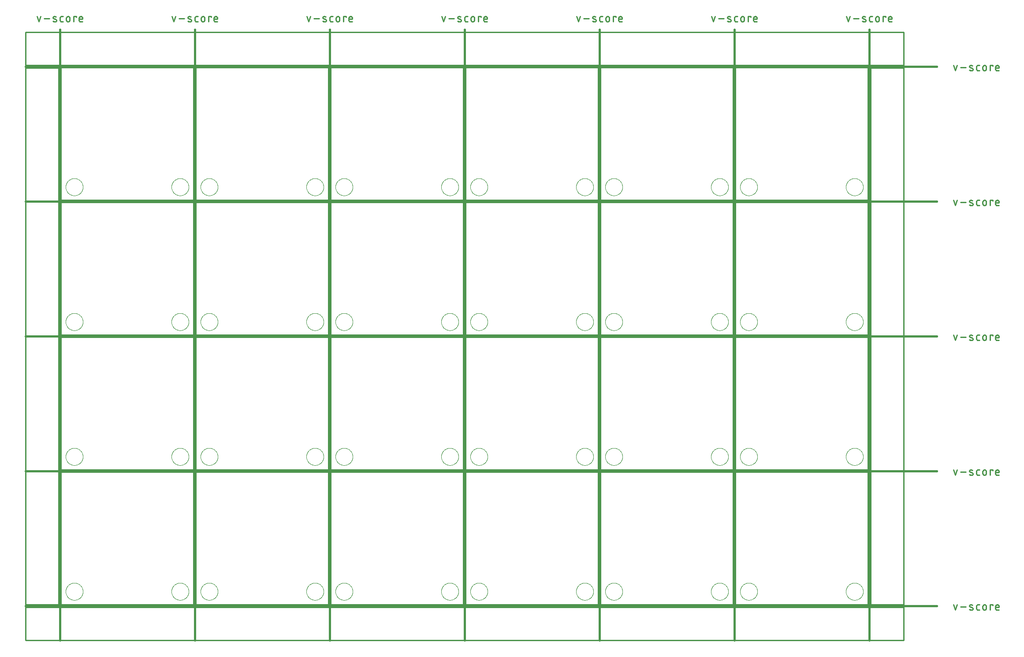
<source format=gko>
G04 EAGLE Gerber RS-274X export*
G75*
%MOMM*%
%FSLAX34Y34*%
%LPD*%
%IN*%
%IPPOS*%
%AMOC8*
5,1,8,0,0,1.08239X$1,22.5*%
G01*
%ADD10C,0.203200*%
%ADD11C,0.381000*%
%ADD12C,0.279400*%
%ADD13C,0.254000*%
%ADD14C,0.000000*%


D10*
X0Y0D02*
X254000Y0D01*
X254000Y254000D01*
X0Y254000D01*
X0Y0D01*
X259080Y0D02*
X513080Y0D01*
X513080Y254000D01*
X259080Y254000D01*
X259080Y0D01*
X518160Y0D02*
X772160Y0D01*
X772160Y254000D01*
X518160Y254000D01*
X518160Y0D01*
X777240Y0D02*
X1031240Y0D01*
X1031240Y254000D01*
X777240Y254000D01*
X777240Y0D01*
X1036320Y0D02*
X1290320Y0D01*
X1290320Y254000D01*
X1036320Y254000D01*
X1036320Y0D01*
X1295400Y0D02*
X1549400Y0D01*
X1549400Y254000D01*
X1295400Y254000D01*
X1295400Y0D01*
X254000Y259080D02*
X0Y259080D01*
X254000Y259080D02*
X254000Y513080D01*
X0Y513080D01*
X0Y259080D01*
X259080Y259080D02*
X513080Y259080D01*
X513080Y513080D01*
X259080Y513080D01*
X259080Y259080D01*
X518160Y259080D02*
X772160Y259080D01*
X772160Y513080D01*
X518160Y513080D01*
X518160Y259080D01*
X777240Y259080D02*
X1031240Y259080D01*
X1031240Y513080D01*
X777240Y513080D01*
X777240Y259080D01*
X1036320Y259080D02*
X1290320Y259080D01*
X1290320Y513080D01*
X1036320Y513080D01*
X1036320Y259080D01*
X1295400Y259080D02*
X1549400Y259080D01*
X1549400Y513080D01*
X1295400Y513080D01*
X1295400Y259080D01*
X254000Y518160D02*
X0Y518160D01*
X254000Y518160D02*
X254000Y772160D01*
X0Y772160D01*
X0Y518160D01*
X259080Y518160D02*
X513080Y518160D01*
X513080Y772160D01*
X259080Y772160D01*
X259080Y518160D01*
X518160Y518160D02*
X772160Y518160D01*
X772160Y772160D01*
X518160Y772160D01*
X518160Y518160D01*
X777240Y518160D02*
X1031240Y518160D01*
X1031240Y772160D01*
X777240Y772160D01*
X777240Y518160D01*
X1036320Y518160D02*
X1290320Y518160D01*
X1290320Y772160D01*
X1036320Y772160D01*
X1036320Y518160D01*
X1295400Y518160D02*
X1549400Y518160D01*
X1549400Y772160D01*
X1295400Y772160D01*
X1295400Y518160D01*
X254000Y777240D02*
X0Y777240D01*
X254000Y777240D02*
X254000Y1031240D01*
X0Y1031240D01*
X0Y777240D01*
X259080Y777240D02*
X513080Y777240D01*
X513080Y1031240D01*
X259080Y1031240D01*
X259080Y777240D01*
X518160Y777240D02*
X772160Y777240D01*
X772160Y1031240D01*
X518160Y1031240D01*
X518160Y777240D01*
X777240Y777240D02*
X1031240Y777240D01*
X1031240Y1031240D01*
X777240Y1031240D01*
X777240Y777240D01*
X1036320Y777240D02*
X1290320Y777240D01*
X1290320Y1031240D01*
X1036320Y1031240D01*
X1036320Y777240D01*
X1295400Y777240D02*
X1549400Y777240D01*
X1549400Y1031240D01*
X1295400Y1031240D01*
X1295400Y777240D01*
D11*
X-2540Y1104900D02*
X-2540Y-68580D01*
D12*
X-42921Y1120267D02*
X-46251Y1130258D01*
X-39590Y1130258D02*
X-42921Y1120267D01*
X-32806Y1126095D02*
X-22815Y1126095D01*
X-14261Y1126095D02*
X-10098Y1124430D01*
X-14261Y1126094D02*
X-14346Y1126130D01*
X-14429Y1126170D01*
X-14510Y1126213D01*
X-14590Y1126260D01*
X-14667Y1126310D01*
X-14743Y1126363D01*
X-14816Y1126419D01*
X-14886Y1126479D01*
X-14954Y1126541D01*
X-15019Y1126606D01*
X-15081Y1126674D01*
X-15141Y1126745D01*
X-15197Y1126818D01*
X-15250Y1126893D01*
X-15300Y1126971D01*
X-15346Y1127050D01*
X-15389Y1127132D01*
X-15429Y1127215D01*
X-15465Y1127300D01*
X-15497Y1127386D01*
X-15526Y1127474D01*
X-15550Y1127563D01*
X-15571Y1127653D01*
X-15588Y1127743D01*
X-15602Y1127834D01*
X-15611Y1127926D01*
X-15616Y1128018D01*
X-15618Y1128110D01*
X-15616Y1128202D01*
X-15609Y1128294D01*
X-15599Y1128386D01*
X-15585Y1128477D01*
X-15567Y1128568D01*
X-15545Y1128657D01*
X-15519Y1128746D01*
X-15489Y1128833D01*
X-15456Y1128919D01*
X-15419Y1129003D01*
X-15379Y1129086D01*
X-15335Y1129167D01*
X-15288Y1129246D01*
X-15237Y1129323D01*
X-15183Y1129398D01*
X-15126Y1129471D01*
X-15066Y1129541D01*
X-15003Y1129608D01*
X-14937Y1129672D01*
X-14869Y1129734D01*
X-14798Y1129793D01*
X-14724Y1129848D01*
X-14648Y1129901D01*
X-14570Y1129950D01*
X-14490Y1129996D01*
X-14409Y1130038D01*
X-14325Y1130077D01*
X-14240Y1130112D01*
X-14153Y1130143D01*
X-14065Y1130171D01*
X-13976Y1130195D01*
X-13886Y1130215D01*
X-13796Y1130232D01*
X-13704Y1130244D01*
X-13612Y1130253D01*
X-13520Y1130257D01*
X-13428Y1130258D01*
X-13201Y1130252D01*
X-12974Y1130241D01*
X-12747Y1130224D01*
X-12521Y1130201D01*
X-12295Y1130174D01*
X-12070Y1130140D01*
X-11846Y1130102D01*
X-11623Y1130058D01*
X-11401Y1130009D01*
X-11180Y1129954D01*
X-10961Y1129894D01*
X-10743Y1129829D01*
X-10527Y1129758D01*
X-10313Y1129683D01*
X-10100Y1129602D01*
X-9890Y1129516D01*
X-9681Y1129425D01*
X-10098Y1124430D02*
X-10013Y1124394D01*
X-9930Y1124354D01*
X-9849Y1124311D01*
X-9769Y1124264D01*
X-9692Y1124214D01*
X-9616Y1124161D01*
X-9543Y1124105D01*
X-9473Y1124045D01*
X-9405Y1123983D01*
X-9340Y1123918D01*
X-9278Y1123850D01*
X-9218Y1123779D01*
X-9162Y1123706D01*
X-9109Y1123631D01*
X-9059Y1123553D01*
X-9013Y1123474D01*
X-8970Y1123392D01*
X-8930Y1123309D01*
X-8894Y1123224D01*
X-8862Y1123138D01*
X-8833Y1123050D01*
X-8809Y1122961D01*
X-8788Y1122871D01*
X-8771Y1122781D01*
X-8757Y1122690D01*
X-8748Y1122598D01*
X-8743Y1122506D01*
X-8741Y1122414D01*
X-8743Y1122322D01*
X-8750Y1122230D01*
X-8760Y1122138D01*
X-8774Y1122047D01*
X-8792Y1121956D01*
X-8814Y1121867D01*
X-8840Y1121778D01*
X-8870Y1121691D01*
X-8903Y1121605D01*
X-8940Y1121521D01*
X-8980Y1121438D01*
X-9024Y1121357D01*
X-9071Y1121278D01*
X-9122Y1121201D01*
X-9176Y1121126D01*
X-9233Y1121053D01*
X-9293Y1120983D01*
X-9356Y1120916D01*
X-9422Y1120852D01*
X-9490Y1120790D01*
X-9561Y1120731D01*
X-9635Y1120676D01*
X-9711Y1120623D01*
X-9789Y1120574D01*
X-9869Y1120528D01*
X-9950Y1120486D01*
X-10034Y1120447D01*
X-10119Y1120412D01*
X-10206Y1120381D01*
X-10294Y1120353D01*
X-10383Y1120329D01*
X-10473Y1120309D01*
X-10563Y1120292D01*
X-10655Y1120280D01*
X-10747Y1120271D01*
X-10839Y1120267D01*
X-10931Y1120266D01*
X-10931Y1120267D02*
X-11265Y1120276D01*
X-11598Y1120293D01*
X-11931Y1120317D01*
X-12264Y1120350D01*
X-12595Y1120390D01*
X-12926Y1120438D01*
X-13255Y1120494D01*
X-13583Y1120557D01*
X-13909Y1120629D01*
X-14233Y1120708D01*
X-14556Y1120794D01*
X-14876Y1120889D01*
X-15194Y1120991D01*
X-15510Y1121100D01*
X562Y1120267D02*
X3892Y1120267D01*
X562Y1120267D02*
X464Y1120269D01*
X366Y1120275D01*
X268Y1120284D01*
X171Y1120298D01*
X75Y1120315D01*
X-21Y1120336D01*
X-116Y1120361D01*
X-210Y1120389D01*
X-303Y1120421D01*
X-394Y1120457D01*
X-484Y1120496D01*
X-572Y1120539D01*
X-659Y1120586D01*
X-743Y1120635D01*
X-826Y1120688D01*
X-906Y1120744D01*
X-985Y1120803D01*
X-1060Y1120866D01*
X-1134Y1120931D01*
X-1204Y1120999D01*
X-1272Y1121069D01*
X-1338Y1121143D01*
X-1400Y1121219D01*
X-1459Y1121297D01*
X-1515Y1121377D01*
X-1568Y1121460D01*
X-1618Y1121544D01*
X-1664Y1121631D01*
X-1707Y1121719D01*
X-1746Y1121809D01*
X-1782Y1121900D01*
X-1814Y1121993D01*
X-1842Y1122087D01*
X-1867Y1122182D01*
X-1888Y1122278D01*
X-1905Y1122374D01*
X-1919Y1122471D01*
X-1928Y1122569D01*
X-1934Y1122667D01*
X-1936Y1122765D01*
X-1936Y1127760D01*
X-1934Y1127858D01*
X-1928Y1127956D01*
X-1919Y1128054D01*
X-1905Y1128151D01*
X-1888Y1128247D01*
X-1867Y1128343D01*
X-1842Y1128438D01*
X-1814Y1128532D01*
X-1782Y1128625D01*
X-1746Y1128716D01*
X-1707Y1128806D01*
X-1664Y1128894D01*
X-1617Y1128981D01*
X-1568Y1129065D01*
X-1515Y1129148D01*
X-1459Y1129228D01*
X-1400Y1129306D01*
X-1337Y1129382D01*
X-1272Y1129456D01*
X-1204Y1129526D01*
X-1134Y1129594D01*
X-1060Y1129659D01*
X-984Y1129722D01*
X-906Y1129781D01*
X-826Y1129837D01*
X-743Y1129890D01*
X-659Y1129939D01*
X-572Y1129986D01*
X-484Y1130029D01*
X-394Y1130068D01*
X-303Y1130104D01*
X-210Y1130136D01*
X-116Y1130164D01*
X-21Y1130189D01*
X75Y1130210D01*
X171Y1130227D01*
X268Y1130241D01*
X366Y1130250D01*
X464Y1130256D01*
X562Y1130258D01*
X3892Y1130258D01*
X10022Y1126927D02*
X10022Y1123597D01*
X10022Y1126927D02*
X10024Y1127041D01*
X10030Y1127154D01*
X10039Y1127268D01*
X10053Y1127380D01*
X10070Y1127493D01*
X10092Y1127605D01*
X10117Y1127715D01*
X10145Y1127825D01*
X10178Y1127934D01*
X10214Y1128042D01*
X10254Y1128149D01*
X10298Y1128254D01*
X10345Y1128357D01*
X10395Y1128459D01*
X10449Y1128559D01*
X10507Y1128657D01*
X10568Y1128753D01*
X10631Y1128847D01*
X10699Y1128939D01*
X10769Y1129029D01*
X10842Y1129115D01*
X10918Y1129200D01*
X10997Y1129282D01*
X11079Y1129361D01*
X11164Y1129437D01*
X11250Y1129510D01*
X11340Y1129580D01*
X11432Y1129648D01*
X11526Y1129711D01*
X11622Y1129772D01*
X11720Y1129830D01*
X11820Y1129884D01*
X11922Y1129934D01*
X12025Y1129981D01*
X12130Y1130025D01*
X12237Y1130065D01*
X12345Y1130101D01*
X12454Y1130134D01*
X12564Y1130162D01*
X12674Y1130187D01*
X12786Y1130209D01*
X12899Y1130226D01*
X13011Y1130240D01*
X13125Y1130249D01*
X13238Y1130255D01*
X13352Y1130257D01*
X13466Y1130255D01*
X13579Y1130249D01*
X13693Y1130240D01*
X13805Y1130226D01*
X13918Y1130209D01*
X14030Y1130187D01*
X14140Y1130162D01*
X14250Y1130134D01*
X14359Y1130101D01*
X14467Y1130065D01*
X14574Y1130025D01*
X14679Y1129981D01*
X14782Y1129934D01*
X14884Y1129884D01*
X14984Y1129830D01*
X15082Y1129772D01*
X15178Y1129711D01*
X15272Y1129648D01*
X15364Y1129580D01*
X15454Y1129510D01*
X15540Y1129437D01*
X15625Y1129361D01*
X15707Y1129282D01*
X15786Y1129200D01*
X15862Y1129115D01*
X15935Y1129029D01*
X16005Y1128939D01*
X16073Y1128847D01*
X16136Y1128753D01*
X16197Y1128657D01*
X16255Y1128559D01*
X16309Y1128459D01*
X16359Y1128357D01*
X16406Y1128254D01*
X16450Y1128149D01*
X16490Y1128042D01*
X16526Y1127934D01*
X16559Y1127825D01*
X16587Y1127715D01*
X16612Y1127605D01*
X16634Y1127493D01*
X16651Y1127380D01*
X16665Y1127268D01*
X16674Y1127154D01*
X16680Y1127041D01*
X16682Y1126927D01*
X16682Y1123597D01*
X16680Y1123483D01*
X16674Y1123370D01*
X16665Y1123256D01*
X16651Y1123144D01*
X16634Y1123031D01*
X16612Y1122919D01*
X16587Y1122809D01*
X16559Y1122699D01*
X16526Y1122590D01*
X16490Y1122482D01*
X16450Y1122375D01*
X16406Y1122270D01*
X16359Y1122167D01*
X16309Y1122065D01*
X16255Y1121965D01*
X16197Y1121867D01*
X16136Y1121771D01*
X16073Y1121677D01*
X16005Y1121585D01*
X15935Y1121495D01*
X15862Y1121409D01*
X15786Y1121324D01*
X15707Y1121242D01*
X15625Y1121163D01*
X15540Y1121087D01*
X15454Y1121014D01*
X15364Y1120944D01*
X15272Y1120876D01*
X15178Y1120813D01*
X15082Y1120752D01*
X14984Y1120694D01*
X14884Y1120640D01*
X14782Y1120590D01*
X14679Y1120543D01*
X14574Y1120499D01*
X14467Y1120459D01*
X14359Y1120423D01*
X14250Y1120390D01*
X14140Y1120362D01*
X14030Y1120337D01*
X13918Y1120315D01*
X13805Y1120298D01*
X13693Y1120284D01*
X13579Y1120275D01*
X13466Y1120269D01*
X13352Y1120267D01*
X13238Y1120269D01*
X13125Y1120275D01*
X13011Y1120284D01*
X12899Y1120298D01*
X12786Y1120315D01*
X12674Y1120337D01*
X12564Y1120362D01*
X12454Y1120390D01*
X12345Y1120423D01*
X12237Y1120459D01*
X12130Y1120499D01*
X12025Y1120543D01*
X11922Y1120590D01*
X11820Y1120640D01*
X11720Y1120694D01*
X11622Y1120752D01*
X11526Y1120813D01*
X11432Y1120876D01*
X11340Y1120944D01*
X11250Y1121014D01*
X11164Y1121087D01*
X11079Y1121163D01*
X10997Y1121242D01*
X10918Y1121324D01*
X10842Y1121409D01*
X10769Y1121495D01*
X10699Y1121585D01*
X10631Y1121677D01*
X10568Y1121771D01*
X10507Y1121867D01*
X10449Y1121965D01*
X10395Y1122065D01*
X10345Y1122167D01*
X10298Y1122270D01*
X10254Y1122375D01*
X10214Y1122482D01*
X10178Y1122590D01*
X10145Y1122699D01*
X10117Y1122809D01*
X10092Y1122919D01*
X10070Y1123031D01*
X10053Y1123144D01*
X10039Y1123256D01*
X10030Y1123370D01*
X10024Y1123483D01*
X10022Y1123597D01*
X24218Y1120267D02*
X24218Y1130258D01*
X29213Y1130258D01*
X29213Y1128593D01*
X37008Y1120267D02*
X41171Y1120267D01*
X37008Y1120267D02*
X36910Y1120269D01*
X36812Y1120275D01*
X36714Y1120284D01*
X36617Y1120298D01*
X36521Y1120315D01*
X36425Y1120336D01*
X36330Y1120361D01*
X36236Y1120389D01*
X36143Y1120421D01*
X36052Y1120457D01*
X35962Y1120496D01*
X35874Y1120539D01*
X35787Y1120586D01*
X35703Y1120635D01*
X35620Y1120688D01*
X35540Y1120744D01*
X35462Y1120803D01*
X35386Y1120866D01*
X35312Y1120931D01*
X35242Y1120999D01*
X35174Y1121069D01*
X35109Y1121143D01*
X35046Y1121219D01*
X34987Y1121297D01*
X34931Y1121377D01*
X34878Y1121460D01*
X34829Y1121544D01*
X34782Y1121631D01*
X34739Y1121719D01*
X34700Y1121809D01*
X34664Y1121900D01*
X34632Y1121993D01*
X34604Y1122087D01*
X34579Y1122182D01*
X34558Y1122278D01*
X34541Y1122374D01*
X34527Y1122471D01*
X34518Y1122569D01*
X34512Y1122667D01*
X34510Y1122765D01*
X34510Y1126927D01*
X34511Y1126927D02*
X34513Y1127041D01*
X34519Y1127154D01*
X34528Y1127268D01*
X34542Y1127380D01*
X34559Y1127493D01*
X34581Y1127605D01*
X34606Y1127715D01*
X34634Y1127825D01*
X34667Y1127934D01*
X34703Y1128042D01*
X34743Y1128149D01*
X34787Y1128254D01*
X34834Y1128357D01*
X34884Y1128459D01*
X34938Y1128559D01*
X34996Y1128657D01*
X35057Y1128753D01*
X35120Y1128847D01*
X35188Y1128939D01*
X35258Y1129029D01*
X35331Y1129115D01*
X35407Y1129200D01*
X35486Y1129282D01*
X35568Y1129361D01*
X35653Y1129437D01*
X35739Y1129510D01*
X35829Y1129580D01*
X35921Y1129648D01*
X36015Y1129711D01*
X36111Y1129772D01*
X36209Y1129830D01*
X36309Y1129884D01*
X36411Y1129934D01*
X36514Y1129981D01*
X36619Y1130025D01*
X36726Y1130065D01*
X36834Y1130101D01*
X36943Y1130134D01*
X37053Y1130162D01*
X37163Y1130187D01*
X37275Y1130209D01*
X37388Y1130226D01*
X37500Y1130240D01*
X37614Y1130249D01*
X37727Y1130255D01*
X37841Y1130257D01*
X37955Y1130255D01*
X38068Y1130249D01*
X38182Y1130240D01*
X38294Y1130226D01*
X38407Y1130209D01*
X38519Y1130187D01*
X38629Y1130162D01*
X38739Y1130134D01*
X38848Y1130101D01*
X38956Y1130065D01*
X39063Y1130025D01*
X39168Y1129981D01*
X39271Y1129934D01*
X39373Y1129884D01*
X39473Y1129830D01*
X39571Y1129772D01*
X39667Y1129711D01*
X39761Y1129648D01*
X39853Y1129580D01*
X39943Y1129510D01*
X40029Y1129437D01*
X40114Y1129361D01*
X40196Y1129282D01*
X40275Y1129200D01*
X40351Y1129115D01*
X40424Y1129029D01*
X40494Y1128939D01*
X40562Y1128847D01*
X40625Y1128753D01*
X40686Y1128657D01*
X40744Y1128559D01*
X40798Y1128459D01*
X40848Y1128357D01*
X40895Y1128254D01*
X40939Y1128149D01*
X40979Y1128042D01*
X41015Y1127934D01*
X41048Y1127825D01*
X41076Y1127715D01*
X41101Y1127605D01*
X41123Y1127493D01*
X41140Y1127380D01*
X41154Y1127268D01*
X41163Y1127154D01*
X41169Y1127041D01*
X41171Y1126927D01*
X41171Y1125262D01*
X34510Y1125262D01*
D11*
X256540Y1104900D02*
X256540Y-68580D01*
D12*
X216159Y1120267D02*
X212829Y1130258D01*
X219490Y1130258D02*
X216159Y1120267D01*
X226274Y1126095D02*
X236265Y1126095D01*
X244819Y1126095D02*
X248982Y1124430D01*
X244819Y1126094D02*
X244734Y1126130D01*
X244651Y1126170D01*
X244570Y1126213D01*
X244490Y1126260D01*
X244413Y1126310D01*
X244337Y1126363D01*
X244264Y1126419D01*
X244194Y1126479D01*
X244126Y1126541D01*
X244061Y1126606D01*
X243999Y1126674D01*
X243939Y1126745D01*
X243883Y1126818D01*
X243830Y1126893D01*
X243780Y1126971D01*
X243734Y1127050D01*
X243691Y1127132D01*
X243651Y1127215D01*
X243615Y1127300D01*
X243583Y1127386D01*
X243554Y1127474D01*
X243530Y1127563D01*
X243509Y1127653D01*
X243492Y1127743D01*
X243478Y1127834D01*
X243469Y1127926D01*
X243464Y1128018D01*
X243462Y1128110D01*
X243464Y1128202D01*
X243471Y1128294D01*
X243481Y1128386D01*
X243495Y1128477D01*
X243513Y1128568D01*
X243535Y1128657D01*
X243561Y1128746D01*
X243591Y1128833D01*
X243624Y1128919D01*
X243661Y1129003D01*
X243701Y1129086D01*
X243745Y1129167D01*
X243792Y1129246D01*
X243843Y1129323D01*
X243897Y1129398D01*
X243954Y1129471D01*
X244014Y1129541D01*
X244077Y1129608D01*
X244143Y1129672D01*
X244211Y1129734D01*
X244282Y1129793D01*
X244356Y1129848D01*
X244432Y1129901D01*
X244510Y1129950D01*
X244590Y1129996D01*
X244671Y1130038D01*
X244755Y1130077D01*
X244840Y1130112D01*
X244927Y1130143D01*
X245015Y1130171D01*
X245104Y1130195D01*
X245194Y1130215D01*
X245284Y1130232D01*
X245376Y1130244D01*
X245468Y1130253D01*
X245560Y1130257D01*
X245652Y1130258D01*
X245879Y1130252D01*
X246106Y1130241D01*
X246333Y1130224D01*
X246559Y1130201D01*
X246785Y1130174D01*
X247010Y1130140D01*
X247234Y1130102D01*
X247457Y1130058D01*
X247679Y1130009D01*
X247900Y1129954D01*
X248119Y1129894D01*
X248337Y1129829D01*
X248553Y1129758D01*
X248767Y1129683D01*
X248980Y1129602D01*
X249190Y1129516D01*
X249399Y1129425D01*
X248982Y1124430D02*
X249067Y1124394D01*
X249150Y1124354D01*
X249231Y1124311D01*
X249311Y1124264D01*
X249388Y1124214D01*
X249464Y1124161D01*
X249537Y1124105D01*
X249607Y1124045D01*
X249675Y1123983D01*
X249740Y1123918D01*
X249802Y1123850D01*
X249862Y1123779D01*
X249918Y1123706D01*
X249971Y1123631D01*
X250021Y1123553D01*
X250067Y1123474D01*
X250110Y1123392D01*
X250150Y1123309D01*
X250186Y1123224D01*
X250218Y1123138D01*
X250247Y1123050D01*
X250271Y1122961D01*
X250292Y1122871D01*
X250309Y1122781D01*
X250323Y1122690D01*
X250332Y1122598D01*
X250337Y1122506D01*
X250339Y1122414D01*
X250337Y1122322D01*
X250330Y1122230D01*
X250320Y1122138D01*
X250306Y1122047D01*
X250288Y1121956D01*
X250266Y1121867D01*
X250240Y1121778D01*
X250210Y1121691D01*
X250177Y1121605D01*
X250140Y1121521D01*
X250100Y1121438D01*
X250056Y1121357D01*
X250009Y1121278D01*
X249958Y1121201D01*
X249904Y1121126D01*
X249847Y1121053D01*
X249787Y1120983D01*
X249724Y1120916D01*
X249658Y1120852D01*
X249590Y1120790D01*
X249519Y1120731D01*
X249445Y1120676D01*
X249369Y1120623D01*
X249291Y1120574D01*
X249211Y1120528D01*
X249130Y1120486D01*
X249046Y1120447D01*
X248961Y1120412D01*
X248874Y1120381D01*
X248786Y1120353D01*
X248697Y1120329D01*
X248607Y1120309D01*
X248517Y1120292D01*
X248425Y1120280D01*
X248333Y1120271D01*
X248241Y1120267D01*
X248149Y1120266D01*
X248149Y1120267D02*
X247815Y1120276D01*
X247482Y1120293D01*
X247149Y1120317D01*
X246816Y1120350D01*
X246485Y1120390D01*
X246154Y1120438D01*
X245825Y1120494D01*
X245497Y1120557D01*
X245171Y1120629D01*
X244847Y1120708D01*
X244524Y1120794D01*
X244204Y1120889D01*
X243886Y1120991D01*
X243570Y1121100D01*
X259642Y1120267D02*
X262972Y1120267D01*
X259642Y1120267D02*
X259544Y1120269D01*
X259446Y1120275D01*
X259348Y1120284D01*
X259251Y1120298D01*
X259155Y1120315D01*
X259059Y1120336D01*
X258964Y1120361D01*
X258870Y1120389D01*
X258777Y1120421D01*
X258686Y1120457D01*
X258596Y1120496D01*
X258508Y1120539D01*
X258421Y1120586D01*
X258337Y1120635D01*
X258254Y1120688D01*
X258174Y1120744D01*
X258096Y1120803D01*
X258020Y1120866D01*
X257946Y1120931D01*
X257876Y1120999D01*
X257808Y1121069D01*
X257743Y1121143D01*
X257680Y1121219D01*
X257621Y1121297D01*
X257565Y1121377D01*
X257512Y1121460D01*
X257463Y1121544D01*
X257416Y1121631D01*
X257373Y1121719D01*
X257334Y1121809D01*
X257298Y1121900D01*
X257266Y1121993D01*
X257238Y1122087D01*
X257213Y1122182D01*
X257192Y1122278D01*
X257175Y1122374D01*
X257161Y1122471D01*
X257152Y1122569D01*
X257146Y1122667D01*
X257144Y1122765D01*
X257144Y1127760D01*
X257146Y1127858D01*
X257152Y1127956D01*
X257161Y1128054D01*
X257175Y1128151D01*
X257192Y1128247D01*
X257213Y1128343D01*
X257238Y1128438D01*
X257266Y1128532D01*
X257298Y1128625D01*
X257334Y1128716D01*
X257373Y1128806D01*
X257416Y1128894D01*
X257463Y1128981D01*
X257512Y1129065D01*
X257565Y1129148D01*
X257621Y1129228D01*
X257680Y1129307D01*
X257743Y1129382D01*
X257808Y1129456D01*
X257876Y1129526D01*
X257946Y1129594D01*
X258020Y1129660D01*
X258096Y1129722D01*
X258174Y1129781D01*
X258254Y1129837D01*
X258337Y1129890D01*
X258421Y1129940D01*
X258508Y1129986D01*
X258596Y1130029D01*
X258686Y1130068D01*
X258777Y1130104D01*
X258870Y1130136D01*
X258964Y1130164D01*
X259059Y1130189D01*
X259155Y1130210D01*
X259251Y1130227D01*
X259348Y1130241D01*
X259446Y1130250D01*
X259544Y1130256D01*
X259642Y1130258D01*
X262972Y1130258D01*
X269102Y1126927D02*
X269102Y1123597D01*
X269102Y1126927D02*
X269104Y1127041D01*
X269110Y1127154D01*
X269119Y1127268D01*
X269133Y1127380D01*
X269150Y1127493D01*
X269172Y1127605D01*
X269197Y1127715D01*
X269225Y1127825D01*
X269258Y1127934D01*
X269294Y1128042D01*
X269334Y1128149D01*
X269378Y1128254D01*
X269425Y1128357D01*
X269475Y1128459D01*
X269529Y1128559D01*
X269587Y1128657D01*
X269648Y1128753D01*
X269711Y1128847D01*
X269779Y1128939D01*
X269849Y1129029D01*
X269922Y1129115D01*
X269998Y1129200D01*
X270077Y1129282D01*
X270159Y1129361D01*
X270244Y1129437D01*
X270330Y1129510D01*
X270420Y1129580D01*
X270512Y1129648D01*
X270606Y1129711D01*
X270702Y1129772D01*
X270800Y1129830D01*
X270900Y1129884D01*
X271002Y1129934D01*
X271105Y1129981D01*
X271210Y1130025D01*
X271317Y1130065D01*
X271425Y1130101D01*
X271534Y1130134D01*
X271644Y1130162D01*
X271754Y1130187D01*
X271866Y1130209D01*
X271979Y1130226D01*
X272091Y1130240D01*
X272205Y1130249D01*
X272318Y1130255D01*
X272432Y1130257D01*
X272546Y1130255D01*
X272659Y1130249D01*
X272773Y1130240D01*
X272885Y1130226D01*
X272998Y1130209D01*
X273110Y1130187D01*
X273220Y1130162D01*
X273330Y1130134D01*
X273439Y1130101D01*
X273547Y1130065D01*
X273654Y1130025D01*
X273759Y1129981D01*
X273862Y1129934D01*
X273964Y1129884D01*
X274064Y1129830D01*
X274162Y1129772D01*
X274258Y1129711D01*
X274352Y1129648D01*
X274444Y1129580D01*
X274534Y1129510D01*
X274620Y1129437D01*
X274705Y1129361D01*
X274787Y1129282D01*
X274866Y1129200D01*
X274942Y1129115D01*
X275015Y1129029D01*
X275085Y1128939D01*
X275153Y1128847D01*
X275216Y1128753D01*
X275277Y1128657D01*
X275335Y1128559D01*
X275389Y1128459D01*
X275439Y1128357D01*
X275486Y1128254D01*
X275530Y1128149D01*
X275570Y1128042D01*
X275606Y1127934D01*
X275639Y1127825D01*
X275667Y1127715D01*
X275692Y1127605D01*
X275714Y1127493D01*
X275731Y1127380D01*
X275745Y1127268D01*
X275754Y1127154D01*
X275760Y1127041D01*
X275762Y1126927D01*
X275762Y1123597D01*
X275760Y1123483D01*
X275754Y1123370D01*
X275745Y1123256D01*
X275731Y1123144D01*
X275714Y1123031D01*
X275692Y1122919D01*
X275667Y1122809D01*
X275639Y1122699D01*
X275606Y1122590D01*
X275570Y1122482D01*
X275530Y1122375D01*
X275486Y1122270D01*
X275439Y1122167D01*
X275389Y1122065D01*
X275335Y1121965D01*
X275277Y1121867D01*
X275216Y1121771D01*
X275153Y1121677D01*
X275085Y1121585D01*
X275015Y1121495D01*
X274942Y1121409D01*
X274866Y1121324D01*
X274787Y1121242D01*
X274705Y1121163D01*
X274620Y1121087D01*
X274534Y1121014D01*
X274444Y1120944D01*
X274352Y1120876D01*
X274258Y1120813D01*
X274162Y1120752D01*
X274064Y1120694D01*
X273964Y1120640D01*
X273862Y1120590D01*
X273759Y1120543D01*
X273654Y1120499D01*
X273547Y1120459D01*
X273439Y1120423D01*
X273330Y1120390D01*
X273220Y1120362D01*
X273110Y1120337D01*
X272998Y1120315D01*
X272885Y1120298D01*
X272773Y1120284D01*
X272659Y1120275D01*
X272546Y1120269D01*
X272432Y1120267D01*
X272318Y1120269D01*
X272205Y1120275D01*
X272091Y1120284D01*
X271979Y1120298D01*
X271866Y1120315D01*
X271754Y1120337D01*
X271644Y1120362D01*
X271534Y1120390D01*
X271425Y1120423D01*
X271317Y1120459D01*
X271210Y1120499D01*
X271105Y1120543D01*
X271002Y1120590D01*
X270900Y1120640D01*
X270800Y1120694D01*
X270702Y1120752D01*
X270606Y1120813D01*
X270512Y1120876D01*
X270420Y1120944D01*
X270330Y1121014D01*
X270244Y1121087D01*
X270159Y1121163D01*
X270077Y1121242D01*
X269998Y1121324D01*
X269922Y1121409D01*
X269849Y1121495D01*
X269779Y1121585D01*
X269711Y1121677D01*
X269648Y1121771D01*
X269587Y1121867D01*
X269529Y1121965D01*
X269475Y1122065D01*
X269425Y1122167D01*
X269378Y1122270D01*
X269334Y1122375D01*
X269294Y1122482D01*
X269258Y1122590D01*
X269225Y1122699D01*
X269197Y1122809D01*
X269172Y1122919D01*
X269150Y1123031D01*
X269133Y1123144D01*
X269119Y1123256D01*
X269110Y1123370D01*
X269104Y1123483D01*
X269102Y1123597D01*
X283298Y1120267D02*
X283298Y1130258D01*
X288293Y1130258D01*
X288293Y1128593D01*
X296088Y1120267D02*
X300251Y1120267D01*
X296088Y1120267D02*
X295990Y1120269D01*
X295892Y1120275D01*
X295794Y1120284D01*
X295697Y1120298D01*
X295601Y1120315D01*
X295505Y1120336D01*
X295410Y1120361D01*
X295316Y1120389D01*
X295223Y1120421D01*
X295132Y1120457D01*
X295042Y1120496D01*
X294954Y1120539D01*
X294867Y1120586D01*
X294783Y1120635D01*
X294700Y1120688D01*
X294620Y1120744D01*
X294542Y1120803D01*
X294466Y1120866D01*
X294392Y1120931D01*
X294322Y1120999D01*
X294254Y1121069D01*
X294189Y1121143D01*
X294126Y1121219D01*
X294067Y1121297D01*
X294011Y1121377D01*
X293958Y1121460D01*
X293909Y1121544D01*
X293862Y1121631D01*
X293819Y1121719D01*
X293780Y1121809D01*
X293744Y1121900D01*
X293712Y1121993D01*
X293684Y1122087D01*
X293659Y1122182D01*
X293638Y1122278D01*
X293621Y1122374D01*
X293607Y1122471D01*
X293598Y1122569D01*
X293592Y1122667D01*
X293590Y1122765D01*
X293590Y1126927D01*
X293591Y1126927D02*
X293593Y1127041D01*
X293599Y1127154D01*
X293608Y1127268D01*
X293622Y1127380D01*
X293639Y1127493D01*
X293661Y1127605D01*
X293686Y1127715D01*
X293714Y1127825D01*
X293747Y1127934D01*
X293783Y1128042D01*
X293823Y1128149D01*
X293867Y1128254D01*
X293914Y1128357D01*
X293964Y1128459D01*
X294018Y1128559D01*
X294076Y1128657D01*
X294137Y1128753D01*
X294200Y1128847D01*
X294268Y1128939D01*
X294338Y1129029D01*
X294411Y1129115D01*
X294487Y1129200D01*
X294566Y1129282D01*
X294648Y1129361D01*
X294733Y1129437D01*
X294819Y1129510D01*
X294909Y1129580D01*
X295001Y1129648D01*
X295095Y1129711D01*
X295191Y1129772D01*
X295289Y1129830D01*
X295389Y1129884D01*
X295491Y1129934D01*
X295594Y1129981D01*
X295699Y1130025D01*
X295806Y1130065D01*
X295914Y1130101D01*
X296023Y1130134D01*
X296133Y1130162D01*
X296243Y1130187D01*
X296355Y1130209D01*
X296468Y1130226D01*
X296580Y1130240D01*
X296694Y1130249D01*
X296807Y1130255D01*
X296921Y1130257D01*
X297035Y1130255D01*
X297148Y1130249D01*
X297262Y1130240D01*
X297374Y1130226D01*
X297487Y1130209D01*
X297599Y1130187D01*
X297709Y1130162D01*
X297819Y1130134D01*
X297928Y1130101D01*
X298036Y1130065D01*
X298143Y1130025D01*
X298248Y1129981D01*
X298351Y1129934D01*
X298453Y1129884D01*
X298553Y1129830D01*
X298651Y1129772D01*
X298747Y1129711D01*
X298841Y1129648D01*
X298933Y1129580D01*
X299023Y1129510D01*
X299109Y1129437D01*
X299194Y1129361D01*
X299276Y1129282D01*
X299355Y1129200D01*
X299431Y1129115D01*
X299504Y1129029D01*
X299574Y1128939D01*
X299642Y1128847D01*
X299705Y1128753D01*
X299766Y1128657D01*
X299824Y1128559D01*
X299878Y1128459D01*
X299928Y1128357D01*
X299975Y1128254D01*
X300019Y1128149D01*
X300059Y1128042D01*
X300095Y1127934D01*
X300128Y1127825D01*
X300156Y1127715D01*
X300181Y1127605D01*
X300203Y1127493D01*
X300220Y1127380D01*
X300234Y1127268D01*
X300243Y1127154D01*
X300249Y1127041D01*
X300251Y1126927D01*
X300251Y1125262D01*
X293590Y1125262D01*
D11*
X515620Y1104900D02*
X515620Y-68580D01*
D12*
X475239Y1120267D02*
X471909Y1130258D01*
X478570Y1130258D02*
X475239Y1120267D01*
X485354Y1126095D02*
X495345Y1126095D01*
X503899Y1126095D02*
X508062Y1124430D01*
X503899Y1126094D02*
X503814Y1126130D01*
X503731Y1126170D01*
X503650Y1126213D01*
X503570Y1126260D01*
X503493Y1126310D01*
X503417Y1126363D01*
X503344Y1126419D01*
X503274Y1126479D01*
X503206Y1126541D01*
X503141Y1126606D01*
X503079Y1126674D01*
X503019Y1126745D01*
X502963Y1126818D01*
X502910Y1126893D01*
X502860Y1126971D01*
X502814Y1127050D01*
X502771Y1127132D01*
X502731Y1127215D01*
X502695Y1127300D01*
X502663Y1127386D01*
X502634Y1127474D01*
X502610Y1127563D01*
X502589Y1127653D01*
X502572Y1127743D01*
X502558Y1127834D01*
X502549Y1127926D01*
X502544Y1128018D01*
X502542Y1128110D01*
X502544Y1128202D01*
X502551Y1128294D01*
X502561Y1128386D01*
X502575Y1128477D01*
X502593Y1128568D01*
X502615Y1128657D01*
X502641Y1128746D01*
X502671Y1128833D01*
X502704Y1128919D01*
X502741Y1129003D01*
X502781Y1129086D01*
X502825Y1129167D01*
X502872Y1129246D01*
X502923Y1129323D01*
X502977Y1129398D01*
X503034Y1129471D01*
X503094Y1129541D01*
X503157Y1129608D01*
X503223Y1129672D01*
X503291Y1129734D01*
X503362Y1129793D01*
X503436Y1129848D01*
X503512Y1129901D01*
X503590Y1129950D01*
X503670Y1129996D01*
X503751Y1130038D01*
X503835Y1130077D01*
X503920Y1130112D01*
X504007Y1130143D01*
X504095Y1130171D01*
X504184Y1130195D01*
X504274Y1130215D01*
X504364Y1130232D01*
X504456Y1130244D01*
X504548Y1130253D01*
X504640Y1130257D01*
X504732Y1130258D01*
X504959Y1130252D01*
X505186Y1130241D01*
X505413Y1130224D01*
X505639Y1130201D01*
X505865Y1130174D01*
X506090Y1130140D01*
X506314Y1130102D01*
X506537Y1130058D01*
X506759Y1130009D01*
X506980Y1129954D01*
X507199Y1129894D01*
X507417Y1129829D01*
X507633Y1129758D01*
X507847Y1129683D01*
X508060Y1129602D01*
X508270Y1129516D01*
X508479Y1129425D01*
X508062Y1124430D02*
X508147Y1124394D01*
X508230Y1124354D01*
X508311Y1124311D01*
X508391Y1124264D01*
X508468Y1124214D01*
X508544Y1124161D01*
X508617Y1124105D01*
X508687Y1124045D01*
X508755Y1123983D01*
X508820Y1123918D01*
X508882Y1123850D01*
X508942Y1123779D01*
X508998Y1123706D01*
X509051Y1123631D01*
X509101Y1123553D01*
X509147Y1123474D01*
X509190Y1123392D01*
X509230Y1123309D01*
X509266Y1123224D01*
X509298Y1123138D01*
X509327Y1123050D01*
X509351Y1122961D01*
X509372Y1122871D01*
X509389Y1122781D01*
X509403Y1122690D01*
X509412Y1122598D01*
X509417Y1122506D01*
X509419Y1122414D01*
X509417Y1122322D01*
X509410Y1122230D01*
X509400Y1122138D01*
X509386Y1122047D01*
X509368Y1121956D01*
X509346Y1121867D01*
X509320Y1121778D01*
X509290Y1121691D01*
X509257Y1121605D01*
X509220Y1121521D01*
X509180Y1121438D01*
X509136Y1121357D01*
X509089Y1121278D01*
X509038Y1121201D01*
X508984Y1121126D01*
X508927Y1121053D01*
X508867Y1120983D01*
X508804Y1120916D01*
X508738Y1120852D01*
X508670Y1120790D01*
X508599Y1120731D01*
X508525Y1120676D01*
X508449Y1120623D01*
X508371Y1120574D01*
X508291Y1120528D01*
X508210Y1120486D01*
X508126Y1120447D01*
X508041Y1120412D01*
X507954Y1120381D01*
X507866Y1120353D01*
X507777Y1120329D01*
X507687Y1120309D01*
X507597Y1120292D01*
X507505Y1120280D01*
X507413Y1120271D01*
X507321Y1120267D01*
X507229Y1120266D01*
X507229Y1120267D02*
X506895Y1120276D01*
X506562Y1120293D01*
X506229Y1120317D01*
X505896Y1120350D01*
X505565Y1120390D01*
X505234Y1120438D01*
X504905Y1120494D01*
X504577Y1120557D01*
X504251Y1120629D01*
X503927Y1120708D01*
X503604Y1120794D01*
X503284Y1120889D01*
X502966Y1120991D01*
X502650Y1121100D01*
X518722Y1120267D02*
X522052Y1120267D01*
X518722Y1120267D02*
X518624Y1120269D01*
X518526Y1120275D01*
X518428Y1120284D01*
X518331Y1120298D01*
X518235Y1120315D01*
X518139Y1120336D01*
X518044Y1120361D01*
X517950Y1120389D01*
X517857Y1120421D01*
X517766Y1120457D01*
X517676Y1120496D01*
X517588Y1120539D01*
X517501Y1120586D01*
X517417Y1120635D01*
X517334Y1120688D01*
X517254Y1120744D01*
X517176Y1120803D01*
X517100Y1120866D01*
X517026Y1120931D01*
X516956Y1120999D01*
X516888Y1121069D01*
X516823Y1121143D01*
X516760Y1121219D01*
X516701Y1121297D01*
X516645Y1121377D01*
X516592Y1121460D01*
X516543Y1121544D01*
X516496Y1121631D01*
X516453Y1121719D01*
X516414Y1121809D01*
X516378Y1121900D01*
X516346Y1121993D01*
X516318Y1122087D01*
X516293Y1122182D01*
X516272Y1122278D01*
X516255Y1122374D01*
X516241Y1122471D01*
X516232Y1122569D01*
X516226Y1122667D01*
X516224Y1122765D01*
X516224Y1127760D01*
X516226Y1127858D01*
X516232Y1127956D01*
X516241Y1128054D01*
X516255Y1128151D01*
X516272Y1128247D01*
X516293Y1128343D01*
X516318Y1128438D01*
X516346Y1128532D01*
X516378Y1128625D01*
X516414Y1128716D01*
X516453Y1128806D01*
X516496Y1128894D01*
X516543Y1128981D01*
X516592Y1129065D01*
X516645Y1129148D01*
X516701Y1129228D01*
X516760Y1129307D01*
X516823Y1129382D01*
X516888Y1129456D01*
X516956Y1129526D01*
X517026Y1129594D01*
X517100Y1129660D01*
X517176Y1129722D01*
X517254Y1129781D01*
X517334Y1129837D01*
X517417Y1129890D01*
X517501Y1129940D01*
X517588Y1129986D01*
X517676Y1130029D01*
X517766Y1130068D01*
X517857Y1130104D01*
X517950Y1130136D01*
X518044Y1130164D01*
X518139Y1130189D01*
X518235Y1130210D01*
X518331Y1130227D01*
X518428Y1130241D01*
X518526Y1130250D01*
X518624Y1130256D01*
X518722Y1130258D01*
X522052Y1130258D01*
X528182Y1126927D02*
X528182Y1123597D01*
X528182Y1126927D02*
X528184Y1127041D01*
X528190Y1127154D01*
X528199Y1127268D01*
X528213Y1127380D01*
X528230Y1127493D01*
X528252Y1127605D01*
X528277Y1127715D01*
X528305Y1127825D01*
X528338Y1127934D01*
X528374Y1128042D01*
X528414Y1128149D01*
X528458Y1128254D01*
X528505Y1128357D01*
X528555Y1128459D01*
X528609Y1128559D01*
X528667Y1128657D01*
X528728Y1128753D01*
X528791Y1128847D01*
X528859Y1128939D01*
X528929Y1129029D01*
X529002Y1129115D01*
X529078Y1129200D01*
X529157Y1129282D01*
X529239Y1129361D01*
X529324Y1129437D01*
X529410Y1129510D01*
X529500Y1129580D01*
X529592Y1129648D01*
X529686Y1129711D01*
X529782Y1129772D01*
X529880Y1129830D01*
X529980Y1129884D01*
X530082Y1129934D01*
X530185Y1129981D01*
X530290Y1130025D01*
X530397Y1130065D01*
X530505Y1130101D01*
X530614Y1130134D01*
X530724Y1130162D01*
X530834Y1130187D01*
X530946Y1130209D01*
X531059Y1130226D01*
X531171Y1130240D01*
X531285Y1130249D01*
X531398Y1130255D01*
X531512Y1130257D01*
X531626Y1130255D01*
X531739Y1130249D01*
X531853Y1130240D01*
X531965Y1130226D01*
X532078Y1130209D01*
X532190Y1130187D01*
X532300Y1130162D01*
X532410Y1130134D01*
X532519Y1130101D01*
X532627Y1130065D01*
X532734Y1130025D01*
X532839Y1129981D01*
X532942Y1129934D01*
X533044Y1129884D01*
X533144Y1129830D01*
X533242Y1129772D01*
X533338Y1129711D01*
X533432Y1129648D01*
X533524Y1129580D01*
X533614Y1129510D01*
X533700Y1129437D01*
X533785Y1129361D01*
X533867Y1129282D01*
X533946Y1129200D01*
X534022Y1129115D01*
X534095Y1129029D01*
X534165Y1128939D01*
X534233Y1128847D01*
X534296Y1128753D01*
X534357Y1128657D01*
X534415Y1128559D01*
X534469Y1128459D01*
X534519Y1128357D01*
X534566Y1128254D01*
X534610Y1128149D01*
X534650Y1128042D01*
X534686Y1127934D01*
X534719Y1127825D01*
X534747Y1127715D01*
X534772Y1127605D01*
X534794Y1127493D01*
X534811Y1127380D01*
X534825Y1127268D01*
X534834Y1127154D01*
X534840Y1127041D01*
X534842Y1126927D01*
X534842Y1123597D01*
X534840Y1123483D01*
X534834Y1123370D01*
X534825Y1123256D01*
X534811Y1123144D01*
X534794Y1123031D01*
X534772Y1122919D01*
X534747Y1122809D01*
X534719Y1122699D01*
X534686Y1122590D01*
X534650Y1122482D01*
X534610Y1122375D01*
X534566Y1122270D01*
X534519Y1122167D01*
X534469Y1122065D01*
X534415Y1121965D01*
X534357Y1121867D01*
X534296Y1121771D01*
X534233Y1121677D01*
X534165Y1121585D01*
X534095Y1121495D01*
X534022Y1121409D01*
X533946Y1121324D01*
X533867Y1121242D01*
X533785Y1121163D01*
X533700Y1121087D01*
X533614Y1121014D01*
X533524Y1120944D01*
X533432Y1120876D01*
X533338Y1120813D01*
X533242Y1120752D01*
X533144Y1120694D01*
X533044Y1120640D01*
X532942Y1120590D01*
X532839Y1120543D01*
X532734Y1120499D01*
X532627Y1120459D01*
X532519Y1120423D01*
X532410Y1120390D01*
X532300Y1120362D01*
X532190Y1120337D01*
X532078Y1120315D01*
X531965Y1120298D01*
X531853Y1120284D01*
X531739Y1120275D01*
X531626Y1120269D01*
X531512Y1120267D01*
X531398Y1120269D01*
X531285Y1120275D01*
X531171Y1120284D01*
X531059Y1120298D01*
X530946Y1120315D01*
X530834Y1120337D01*
X530724Y1120362D01*
X530614Y1120390D01*
X530505Y1120423D01*
X530397Y1120459D01*
X530290Y1120499D01*
X530185Y1120543D01*
X530082Y1120590D01*
X529980Y1120640D01*
X529880Y1120694D01*
X529782Y1120752D01*
X529686Y1120813D01*
X529592Y1120876D01*
X529500Y1120944D01*
X529410Y1121014D01*
X529324Y1121087D01*
X529239Y1121163D01*
X529157Y1121242D01*
X529078Y1121324D01*
X529002Y1121409D01*
X528929Y1121495D01*
X528859Y1121585D01*
X528791Y1121677D01*
X528728Y1121771D01*
X528667Y1121867D01*
X528609Y1121965D01*
X528555Y1122065D01*
X528505Y1122167D01*
X528458Y1122270D01*
X528414Y1122375D01*
X528374Y1122482D01*
X528338Y1122590D01*
X528305Y1122699D01*
X528277Y1122809D01*
X528252Y1122919D01*
X528230Y1123031D01*
X528213Y1123144D01*
X528199Y1123256D01*
X528190Y1123370D01*
X528184Y1123483D01*
X528182Y1123597D01*
X542378Y1120267D02*
X542378Y1130258D01*
X547373Y1130258D01*
X547373Y1128593D01*
X555168Y1120267D02*
X559331Y1120267D01*
X555168Y1120267D02*
X555070Y1120269D01*
X554972Y1120275D01*
X554874Y1120284D01*
X554777Y1120298D01*
X554681Y1120315D01*
X554585Y1120336D01*
X554490Y1120361D01*
X554396Y1120389D01*
X554303Y1120421D01*
X554212Y1120457D01*
X554122Y1120496D01*
X554034Y1120539D01*
X553947Y1120586D01*
X553863Y1120635D01*
X553780Y1120688D01*
X553700Y1120744D01*
X553622Y1120803D01*
X553546Y1120866D01*
X553472Y1120931D01*
X553402Y1120999D01*
X553334Y1121069D01*
X553269Y1121143D01*
X553206Y1121219D01*
X553147Y1121297D01*
X553091Y1121377D01*
X553038Y1121460D01*
X552989Y1121544D01*
X552942Y1121631D01*
X552899Y1121719D01*
X552860Y1121809D01*
X552824Y1121900D01*
X552792Y1121993D01*
X552764Y1122087D01*
X552739Y1122182D01*
X552718Y1122278D01*
X552701Y1122374D01*
X552687Y1122471D01*
X552678Y1122569D01*
X552672Y1122667D01*
X552670Y1122765D01*
X552670Y1126927D01*
X552671Y1126927D02*
X552673Y1127041D01*
X552679Y1127154D01*
X552688Y1127268D01*
X552702Y1127380D01*
X552719Y1127493D01*
X552741Y1127605D01*
X552766Y1127715D01*
X552794Y1127825D01*
X552827Y1127934D01*
X552863Y1128042D01*
X552903Y1128149D01*
X552947Y1128254D01*
X552994Y1128357D01*
X553044Y1128459D01*
X553098Y1128559D01*
X553156Y1128657D01*
X553217Y1128753D01*
X553280Y1128847D01*
X553348Y1128939D01*
X553418Y1129029D01*
X553491Y1129115D01*
X553567Y1129200D01*
X553646Y1129282D01*
X553728Y1129361D01*
X553813Y1129437D01*
X553899Y1129510D01*
X553989Y1129580D01*
X554081Y1129648D01*
X554175Y1129711D01*
X554271Y1129772D01*
X554369Y1129830D01*
X554469Y1129884D01*
X554571Y1129934D01*
X554674Y1129981D01*
X554779Y1130025D01*
X554886Y1130065D01*
X554994Y1130101D01*
X555103Y1130134D01*
X555213Y1130162D01*
X555323Y1130187D01*
X555435Y1130209D01*
X555548Y1130226D01*
X555660Y1130240D01*
X555774Y1130249D01*
X555887Y1130255D01*
X556001Y1130257D01*
X556115Y1130255D01*
X556228Y1130249D01*
X556342Y1130240D01*
X556454Y1130226D01*
X556567Y1130209D01*
X556679Y1130187D01*
X556789Y1130162D01*
X556899Y1130134D01*
X557008Y1130101D01*
X557116Y1130065D01*
X557223Y1130025D01*
X557328Y1129981D01*
X557431Y1129934D01*
X557533Y1129884D01*
X557633Y1129830D01*
X557731Y1129772D01*
X557827Y1129711D01*
X557921Y1129648D01*
X558013Y1129580D01*
X558103Y1129510D01*
X558189Y1129437D01*
X558274Y1129361D01*
X558356Y1129282D01*
X558435Y1129200D01*
X558511Y1129115D01*
X558584Y1129029D01*
X558654Y1128939D01*
X558722Y1128847D01*
X558785Y1128753D01*
X558846Y1128657D01*
X558904Y1128559D01*
X558958Y1128459D01*
X559008Y1128357D01*
X559055Y1128254D01*
X559099Y1128149D01*
X559139Y1128042D01*
X559175Y1127934D01*
X559208Y1127825D01*
X559236Y1127715D01*
X559261Y1127605D01*
X559283Y1127493D01*
X559300Y1127380D01*
X559314Y1127268D01*
X559323Y1127154D01*
X559329Y1127041D01*
X559331Y1126927D01*
X559331Y1125262D01*
X552670Y1125262D01*
D11*
X774700Y1104900D02*
X774700Y-68580D01*
D12*
X734319Y1120267D02*
X730989Y1130258D01*
X737650Y1130258D02*
X734319Y1120267D01*
X744434Y1126095D02*
X754425Y1126095D01*
X762979Y1126095D02*
X767142Y1124430D01*
X762979Y1126094D02*
X762894Y1126130D01*
X762811Y1126170D01*
X762730Y1126213D01*
X762650Y1126260D01*
X762573Y1126310D01*
X762497Y1126363D01*
X762424Y1126419D01*
X762354Y1126479D01*
X762286Y1126541D01*
X762221Y1126606D01*
X762159Y1126674D01*
X762099Y1126745D01*
X762043Y1126818D01*
X761990Y1126893D01*
X761940Y1126971D01*
X761894Y1127050D01*
X761851Y1127132D01*
X761811Y1127215D01*
X761775Y1127300D01*
X761743Y1127386D01*
X761714Y1127474D01*
X761690Y1127563D01*
X761669Y1127653D01*
X761652Y1127743D01*
X761638Y1127834D01*
X761629Y1127926D01*
X761624Y1128018D01*
X761622Y1128110D01*
X761624Y1128202D01*
X761631Y1128294D01*
X761641Y1128386D01*
X761655Y1128477D01*
X761673Y1128568D01*
X761695Y1128657D01*
X761721Y1128746D01*
X761751Y1128833D01*
X761784Y1128919D01*
X761821Y1129003D01*
X761861Y1129086D01*
X761905Y1129167D01*
X761952Y1129246D01*
X762003Y1129323D01*
X762057Y1129398D01*
X762114Y1129471D01*
X762174Y1129541D01*
X762237Y1129608D01*
X762303Y1129672D01*
X762371Y1129734D01*
X762442Y1129793D01*
X762516Y1129848D01*
X762592Y1129901D01*
X762670Y1129950D01*
X762750Y1129996D01*
X762831Y1130038D01*
X762915Y1130077D01*
X763000Y1130112D01*
X763087Y1130143D01*
X763175Y1130171D01*
X763264Y1130195D01*
X763354Y1130215D01*
X763444Y1130232D01*
X763536Y1130244D01*
X763628Y1130253D01*
X763720Y1130257D01*
X763812Y1130258D01*
X764039Y1130252D01*
X764266Y1130241D01*
X764493Y1130224D01*
X764719Y1130201D01*
X764945Y1130174D01*
X765170Y1130140D01*
X765394Y1130102D01*
X765617Y1130058D01*
X765839Y1130009D01*
X766060Y1129954D01*
X766279Y1129894D01*
X766497Y1129829D01*
X766713Y1129758D01*
X766927Y1129683D01*
X767140Y1129602D01*
X767350Y1129516D01*
X767559Y1129425D01*
X767142Y1124430D02*
X767227Y1124394D01*
X767310Y1124354D01*
X767391Y1124311D01*
X767471Y1124264D01*
X767548Y1124214D01*
X767624Y1124161D01*
X767697Y1124105D01*
X767767Y1124045D01*
X767835Y1123983D01*
X767900Y1123918D01*
X767962Y1123850D01*
X768022Y1123779D01*
X768078Y1123706D01*
X768131Y1123631D01*
X768181Y1123553D01*
X768227Y1123474D01*
X768270Y1123392D01*
X768310Y1123309D01*
X768346Y1123224D01*
X768378Y1123138D01*
X768407Y1123050D01*
X768431Y1122961D01*
X768452Y1122871D01*
X768469Y1122781D01*
X768483Y1122690D01*
X768492Y1122598D01*
X768497Y1122506D01*
X768499Y1122414D01*
X768497Y1122322D01*
X768490Y1122230D01*
X768480Y1122138D01*
X768466Y1122047D01*
X768448Y1121956D01*
X768426Y1121867D01*
X768400Y1121778D01*
X768370Y1121691D01*
X768337Y1121605D01*
X768300Y1121521D01*
X768260Y1121438D01*
X768216Y1121357D01*
X768169Y1121278D01*
X768118Y1121201D01*
X768064Y1121126D01*
X768007Y1121053D01*
X767947Y1120983D01*
X767884Y1120916D01*
X767818Y1120852D01*
X767750Y1120790D01*
X767679Y1120731D01*
X767605Y1120676D01*
X767529Y1120623D01*
X767451Y1120574D01*
X767371Y1120528D01*
X767290Y1120486D01*
X767206Y1120447D01*
X767121Y1120412D01*
X767034Y1120381D01*
X766946Y1120353D01*
X766857Y1120329D01*
X766767Y1120309D01*
X766677Y1120292D01*
X766585Y1120280D01*
X766493Y1120271D01*
X766401Y1120267D01*
X766309Y1120266D01*
X766309Y1120267D02*
X765975Y1120276D01*
X765642Y1120293D01*
X765309Y1120317D01*
X764976Y1120350D01*
X764645Y1120390D01*
X764314Y1120438D01*
X763985Y1120494D01*
X763657Y1120557D01*
X763331Y1120629D01*
X763007Y1120708D01*
X762684Y1120794D01*
X762364Y1120889D01*
X762046Y1120991D01*
X761730Y1121100D01*
X777802Y1120267D02*
X781132Y1120267D01*
X777802Y1120267D02*
X777704Y1120269D01*
X777606Y1120275D01*
X777508Y1120284D01*
X777411Y1120298D01*
X777315Y1120315D01*
X777219Y1120336D01*
X777124Y1120361D01*
X777030Y1120389D01*
X776937Y1120421D01*
X776846Y1120457D01*
X776756Y1120496D01*
X776668Y1120539D01*
X776581Y1120586D01*
X776497Y1120635D01*
X776414Y1120688D01*
X776334Y1120744D01*
X776256Y1120803D01*
X776180Y1120866D01*
X776106Y1120931D01*
X776036Y1120999D01*
X775968Y1121069D01*
X775903Y1121143D01*
X775840Y1121219D01*
X775781Y1121297D01*
X775725Y1121377D01*
X775672Y1121460D01*
X775623Y1121544D01*
X775576Y1121631D01*
X775533Y1121719D01*
X775494Y1121809D01*
X775458Y1121900D01*
X775426Y1121993D01*
X775398Y1122087D01*
X775373Y1122182D01*
X775352Y1122278D01*
X775335Y1122374D01*
X775321Y1122471D01*
X775312Y1122569D01*
X775306Y1122667D01*
X775304Y1122765D01*
X775304Y1127760D01*
X775306Y1127858D01*
X775312Y1127956D01*
X775321Y1128054D01*
X775335Y1128151D01*
X775352Y1128247D01*
X775373Y1128343D01*
X775398Y1128438D01*
X775426Y1128532D01*
X775458Y1128625D01*
X775494Y1128716D01*
X775533Y1128806D01*
X775576Y1128894D01*
X775623Y1128981D01*
X775672Y1129065D01*
X775725Y1129148D01*
X775781Y1129228D01*
X775840Y1129307D01*
X775903Y1129382D01*
X775968Y1129456D01*
X776036Y1129526D01*
X776106Y1129594D01*
X776180Y1129660D01*
X776256Y1129722D01*
X776334Y1129781D01*
X776414Y1129837D01*
X776497Y1129890D01*
X776581Y1129940D01*
X776668Y1129986D01*
X776756Y1130029D01*
X776846Y1130068D01*
X776937Y1130104D01*
X777030Y1130136D01*
X777124Y1130164D01*
X777219Y1130189D01*
X777315Y1130210D01*
X777411Y1130227D01*
X777508Y1130241D01*
X777606Y1130250D01*
X777704Y1130256D01*
X777802Y1130258D01*
X781132Y1130258D01*
X787262Y1126927D02*
X787262Y1123597D01*
X787262Y1126927D02*
X787264Y1127041D01*
X787270Y1127154D01*
X787279Y1127268D01*
X787293Y1127380D01*
X787310Y1127493D01*
X787332Y1127605D01*
X787357Y1127715D01*
X787385Y1127825D01*
X787418Y1127934D01*
X787454Y1128042D01*
X787494Y1128149D01*
X787538Y1128254D01*
X787585Y1128357D01*
X787635Y1128459D01*
X787689Y1128559D01*
X787747Y1128657D01*
X787808Y1128753D01*
X787871Y1128847D01*
X787939Y1128939D01*
X788009Y1129029D01*
X788082Y1129115D01*
X788158Y1129200D01*
X788237Y1129282D01*
X788319Y1129361D01*
X788404Y1129437D01*
X788490Y1129510D01*
X788580Y1129580D01*
X788672Y1129648D01*
X788766Y1129711D01*
X788862Y1129772D01*
X788960Y1129830D01*
X789060Y1129884D01*
X789162Y1129934D01*
X789265Y1129981D01*
X789370Y1130025D01*
X789477Y1130065D01*
X789585Y1130101D01*
X789694Y1130134D01*
X789804Y1130162D01*
X789914Y1130187D01*
X790026Y1130209D01*
X790139Y1130226D01*
X790251Y1130240D01*
X790365Y1130249D01*
X790478Y1130255D01*
X790592Y1130257D01*
X790706Y1130255D01*
X790819Y1130249D01*
X790933Y1130240D01*
X791045Y1130226D01*
X791158Y1130209D01*
X791270Y1130187D01*
X791380Y1130162D01*
X791490Y1130134D01*
X791599Y1130101D01*
X791707Y1130065D01*
X791814Y1130025D01*
X791919Y1129981D01*
X792022Y1129934D01*
X792124Y1129884D01*
X792224Y1129830D01*
X792322Y1129772D01*
X792418Y1129711D01*
X792512Y1129648D01*
X792604Y1129580D01*
X792694Y1129510D01*
X792780Y1129437D01*
X792865Y1129361D01*
X792947Y1129282D01*
X793026Y1129200D01*
X793102Y1129115D01*
X793175Y1129029D01*
X793245Y1128939D01*
X793313Y1128847D01*
X793376Y1128753D01*
X793437Y1128657D01*
X793495Y1128559D01*
X793549Y1128459D01*
X793599Y1128357D01*
X793646Y1128254D01*
X793690Y1128149D01*
X793730Y1128042D01*
X793766Y1127934D01*
X793799Y1127825D01*
X793827Y1127715D01*
X793852Y1127605D01*
X793874Y1127493D01*
X793891Y1127380D01*
X793905Y1127268D01*
X793914Y1127154D01*
X793920Y1127041D01*
X793922Y1126927D01*
X793922Y1123597D01*
X793920Y1123483D01*
X793914Y1123370D01*
X793905Y1123256D01*
X793891Y1123144D01*
X793874Y1123031D01*
X793852Y1122919D01*
X793827Y1122809D01*
X793799Y1122699D01*
X793766Y1122590D01*
X793730Y1122482D01*
X793690Y1122375D01*
X793646Y1122270D01*
X793599Y1122167D01*
X793549Y1122065D01*
X793495Y1121965D01*
X793437Y1121867D01*
X793376Y1121771D01*
X793313Y1121677D01*
X793245Y1121585D01*
X793175Y1121495D01*
X793102Y1121409D01*
X793026Y1121324D01*
X792947Y1121242D01*
X792865Y1121163D01*
X792780Y1121087D01*
X792694Y1121014D01*
X792604Y1120944D01*
X792512Y1120876D01*
X792418Y1120813D01*
X792322Y1120752D01*
X792224Y1120694D01*
X792124Y1120640D01*
X792022Y1120590D01*
X791919Y1120543D01*
X791814Y1120499D01*
X791707Y1120459D01*
X791599Y1120423D01*
X791490Y1120390D01*
X791380Y1120362D01*
X791270Y1120337D01*
X791158Y1120315D01*
X791045Y1120298D01*
X790933Y1120284D01*
X790819Y1120275D01*
X790706Y1120269D01*
X790592Y1120267D01*
X790478Y1120269D01*
X790365Y1120275D01*
X790251Y1120284D01*
X790139Y1120298D01*
X790026Y1120315D01*
X789914Y1120337D01*
X789804Y1120362D01*
X789694Y1120390D01*
X789585Y1120423D01*
X789477Y1120459D01*
X789370Y1120499D01*
X789265Y1120543D01*
X789162Y1120590D01*
X789060Y1120640D01*
X788960Y1120694D01*
X788862Y1120752D01*
X788766Y1120813D01*
X788672Y1120876D01*
X788580Y1120944D01*
X788490Y1121014D01*
X788404Y1121087D01*
X788319Y1121163D01*
X788237Y1121242D01*
X788158Y1121324D01*
X788082Y1121409D01*
X788009Y1121495D01*
X787939Y1121585D01*
X787871Y1121677D01*
X787808Y1121771D01*
X787747Y1121867D01*
X787689Y1121965D01*
X787635Y1122065D01*
X787585Y1122167D01*
X787538Y1122270D01*
X787494Y1122375D01*
X787454Y1122482D01*
X787418Y1122590D01*
X787385Y1122699D01*
X787357Y1122809D01*
X787332Y1122919D01*
X787310Y1123031D01*
X787293Y1123144D01*
X787279Y1123256D01*
X787270Y1123370D01*
X787264Y1123483D01*
X787262Y1123597D01*
X801458Y1120267D02*
X801458Y1130258D01*
X806453Y1130258D01*
X806453Y1128593D01*
X814248Y1120267D02*
X818411Y1120267D01*
X814248Y1120267D02*
X814150Y1120269D01*
X814052Y1120275D01*
X813954Y1120284D01*
X813857Y1120298D01*
X813761Y1120315D01*
X813665Y1120336D01*
X813570Y1120361D01*
X813476Y1120389D01*
X813383Y1120421D01*
X813292Y1120457D01*
X813202Y1120496D01*
X813114Y1120539D01*
X813027Y1120586D01*
X812943Y1120635D01*
X812860Y1120688D01*
X812780Y1120744D01*
X812702Y1120803D01*
X812626Y1120866D01*
X812552Y1120931D01*
X812482Y1120999D01*
X812414Y1121069D01*
X812349Y1121143D01*
X812286Y1121219D01*
X812227Y1121297D01*
X812171Y1121377D01*
X812118Y1121460D01*
X812069Y1121544D01*
X812022Y1121631D01*
X811979Y1121719D01*
X811940Y1121809D01*
X811904Y1121900D01*
X811872Y1121993D01*
X811844Y1122087D01*
X811819Y1122182D01*
X811798Y1122278D01*
X811781Y1122374D01*
X811767Y1122471D01*
X811758Y1122569D01*
X811752Y1122667D01*
X811750Y1122765D01*
X811750Y1126927D01*
X811751Y1126927D02*
X811753Y1127041D01*
X811759Y1127154D01*
X811768Y1127268D01*
X811782Y1127380D01*
X811799Y1127493D01*
X811821Y1127605D01*
X811846Y1127715D01*
X811874Y1127825D01*
X811907Y1127934D01*
X811943Y1128042D01*
X811983Y1128149D01*
X812027Y1128254D01*
X812074Y1128357D01*
X812124Y1128459D01*
X812178Y1128559D01*
X812236Y1128657D01*
X812297Y1128753D01*
X812360Y1128847D01*
X812428Y1128939D01*
X812498Y1129029D01*
X812571Y1129115D01*
X812647Y1129200D01*
X812726Y1129282D01*
X812808Y1129361D01*
X812893Y1129437D01*
X812979Y1129510D01*
X813069Y1129580D01*
X813161Y1129648D01*
X813255Y1129711D01*
X813351Y1129772D01*
X813449Y1129830D01*
X813549Y1129884D01*
X813651Y1129934D01*
X813754Y1129981D01*
X813859Y1130025D01*
X813966Y1130065D01*
X814074Y1130101D01*
X814183Y1130134D01*
X814293Y1130162D01*
X814403Y1130187D01*
X814515Y1130209D01*
X814628Y1130226D01*
X814740Y1130240D01*
X814854Y1130249D01*
X814967Y1130255D01*
X815081Y1130257D01*
X815195Y1130255D01*
X815308Y1130249D01*
X815422Y1130240D01*
X815534Y1130226D01*
X815647Y1130209D01*
X815759Y1130187D01*
X815869Y1130162D01*
X815979Y1130134D01*
X816088Y1130101D01*
X816196Y1130065D01*
X816303Y1130025D01*
X816408Y1129981D01*
X816511Y1129934D01*
X816613Y1129884D01*
X816713Y1129830D01*
X816811Y1129772D01*
X816907Y1129711D01*
X817001Y1129648D01*
X817093Y1129580D01*
X817183Y1129510D01*
X817269Y1129437D01*
X817354Y1129361D01*
X817436Y1129282D01*
X817515Y1129200D01*
X817591Y1129115D01*
X817664Y1129029D01*
X817734Y1128939D01*
X817802Y1128847D01*
X817865Y1128753D01*
X817926Y1128657D01*
X817984Y1128559D01*
X818038Y1128459D01*
X818088Y1128357D01*
X818135Y1128254D01*
X818179Y1128149D01*
X818219Y1128042D01*
X818255Y1127934D01*
X818288Y1127825D01*
X818316Y1127715D01*
X818341Y1127605D01*
X818363Y1127493D01*
X818380Y1127380D01*
X818394Y1127268D01*
X818403Y1127154D01*
X818409Y1127041D01*
X818411Y1126927D01*
X818411Y1125262D01*
X811750Y1125262D01*
D11*
X1033780Y1104900D02*
X1033780Y-68580D01*
D12*
X993399Y1120267D02*
X990069Y1130258D01*
X996730Y1130258D02*
X993399Y1120267D01*
X1003514Y1126095D02*
X1013505Y1126095D01*
X1022059Y1126095D02*
X1026222Y1124430D01*
X1022059Y1126094D02*
X1021974Y1126130D01*
X1021891Y1126170D01*
X1021810Y1126213D01*
X1021730Y1126260D01*
X1021653Y1126310D01*
X1021577Y1126363D01*
X1021504Y1126419D01*
X1021434Y1126479D01*
X1021366Y1126541D01*
X1021301Y1126606D01*
X1021239Y1126674D01*
X1021179Y1126745D01*
X1021123Y1126818D01*
X1021070Y1126893D01*
X1021020Y1126971D01*
X1020974Y1127050D01*
X1020931Y1127132D01*
X1020891Y1127215D01*
X1020855Y1127300D01*
X1020823Y1127386D01*
X1020794Y1127474D01*
X1020770Y1127563D01*
X1020749Y1127653D01*
X1020732Y1127743D01*
X1020718Y1127834D01*
X1020709Y1127926D01*
X1020704Y1128018D01*
X1020702Y1128110D01*
X1020704Y1128202D01*
X1020711Y1128294D01*
X1020721Y1128386D01*
X1020735Y1128477D01*
X1020753Y1128568D01*
X1020775Y1128657D01*
X1020801Y1128746D01*
X1020831Y1128833D01*
X1020864Y1128919D01*
X1020901Y1129003D01*
X1020941Y1129086D01*
X1020985Y1129167D01*
X1021032Y1129246D01*
X1021083Y1129323D01*
X1021137Y1129398D01*
X1021194Y1129471D01*
X1021254Y1129541D01*
X1021317Y1129608D01*
X1021383Y1129672D01*
X1021451Y1129734D01*
X1021522Y1129793D01*
X1021596Y1129848D01*
X1021672Y1129901D01*
X1021750Y1129950D01*
X1021830Y1129996D01*
X1021911Y1130038D01*
X1021995Y1130077D01*
X1022080Y1130112D01*
X1022167Y1130143D01*
X1022255Y1130171D01*
X1022344Y1130195D01*
X1022434Y1130215D01*
X1022524Y1130232D01*
X1022616Y1130244D01*
X1022708Y1130253D01*
X1022800Y1130257D01*
X1022892Y1130258D01*
X1023119Y1130252D01*
X1023346Y1130241D01*
X1023573Y1130224D01*
X1023799Y1130201D01*
X1024025Y1130174D01*
X1024250Y1130140D01*
X1024474Y1130102D01*
X1024697Y1130058D01*
X1024919Y1130009D01*
X1025140Y1129954D01*
X1025359Y1129894D01*
X1025577Y1129829D01*
X1025793Y1129758D01*
X1026007Y1129683D01*
X1026220Y1129602D01*
X1026430Y1129516D01*
X1026639Y1129425D01*
X1026222Y1124430D02*
X1026307Y1124394D01*
X1026390Y1124354D01*
X1026471Y1124311D01*
X1026551Y1124264D01*
X1026628Y1124214D01*
X1026704Y1124161D01*
X1026777Y1124105D01*
X1026847Y1124045D01*
X1026915Y1123983D01*
X1026980Y1123918D01*
X1027042Y1123850D01*
X1027102Y1123779D01*
X1027158Y1123706D01*
X1027211Y1123631D01*
X1027261Y1123553D01*
X1027307Y1123474D01*
X1027350Y1123392D01*
X1027390Y1123309D01*
X1027426Y1123224D01*
X1027458Y1123138D01*
X1027487Y1123050D01*
X1027511Y1122961D01*
X1027532Y1122871D01*
X1027549Y1122781D01*
X1027563Y1122690D01*
X1027572Y1122598D01*
X1027577Y1122506D01*
X1027579Y1122414D01*
X1027577Y1122322D01*
X1027570Y1122230D01*
X1027560Y1122138D01*
X1027546Y1122047D01*
X1027528Y1121956D01*
X1027506Y1121867D01*
X1027480Y1121778D01*
X1027450Y1121691D01*
X1027417Y1121605D01*
X1027380Y1121521D01*
X1027340Y1121438D01*
X1027296Y1121357D01*
X1027249Y1121278D01*
X1027198Y1121201D01*
X1027144Y1121126D01*
X1027087Y1121053D01*
X1027027Y1120983D01*
X1026964Y1120916D01*
X1026898Y1120852D01*
X1026830Y1120790D01*
X1026759Y1120731D01*
X1026685Y1120676D01*
X1026609Y1120623D01*
X1026531Y1120574D01*
X1026451Y1120528D01*
X1026370Y1120486D01*
X1026286Y1120447D01*
X1026201Y1120412D01*
X1026114Y1120381D01*
X1026026Y1120353D01*
X1025937Y1120329D01*
X1025847Y1120309D01*
X1025757Y1120292D01*
X1025665Y1120280D01*
X1025573Y1120271D01*
X1025481Y1120267D01*
X1025389Y1120266D01*
X1025389Y1120267D02*
X1025055Y1120276D01*
X1024722Y1120293D01*
X1024389Y1120317D01*
X1024056Y1120350D01*
X1023725Y1120390D01*
X1023394Y1120438D01*
X1023065Y1120494D01*
X1022737Y1120557D01*
X1022411Y1120629D01*
X1022087Y1120708D01*
X1021764Y1120794D01*
X1021444Y1120889D01*
X1021126Y1120991D01*
X1020810Y1121100D01*
X1036882Y1120267D02*
X1040212Y1120267D01*
X1036882Y1120267D02*
X1036784Y1120269D01*
X1036686Y1120275D01*
X1036588Y1120284D01*
X1036491Y1120298D01*
X1036395Y1120315D01*
X1036299Y1120336D01*
X1036204Y1120361D01*
X1036110Y1120389D01*
X1036017Y1120421D01*
X1035926Y1120457D01*
X1035836Y1120496D01*
X1035748Y1120539D01*
X1035661Y1120586D01*
X1035577Y1120635D01*
X1035494Y1120688D01*
X1035414Y1120744D01*
X1035336Y1120803D01*
X1035260Y1120866D01*
X1035186Y1120931D01*
X1035116Y1120999D01*
X1035048Y1121069D01*
X1034983Y1121143D01*
X1034920Y1121219D01*
X1034861Y1121297D01*
X1034805Y1121377D01*
X1034752Y1121460D01*
X1034703Y1121544D01*
X1034656Y1121631D01*
X1034613Y1121719D01*
X1034574Y1121809D01*
X1034538Y1121900D01*
X1034506Y1121993D01*
X1034478Y1122087D01*
X1034453Y1122182D01*
X1034432Y1122278D01*
X1034415Y1122374D01*
X1034401Y1122471D01*
X1034392Y1122569D01*
X1034386Y1122667D01*
X1034384Y1122765D01*
X1034384Y1127760D01*
X1034386Y1127858D01*
X1034392Y1127956D01*
X1034401Y1128054D01*
X1034415Y1128151D01*
X1034432Y1128247D01*
X1034453Y1128343D01*
X1034478Y1128438D01*
X1034506Y1128532D01*
X1034538Y1128625D01*
X1034574Y1128716D01*
X1034613Y1128806D01*
X1034656Y1128894D01*
X1034703Y1128981D01*
X1034752Y1129065D01*
X1034805Y1129148D01*
X1034861Y1129228D01*
X1034920Y1129307D01*
X1034983Y1129382D01*
X1035048Y1129456D01*
X1035116Y1129526D01*
X1035186Y1129594D01*
X1035260Y1129660D01*
X1035336Y1129722D01*
X1035414Y1129781D01*
X1035494Y1129837D01*
X1035577Y1129890D01*
X1035661Y1129940D01*
X1035748Y1129986D01*
X1035836Y1130029D01*
X1035926Y1130068D01*
X1036017Y1130104D01*
X1036110Y1130136D01*
X1036204Y1130164D01*
X1036299Y1130189D01*
X1036395Y1130210D01*
X1036491Y1130227D01*
X1036588Y1130241D01*
X1036686Y1130250D01*
X1036784Y1130256D01*
X1036882Y1130258D01*
X1040212Y1130258D01*
X1046342Y1126927D02*
X1046342Y1123597D01*
X1046342Y1126927D02*
X1046344Y1127041D01*
X1046350Y1127154D01*
X1046359Y1127268D01*
X1046373Y1127380D01*
X1046390Y1127493D01*
X1046412Y1127605D01*
X1046437Y1127715D01*
X1046465Y1127825D01*
X1046498Y1127934D01*
X1046534Y1128042D01*
X1046574Y1128149D01*
X1046618Y1128254D01*
X1046665Y1128357D01*
X1046715Y1128459D01*
X1046769Y1128559D01*
X1046827Y1128657D01*
X1046888Y1128753D01*
X1046951Y1128847D01*
X1047019Y1128939D01*
X1047089Y1129029D01*
X1047162Y1129115D01*
X1047238Y1129200D01*
X1047317Y1129282D01*
X1047399Y1129361D01*
X1047484Y1129437D01*
X1047570Y1129510D01*
X1047660Y1129580D01*
X1047752Y1129648D01*
X1047846Y1129711D01*
X1047942Y1129772D01*
X1048040Y1129830D01*
X1048140Y1129884D01*
X1048242Y1129934D01*
X1048345Y1129981D01*
X1048450Y1130025D01*
X1048557Y1130065D01*
X1048665Y1130101D01*
X1048774Y1130134D01*
X1048884Y1130162D01*
X1048994Y1130187D01*
X1049106Y1130209D01*
X1049219Y1130226D01*
X1049331Y1130240D01*
X1049445Y1130249D01*
X1049558Y1130255D01*
X1049672Y1130257D01*
X1049786Y1130255D01*
X1049899Y1130249D01*
X1050013Y1130240D01*
X1050125Y1130226D01*
X1050238Y1130209D01*
X1050350Y1130187D01*
X1050460Y1130162D01*
X1050570Y1130134D01*
X1050679Y1130101D01*
X1050787Y1130065D01*
X1050894Y1130025D01*
X1050999Y1129981D01*
X1051102Y1129934D01*
X1051204Y1129884D01*
X1051304Y1129830D01*
X1051402Y1129772D01*
X1051498Y1129711D01*
X1051592Y1129648D01*
X1051684Y1129580D01*
X1051774Y1129510D01*
X1051860Y1129437D01*
X1051945Y1129361D01*
X1052027Y1129282D01*
X1052106Y1129200D01*
X1052182Y1129115D01*
X1052255Y1129029D01*
X1052325Y1128939D01*
X1052393Y1128847D01*
X1052456Y1128753D01*
X1052517Y1128657D01*
X1052575Y1128559D01*
X1052629Y1128459D01*
X1052679Y1128357D01*
X1052726Y1128254D01*
X1052770Y1128149D01*
X1052810Y1128042D01*
X1052846Y1127934D01*
X1052879Y1127825D01*
X1052907Y1127715D01*
X1052932Y1127605D01*
X1052954Y1127493D01*
X1052971Y1127380D01*
X1052985Y1127268D01*
X1052994Y1127154D01*
X1053000Y1127041D01*
X1053002Y1126927D01*
X1053002Y1123597D01*
X1053000Y1123483D01*
X1052994Y1123370D01*
X1052985Y1123256D01*
X1052971Y1123144D01*
X1052954Y1123031D01*
X1052932Y1122919D01*
X1052907Y1122809D01*
X1052879Y1122699D01*
X1052846Y1122590D01*
X1052810Y1122482D01*
X1052770Y1122375D01*
X1052726Y1122270D01*
X1052679Y1122167D01*
X1052629Y1122065D01*
X1052575Y1121965D01*
X1052517Y1121867D01*
X1052456Y1121771D01*
X1052393Y1121677D01*
X1052325Y1121585D01*
X1052255Y1121495D01*
X1052182Y1121409D01*
X1052106Y1121324D01*
X1052027Y1121242D01*
X1051945Y1121163D01*
X1051860Y1121087D01*
X1051774Y1121014D01*
X1051684Y1120944D01*
X1051592Y1120876D01*
X1051498Y1120813D01*
X1051402Y1120752D01*
X1051304Y1120694D01*
X1051204Y1120640D01*
X1051102Y1120590D01*
X1050999Y1120543D01*
X1050894Y1120499D01*
X1050787Y1120459D01*
X1050679Y1120423D01*
X1050570Y1120390D01*
X1050460Y1120362D01*
X1050350Y1120337D01*
X1050238Y1120315D01*
X1050125Y1120298D01*
X1050013Y1120284D01*
X1049899Y1120275D01*
X1049786Y1120269D01*
X1049672Y1120267D01*
X1049558Y1120269D01*
X1049445Y1120275D01*
X1049331Y1120284D01*
X1049219Y1120298D01*
X1049106Y1120315D01*
X1048994Y1120337D01*
X1048884Y1120362D01*
X1048774Y1120390D01*
X1048665Y1120423D01*
X1048557Y1120459D01*
X1048450Y1120499D01*
X1048345Y1120543D01*
X1048242Y1120590D01*
X1048140Y1120640D01*
X1048040Y1120694D01*
X1047942Y1120752D01*
X1047846Y1120813D01*
X1047752Y1120876D01*
X1047660Y1120944D01*
X1047570Y1121014D01*
X1047484Y1121087D01*
X1047399Y1121163D01*
X1047317Y1121242D01*
X1047238Y1121324D01*
X1047162Y1121409D01*
X1047089Y1121495D01*
X1047019Y1121585D01*
X1046951Y1121677D01*
X1046888Y1121771D01*
X1046827Y1121867D01*
X1046769Y1121965D01*
X1046715Y1122065D01*
X1046665Y1122167D01*
X1046618Y1122270D01*
X1046574Y1122375D01*
X1046534Y1122482D01*
X1046498Y1122590D01*
X1046465Y1122699D01*
X1046437Y1122809D01*
X1046412Y1122919D01*
X1046390Y1123031D01*
X1046373Y1123144D01*
X1046359Y1123256D01*
X1046350Y1123370D01*
X1046344Y1123483D01*
X1046342Y1123597D01*
X1060538Y1120267D02*
X1060538Y1130258D01*
X1065533Y1130258D01*
X1065533Y1128593D01*
X1073328Y1120267D02*
X1077491Y1120267D01*
X1073328Y1120267D02*
X1073230Y1120269D01*
X1073132Y1120275D01*
X1073034Y1120284D01*
X1072937Y1120298D01*
X1072841Y1120315D01*
X1072745Y1120336D01*
X1072650Y1120361D01*
X1072556Y1120389D01*
X1072463Y1120421D01*
X1072372Y1120457D01*
X1072282Y1120496D01*
X1072194Y1120539D01*
X1072107Y1120586D01*
X1072023Y1120635D01*
X1071940Y1120688D01*
X1071860Y1120744D01*
X1071782Y1120803D01*
X1071706Y1120866D01*
X1071632Y1120931D01*
X1071562Y1120999D01*
X1071494Y1121069D01*
X1071429Y1121143D01*
X1071366Y1121219D01*
X1071307Y1121297D01*
X1071251Y1121377D01*
X1071198Y1121460D01*
X1071149Y1121544D01*
X1071102Y1121631D01*
X1071059Y1121719D01*
X1071020Y1121809D01*
X1070984Y1121900D01*
X1070952Y1121993D01*
X1070924Y1122087D01*
X1070899Y1122182D01*
X1070878Y1122278D01*
X1070861Y1122374D01*
X1070847Y1122471D01*
X1070838Y1122569D01*
X1070832Y1122667D01*
X1070830Y1122765D01*
X1070830Y1126927D01*
X1070831Y1126927D02*
X1070833Y1127041D01*
X1070839Y1127154D01*
X1070848Y1127268D01*
X1070862Y1127380D01*
X1070879Y1127493D01*
X1070901Y1127605D01*
X1070926Y1127715D01*
X1070954Y1127825D01*
X1070987Y1127934D01*
X1071023Y1128042D01*
X1071063Y1128149D01*
X1071107Y1128254D01*
X1071154Y1128357D01*
X1071204Y1128459D01*
X1071258Y1128559D01*
X1071316Y1128657D01*
X1071377Y1128753D01*
X1071440Y1128847D01*
X1071508Y1128939D01*
X1071578Y1129029D01*
X1071651Y1129115D01*
X1071727Y1129200D01*
X1071806Y1129282D01*
X1071888Y1129361D01*
X1071973Y1129437D01*
X1072059Y1129510D01*
X1072149Y1129580D01*
X1072241Y1129648D01*
X1072335Y1129711D01*
X1072431Y1129772D01*
X1072529Y1129830D01*
X1072629Y1129884D01*
X1072731Y1129934D01*
X1072834Y1129981D01*
X1072939Y1130025D01*
X1073046Y1130065D01*
X1073154Y1130101D01*
X1073263Y1130134D01*
X1073373Y1130162D01*
X1073483Y1130187D01*
X1073595Y1130209D01*
X1073708Y1130226D01*
X1073820Y1130240D01*
X1073934Y1130249D01*
X1074047Y1130255D01*
X1074161Y1130257D01*
X1074275Y1130255D01*
X1074388Y1130249D01*
X1074502Y1130240D01*
X1074614Y1130226D01*
X1074727Y1130209D01*
X1074839Y1130187D01*
X1074949Y1130162D01*
X1075059Y1130134D01*
X1075168Y1130101D01*
X1075276Y1130065D01*
X1075383Y1130025D01*
X1075488Y1129981D01*
X1075591Y1129934D01*
X1075693Y1129884D01*
X1075793Y1129830D01*
X1075891Y1129772D01*
X1075987Y1129711D01*
X1076081Y1129648D01*
X1076173Y1129580D01*
X1076263Y1129510D01*
X1076349Y1129437D01*
X1076434Y1129361D01*
X1076516Y1129282D01*
X1076595Y1129200D01*
X1076671Y1129115D01*
X1076744Y1129029D01*
X1076814Y1128939D01*
X1076882Y1128847D01*
X1076945Y1128753D01*
X1077006Y1128657D01*
X1077064Y1128559D01*
X1077118Y1128459D01*
X1077168Y1128357D01*
X1077215Y1128254D01*
X1077259Y1128149D01*
X1077299Y1128042D01*
X1077335Y1127934D01*
X1077368Y1127825D01*
X1077396Y1127715D01*
X1077421Y1127605D01*
X1077443Y1127493D01*
X1077460Y1127380D01*
X1077474Y1127268D01*
X1077483Y1127154D01*
X1077489Y1127041D01*
X1077491Y1126927D01*
X1077491Y1125262D01*
X1070830Y1125262D01*
D11*
X1292860Y1104900D02*
X1292860Y-68580D01*
D12*
X1252479Y1120267D02*
X1249149Y1130258D01*
X1255810Y1130258D02*
X1252479Y1120267D01*
X1262594Y1126095D02*
X1272585Y1126095D01*
X1281139Y1126095D02*
X1285302Y1124430D01*
X1281139Y1126094D02*
X1281054Y1126130D01*
X1280971Y1126170D01*
X1280890Y1126213D01*
X1280810Y1126260D01*
X1280733Y1126310D01*
X1280657Y1126363D01*
X1280584Y1126419D01*
X1280514Y1126479D01*
X1280446Y1126541D01*
X1280381Y1126606D01*
X1280319Y1126674D01*
X1280259Y1126745D01*
X1280203Y1126818D01*
X1280150Y1126893D01*
X1280100Y1126971D01*
X1280054Y1127050D01*
X1280011Y1127132D01*
X1279971Y1127215D01*
X1279935Y1127300D01*
X1279903Y1127386D01*
X1279874Y1127474D01*
X1279850Y1127563D01*
X1279829Y1127653D01*
X1279812Y1127743D01*
X1279798Y1127834D01*
X1279789Y1127926D01*
X1279784Y1128018D01*
X1279782Y1128110D01*
X1279784Y1128202D01*
X1279791Y1128294D01*
X1279801Y1128386D01*
X1279815Y1128477D01*
X1279833Y1128568D01*
X1279855Y1128657D01*
X1279881Y1128746D01*
X1279911Y1128833D01*
X1279944Y1128919D01*
X1279981Y1129003D01*
X1280021Y1129086D01*
X1280065Y1129167D01*
X1280112Y1129246D01*
X1280163Y1129323D01*
X1280217Y1129398D01*
X1280274Y1129471D01*
X1280334Y1129541D01*
X1280397Y1129608D01*
X1280463Y1129672D01*
X1280531Y1129734D01*
X1280602Y1129793D01*
X1280676Y1129848D01*
X1280752Y1129901D01*
X1280830Y1129950D01*
X1280910Y1129996D01*
X1280991Y1130038D01*
X1281075Y1130077D01*
X1281160Y1130112D01*
X1281247Y1130143D01*
X1281335Y1130171D01*
X1281424Y1130195D01*
X1281514Y1130215D01*
X1281604Y1130232D01*
X1281696Y1130244D01*
X1281788Y1130253D01*
X1281880Y1130257D01*
X1281972Y1130258D01*
X1282199Y1130252D01*
X1282426Y1130241D01*
X1282653Y1130224D01*
X1282879Y1130201D01*
X1283105Y1130174D01*
X1283330Y1130140D01*
X1283554Y1130102D01*
X1283777Y1130058D01*
X1283999Y1130009D01*
X1284220Y1129954D01*
X1284439Y1129894D01*
X1284657Y1129829D01*
X1284873Y1129758D01*
X1285087Y1129683D01*
X1285300Y1129602D01*
X1285510Y1129516D01*
X1285719Y1129425D01*
X1285302Y1124430D02*
X1285387Y1124394D01*
X1285470Y1124354D01*
X1285551Y1124311D01*
X1285631Y1124264D01*
X1285708Y1124214D01*
X1285784Y1124161D01*
X1285857Y1124105D01*
X1285927Y1124045D01*
X1285995Y1123983D01*
X1286060Y1123918D01*
X1286122Y1123850D01*
X1286182Y1123779D01*
X1286238Y1123706D01*
X1286291Y1123631D01*
X1286341Y1123553D01*
X1286387Y1123474D01*
X1286430Y1123392D01*
X1286470Y1123309D01*
X1286506Y1123224D01*
X1286538Y1123138D01*
X1286567Y1123050D01*
X1286591Y1122961D01*
X1286612Y1122871D01*
X1286629Y1122781D01*
X1286643Y1122690D01*
X1286652Y1122598D01*
X1286657Y1122506D01*
X1286659Y1122414D01*
X1286657Y1122322D01*
X1286650Y1122230D01*
X1286640Y1122138D01*
X1286626Y1122047D01*
X1286608Y1121956D01*
X1286586Y1121867D01*
X1286560Y1121778D01*
X1286530Y1121691D01*
X1286497Y1121605D01*
X1286460Y1121521D01*
X1286420Y1121438D01*
X1286376Y1121357D01*
X1286329Y1121278D01*
X1286278Y1121201D01*
X1286224Y1121126D01*
X1286167Y1121053D01*
X1286107Y1120983D01*
X1286044Y1120916D01*
X1285978Y1120852D01*
X1285910Y1120790D01*
X1285839Y1120731D01*
X1285765Y1120676D01*
X1285689Y1120623D01*
X1285611Y1120574D01*
X1285531Y1120528D01*
X1285450Y1120486D01*
X1285366Y1120447D01*
X1285281Y1120412D01*
X1285194Y1120381D01*
X1285106Y1120353D01*
X1285017Y1120329D01*
X1284927Y1120309D01*
X1284837Y1120292D01*
X1284745Y1120280D01*
X1284653Y1120271D01*
X1284561Y1120267D01*
X1284469Y1120266D01*
X1284469Y1120267D02*
X1284135Y1120276D01*
X1283802Y1120293D01*
X1283469Y1120317D01*
X1283136Y1120350D01*
X1282805Y1120390D01*
X1282474Y1120438D01*
X1282145Y1120494D01*
X1281817Y1120557D01*
X1281491Y1120629D01*
X1281167Y1120708D01*
X1280844Y1120794D01*
X1280524Y1120889D01*
X1280206Y1120991D01*
X1279890Y1121100D01*
X1295962Y1120267D02*
X1299292Y1120267D01*
X1295962Y1120267D02*
X1295864Y1120269D01*
X1295766Y1120275D01*
X1295668Y1120284D01*
X1295571Y1120298D01*
X1295475Y1120315D01*
X1295379Y1120336D01*
X1295284Y1120361D01*
X1295190Y1120389D01*
X1295097Y1120421D01*
X1295006Y1120457D01*
X1294916Y1120496D01*
X1294828Y1120539D01*
X1294741Y1120586D01*
X1294657Y1120635D01*
X1294574Y1120688D01*
X1294494Y1120744D01*
X1294416Y1120803D01*
X1294340Y1120866D01*
X1294266Y1120931D01*
X1294196Y1120999D01*
X1294128Y1121069D01*
X1294063Y1121143D01*
X1294000Y1121219D01*
X1293941Y1121297D01*
X1293885Y1121377D01*
X1293832Y1121460D01*
X1293783Y1121544D01*
X1293736Y1121631D01*
X1293693Y1121719D01*
X1293654Y1121809D01*
X1293618Y1121900D01*
X1293586Y1121993D01*
X1293558Y1122087D01*
X1293533Y1122182D01*
X1293512Y1122278D01*
X1293495Y1122374D01*
X1293481Y1122471D01*
X1293472Y1122569D01*
X1293466Y1122667D01*
X1293464Y1122765D01*
X1293464Y1127760D01*
X1293466Y1127858D01*
X1293472Y1127956D01*
X1293481Y1128054D01*
X1293495Y1128151D01*
X1293512Y1128247D01*
X1293533Y1128343D01*
X1293558Y1128438D01*
X1293586Y1128532D01*
X1293618Y1128625D01*
X1293654Y1128716D01*
X1293693Y1128806D01*
X1293736Y1128894D01*
X1293783Y1128981D01*
X1293832Y1129065D01*
X1293885Y1129148D01*
X1293941Y1129228D01*
X1294000Y1129307D01*
X1294063Y1129382D01*
X1294128Y1129456D01*
X1294196Y1129526D01*
X1294266Y1129594D01*
X1294340Y1129660D01*
X1294416Y1129722D01*
X1294494Y1129781D01*
X1294574Y1129837D01*
X1294657Y1129890D01*
X1294741Y1129940D01*
X1294828Y1129986D01*
X1294916Y1130029D01*
X1295006Y1130068D01*
X1295097Y1130104D01*
X1295190Y1130136D01*
X1295284Y1130164D01*
X1295379Y1130189D01*
X1295475Y1130210D01*
X1295571Y1130227D01*
X1295668Y1130241D01*
X1295766Y1130250D01*
X1295864Y1130256D01*
X1295962Y1130258D01*
X1299292Y1130258D01*
X1305422Y1126927D02*
X1305422Y1123597D01*
X1305422Y1126927D02*
X1305424Y1127041D01*
X1305430Y1127154D01*
X1305439Y1127268D01*
X1305453Y1127380D01*
X1305470Y1127493D01*
X1305492Y1127605D01*
X1305517Y1127715D01*
X1305545Y1127825D01*
X1305578Y1127934D01*
X1305614Y1128042D01*
X1305654Y1128149D01*
X1305698Y1128254D01*
X1305745Y1128357D01*
X1305795Y1128459D01*
X1305849Y1128559D01*
X1305907Y1128657D01*
X1305968Y1128753D01*
X1306031Y1128847D01*
X1306099Y1128939D01*
X1306169Y1129029D01*
X1306242Y1129115D01*
X1306318Y1129200D01*
X1306397Y1129282D01*
X1306479Y1129361D01*
X1306564Y1129437D01*
X1306650Y1129510D01*
X1306740Y1129580D01*
X1306832Y1129648D01*
X1306926Y1129711D01*
X1307022Y1129772D01*
X1307120Y1129830D01*
X1307220Y1129884D01*
X1307322Y1129934D01*
X1307425Y1129981D01*
X1307530Y1130025D01*
X1307637Y1130065D01*
X1307745Y1130101D01*
X1307854Y1130134D01*
X1307964Y1130162D01*
X1308074Y1130187D01*
X1308186Y1130209D01*
X1308299Y1130226D01*
X1308411Y1130240D01*
X1308525Y1130249D01*
X1308638Y1130255D01*
X1308752Y1130257D01*
X1308866Y1130255D01*
X1308979Y1130249D01*
X1309093Y1130240D01*
X1309205Y1130226D01*
X1309318Y1130209D01*
X1309430Y1130187D01*
X1309540Y1130162D01*
X1309650Y1130134D01*
X1309759Y1130101D01*
X1309867Y1130065D01*
X1309974Y1130025D01*
X1310079Y1129981D01*
X1310182Y1129934D01*
X1310284Y1129884D01*
X1310384Y1129830D01*
X1310482Y1129772D01*
X1310578Y1129711D01*
X1310672Y1129648D01*
X1310764Y1129580D01*
X1310854Y1129510D01*
X1310940Y1129437D01*
X1311025Y1129361D01*
X1311107Y1129282D01*
X1311186Y1129200D01*
X1311262Y1129115D01*
X1311335Y1129029D01*
X1311405Y1128939D01*
X1311473Y1128847D01*
X1311536Y1128753D01*
X1311597Y1128657D01*
X1311655Y1128559D01*
X1311709Y1128459D01*
X1311759Y1128357D01*
X1311806Y1128254D01*
X1311850Y1128149D01*
X1311890Y1128042D01*
X1311926Y1127934D01*
X1311959Y1127825D01*
X1311987Y1127715D01*
X1312012Y1127605D01*
X1312034Y1127493D01*
X1312051Y1127380D01*
X1312065Y1127268D01*
X1312074Y1127154D01*
X1312080Y1127041D01*
X1312082Y1126927D01*
X1312082Y1123597D01*
X1312080Y1123483D01*
X1312074Y1123370D01*
X1312065Y1123256D01*
X1312051Y1123144D01*
X1312034Y1123031D01*
X1312012Y1122919D01*
X1311987Y1122809D01*
X1311959Y1122699D01*
X1311926Y1122590D01*
X1311890Y1122482D01*
X1311850Y1122375D01*
X1311806Y1122270D01*
X1311759Y1122167D01*
X1311709Y1122065D01*
X1311655Y1121965D01*
X1311597Y1121867D01*
X1311536Y1121771D01*
X1311473Y1121677D01*
X1311405Y1121585D01*
X1311335Y1121495D01*
X1311262Y1121409D01*
X1311186Y1121324D01*
X1311107Y1121242D01*
X1311025Y1121163D01*
X1310940Y1121087D01*
X1310854Y1121014D01*
X1310764Y1120944D01*
X1310672Y1120876D01*
X1310578Y1120813D01*
X1310482Y1120752D01*
X1310384Y1120694D01*
X1310284Y1120640D01*
X1310182Y1120590D01*
X1310079Y1120543D01*
X1309974Y1120499D01*
X1309867Y1120459D01*
X1309759Y1120423D01*
X1309650Y1120390D01*
X1309540Y1120362D01*
X1309430Y1120337D01*
X1309318Y1120315D01*
X1309205Y1120298D01*
X1309093Y1120284D01*
X1308979Y1120275D01*
X1308866Y1120269D01*
X1308752Y1120267D01*
X1308638Y1120269D01*
X1308525Y1120275D01*
X1308411Y1120284D01*
X1308299Y1120298D01*
X1308186Y1120315D01*
X1308074Y1120337D01*
X1307964Y1120362D01*
X1307854Y1120390D01*
X1307745Y1120423D01*
X1307637Y1120459D01*
X1307530Y1120499D01*
X1307425Y1120543D01*
X1307322Y1120590D01*
X1307220Y1120640D01*
X1307120Y1120694D01*
X1307022Y1120752D01*
X1306926Y1120813D01*
X1306832Y1120876D01*
X1306740Y1120944D01*
X1306650Y1121014D01*
X1306564Y1121087D01*
X1306479Y1121163D01*
X1306397Y1121242D01*
X1306318Y1121324D01*
X1306242Y1121409D01*
X1306169Y1121495D01*
X1306099Y1121585D01*
X1306031Y1121677D01*
X1305968Y1121771D01*
X1305907Y1121867D01*
X1305849Y1121965D01*
X1305795Y1122065D01*
X1305745Y1122167D01*
X1305698Y1122270D01*
X1305654Y1122375D01*
X1305614Y1122482D01*
X1305578Y1122590D01*
X1305545Y1122699D01*
X1305517Y1122809D01*
X1305492Y1122919D01*
X1305470Y1123031D01*
X1305453Y1123144D01*
X1305439Y1123256D01*
X1305430Y1123370D01*
X1305424Y1123483D01*
X1305422Y1123597D01*
X1319618Y1120267D02*
X1319618Y1130258D01*
X1324613Y1130258D01*
X1324613Y1128593D01*
X1332408Y1120267D02*
X1336571Y1120267D01*
X1332408Y1120267D02*
X1332310Y1120269D01*
X1332212Y1120275D01*
X1332114Y1120284D01*
X1332017Y1120298D01*
X1331921Y1120315D01*
X1331825Y1120336D01*
X1331730Y1120361D01*
X1331636Y1120389D01*
X1331543Y1120421D01*
X1331452Y1120457D01*
X1331362Y1120496D01*
X1331274Y1120539D01*
X1331187Y1120586D01*
X1331103Y1120635D01*
X1331020Y1120688D01*
X1330940Y1120744D01*
X1330862Y1120803D01*
X1330786Y1120866D01*
X1330712Y1120931D01*
X1330642Y1120999D01*
X1330574Y1121069D01*
X1330509Y1121143D01*
X1330446Y1121219D01*
X1330387Y1121297D01*
X1330331Y1121377D01*
X1330278Y1121460D01*
X1330229Y1121544D01*
X1330182Y1121631D01*
X1330139Y1121719D01*
X1330100Y1121809D01*
X1330064Y1121900D01*
X1330032Y1121993D01*
X1330004Y1122087D01*
X1329979Y1122182D01*
X1329958Y1122278D01*
X1329941Y1122374D01*
X1329927Y1122471D01*
X1329918Y1122569D01*
X1329912Y1122667D01*
X1329910Y1122765D01*
X1329910Y1126927D01*
X1329911Y1126927D02*
X1329913Y1127041D01*
X1329919Y1127154D01*
X1329928Y1127268D01*
X1329942Y1127380D01*
X1329959Y1127493D01*
X1329981Y1127605D01*
X1330006Y1127715D01*
X1330034Y1127825D01*
X1330067Y1127934D01*
X1330103Y1128042D01*
X1330143Y1128149D01*
X1330187Y1128254D01*
X1330234Y1128357D01*
X1330284Y1128459D01*
X1330338Y1128559D01*
X1330396Y1128657D01*
X1330457Y1128753D01*
X1330520Y1128847D01*
X1330588Y1128939D01*
X1330658Y1129029D01*
X1330731Y1129115D01*
X1330807Y1129200D01*
X1330886Y1129282D01*
X1330968Y1129361D01*
X1331053Y1129437D01*
X1331139Y1129510D01*
X1331229Y1129580D01*
X1331321Y1129648D01*
X1331415Y1129711D01*
X1331511Y1129772D01*
X1331609Y1129830D01*
X1331709Y1129884D01*
X1331811Y1129934D01*
X1331914Y1129981D01*
X1332019Y1130025D01*
X1332126Y1130065D01*
X1332234Y1130101D01*
X1332343Y1130134D01*
X1332453Y1130162D01*
X1332563Y1130187D01*
X1332675Y1130209D01*
X1332788Y1130226D01*
X1332900Y1130240D01*
X1333014Y1130249D01*
X1333127Y1130255D01*
X1333241Y1130257D01*
X1333355Y1130255D01*
X1333468Y1130249D01*
X1333582Y1130240D01*
X1333694Y1130226D01*
X1333807Y1130209D01*
X1333919Y1130187D01*
X1334029Y1130162D01*
X1334139Y1130134D01*
X1334248Y1130101D01*
X1334356Y1130065D01*
X1334463Y1130025D01*
X1334568Y1129981D01*
X1334671Y1129934D01*
X1334773Y1129884D01*
X1334873Y1129830D01*
X1334971Y1129772D01*
X1335067Y1129711D01*
X1335161Y1129648D01*
X1335253Y1129580D01*
X1335343Y1129510D01*
X1335429Y1129437D01*
X1335514Y1129361D01*
X1335596Y1129282D01*
X1335675Y1129200D01*
X1335751Y1129115D01*
X1335824Y1129029D01*
X1335894Y1128939D01*
X1335962Y1128847D01*
X1336025Y1128753D01*
X1336086Y1128657D01*
X1336144Y1128559D01*
X1336198Y1128459D01*
X1336248Y1128357D01*
X1336295Y1128254D01*
X1336339Y1128149D01*
X1336379Y1128042D01*
X1336415Y1127934D01*
X1336448Y1127825D01*
X1336476Y1127715D01*
X1336501Y1127605D01*
X1336523Y1127493D01*
X1336540Y1127380D01*
X1336554Y1127268D01*
X1336563Y1127154D01*
X1336569Y1127041D01*
X1336571Y1126927D01*
X1336571Y1125262D01*
X1329910Y1125262D01*
D11*
X1551940Y1104900D02*
X1551940Y-68580D01*
D12*
X1511559Y1120267D02*
X1508229Y1130258D01*
X1514890Y1130258D02*
X1511559Y1120267D01*
X1521674Y1126095D02*
X1531665Y1126095D01*
X1540219Y1126095D02*
X1544382Y1124430D01*
X1540219Y1126094D02*
X1540134Y1126130D01*
X1540051Y1126170D01*
X1539970Y1126213D01*
X1539890Y1126260D01*
X1539813Y1126310D01*
X1539737Y1126363D01*
X1539664Y1126419D01*
X1539594Y1126479D01*
X1539526Y1126541D01*
X1539461Y1126606D01*
X1539399Y1126674D01*
X1539339Y1126745D01*
X1539283Y1126818D01*
X1539230Y1126893D01*
X1539180Y1126971D01*
X1539134Y1127050D01*
X1539091Y1127132D01*
X1539051Y1127215D01*
X1539015Y1127300D01*
X1538983Y1127386D01*
X1538954Y1127474D01*
X1538930Y1127563D01*
X1538909Y1127653D01*
X1538892Y1127743D01*
X1538878Y1127834D01*
X1538869Y1127926D01*
X1538864Y1128018D01*
X1538862Y1128110D01*
X1538864Y1128202D01*
X1538871Y1128294D01*
X1538881Y1128386D01*
X1538895Y1128477D01*
X1538913Y1128568D01*
X1538935Y1128657D01*
X1538961Y1128746D01*
X1538991Y1128833D01*
X1539024Y1128919D01*
X1539061Y1129003D01*
X1539101Y1129086D01*
X1539145Y1129167D01*
X1539192Y1129246D01*
X1539243Y1129323D01*
X1539297Y1129398D01*
X1539354Y1129471D01*
X1539414Y1129541D01*
X1539477Y1129608D01*
X1539543Y1129672D01*
X1539611Y1129734D01*
X1539682Y1129793D01*
X1539756Y1129848D01*
X1539832Y1129901D01*
X1539910Y1129950D01*
X1539990Y1129996D01*
X1540071Y1130038D01*
X1540155Y1130077D01*
X1540240Y1130112D01*
X1540327Y1130143D01*
X1540415Y1130171D01*
X1540504Y1130195D01*
X1540594Y1130215D01*
X1540684Y1130232D01*
X1540776Y1130244D01*
X1540868Y1130253D01*
X1540960Y1130257D01*
X1541052Y1130258D01*
X1541279Y1130252D01*
X1541506Y1130241D01*
X1541733Y1130224D01*
X1541959Y1130201D01*
X1542185Y1130174D01*
X1542410Y1130140D01*
X1542634Y1130102D01*
X1542857Y1130058D01*
X1543079Y1130009D01*
X1543300Y1129954D01*
X1543519Y1129894D01*
X1543737Y1129829D01*
X1543953Y1129758D01*
X1544167Y1129683D01*
X1544380Y1129602D01*
X1544590Y1129516D01*
X1544799Y1129425D01*
X1544382Y1124430D02*
X1544467Y1124394D01*
X1544550Y1124354D01*
X1544631Y1124311D01*
X1544711Y1124264D01*
X1544788Y1124214D01*
X1544864Y1124161D01*
X1544937Y1124105D01*
X1545007Y1124045D01*
X1545075Y1123983D01*
X1545140Y1123918D01*
X1545202Y1123850D01*
X1545262Y1123779D01*
X1545318Y1123706D01*
X1545371Y1123631D01*
X1545421Y1123553D01*
X1545467Y1123474D01*
X1545510Y1123392D01*
X1545550Y1123309D01*
X1545586Y1123224D01*
X1545618Y1123138D01*
X1545647Y1123050D01*
X1545671Y1122961D01*
X1545692Y1122871D01*
X1545709Y1122781D01*
X1545723Y1122690D01*
X1545732Y1122598D01*
X1545737Y1122506D01*
X1545739Y1122414D01*
X1545737Y1122322D01*
X1545730Y1122230D01*
X1545720Y1122138D01*
X1545706Y1122047D01*
X1545688Y1121956D01*
X1545666Y1121867D01*
X1545640Y1121778D01*
X1545610Y1121691D01*
X1545577Y1121605D01*
X1545540Y1121521D01*
X1545500Y1121438D01*
X1545456Y1121357D01*
X1545409Y1121278D01*
X1545358Y1121201D01*
X1545304Y1121126D01*
X1545247Y1121053D01*
X1545187Y1120983D01*
X1545124Y1120916D01*
X1545058Y1120852D01*
X1544990Y1120790D01*
X1544919Y1120731D01*
X1544845Y1120676D01*
X1544769Y1120623D01*
X1544691Y1120574D01*
X1544611Y1120528D01*
X1544530Y1120486D01*
X1544446Y1120447D01*
X1544361Y1120412D01*
X1544274Y1120381D01*
X1544186Y1120353D01*
X1544097Y1120329D01*
X1544007Y1120309D01*
X1543917Y1120292D01*
X1543825Y1120280D01*
X1543733Y1120271D01*
X1543641Y1120267D01*
X1543549Y1120266D01*
X1543549Y1120267D02*
X1543215Y1120276D01*
X1542882Y1120293D01*
X1542549Y1120317D01*
X1542216Y1120350D01*
X1541885Y1120390D01*
X1541554Y1120438D01*
X1541225Y1120494D01*
X1540897Y1120557D01*
X1540571Y1120629D01*
X1540247Y1120708D01*
X1539924Y1120794D01*
X1539604Y1120889D01*
X1539286Y1120991D01*
X1538970Y1121100D01*
X1555042Y1120267D02*
X1558372Y1120267D01*
X1555042Y1120267D02*
X1554944Y1120269D01*
X1554846Y1120275D01*
X1554748Y1120284D01*
X1554651Y1120298D01*
X1554555Y1120315D01*
X1554459Y1120336D01*
X1554364Y1120361D01*
X1554270Y1120389D01*
X1554177Y1120421D01*
X1554086Y1120457D01*
X1553996Y1120496D01*
X1553908Y1120539D01*
X1553821Y1120586D01*
X1553737Y1120635D01*
X1553654Y1120688D01*
X1553574Y1120744D01*
X1553496Y1120803D01*
X1553420Y1120866D01*
X1553346Y1120931D01*
X1553276Y1120999D01*
X1553208Y1121069D01*
X1553143Y1121143D01*
X1553080Y1121219D01*
X1553021Y1121297D01*
X1552965Y1121377D01*
X1552912Y1121460D01*
X1552863Y1121544D01*
X1552816Y1121631D01*
X1552773Y1121719D01*
X1552734Y1121809D01*
X1552698Y1121900D01*
X1552666Y1121993D01*
X1552638Y1122087D01*
X1552613Y1122182D01*
X1552592Y1122278D01*
X1552575Y1122374D01*
X1552561Y1122471D01*
X1552552Y1122569D01*
X1552546Y1122667D01*
X1552544Y1122765D01*
X1552544Y1127760D01*
X1552546Y1127858D01*
X1552552Y1127956D01*
X1552561Y1128054D01*
X1552575Y1128151D01*
X1552592Y1128247D01*
X1552613Y1128343D01*
X1552638Y1128438D01*
X1552666Y1128532D01*
X1552698Y1128625D01*
X1552734Y1128716D01*
X1552773Y1128806D01*
X1552816Y1128894D01*
X1552863Y1128981D01*
X1552912Y1129065D01*
X1552965Y1129148D01*
X1553021Y1129228D01*
X1553080Y1129307D01*
X1553143Y1129382D01*
X1553208Y1129456D01*
X1553276Y1129526D01*
X1553346Y1129594D01*
X1553420Y1129660D01*
X1553496Y1129722D01*
X1553574Y1129781D01*
X1553654Y1129837D01*
X1553737Y1129890D01*
X1553821Y1129940D01*
X1553908Y1129986D01*
X1553996Y1130029D01*
X1554086Y1130068D01*
X1554177Y1130104D01*
X1554270Y1130136D01*
X1554364Y1130164D01*
X1554459Y1130189D01*
X1554555Y1130210D01*
X1554651Y1130227D01*
X1554748Y1130241D01*
X1554846Y1130250D01*
X1554944Y1130256D01*
X1555042Y1130258D01*
X1558372Y1130258D01*
X1564502Y1126927D02*
X1564502Y1123597D01*
X1564502Y1126927D02*
X1564504Y1127041D01*
X1564510Y1127154D01*
X1564519Y1127268D01*
X1564533Y1127380D01*
X1564550Y1127493D01*
X1564572Y1127605D01*
X1564597Y1127715D01*
X1564625Y1127825D01*
X1564658Y1127934D01*
X1564694Y1128042D01*
X1564734Y1128149D01*
X1564778Y1128254D01*
X1564825Y1128357D01*
X1564875Y1128459D01*
X1564929Y1128559D01*
X1564987Y1128657D01*
X1565048Y1128753D01*
X1565111Y1128847D01*
X1565179Y1128939D01*
X1565249Y1129029D01*
X1565322Y1129115D01*
X1565398Y1129200D01*
X1565477Y1129282D01*
X1565559Y1129361D01*
X1565644Y1129437D01*
X1565730Y1129510D01*
X1565820Y1129580D01*
X1565912Y1129648D01*
X1566006Y1129711D01*
X1566102Y1129772D01*
X1566200Y1129830D01*
X1566300Y1129884D01*
X1566402Y1129934D01*
X1566505Y1129981D01*
X1566610Y1130025D01*
X1566717Y1130065D01*
X1566825Y1130101D01*
X1566934Y1130134D01*
X1567044Y1130162D01*
X1567154Y1130187D01*
X1567266Y1130209D01*
X1567379Y1130226D01*
X1567491Y1130240D01*
X1567605Y1130249D01*
X1567718Y1130255D01*
X1567832Y1130257D01*
X1567946Y1130255D01*
X1568059Y1130249D01*
X1568173Y1130240D01*
X1568285Y1130226D01*
X1568398Y1130209D01*
X1568510Y1130187D01*
X1568620Y1130162D01*
X1568730Y1130134D01*
X1568839Y1130101D01*
X1568947Y1130065D01*
X1569054Y1130025D01*
X1569159Y1129981D01*
X1569262Y1129934D01*
X1569364Y1129884D01*
X1569464Y1129830D01*
X1569562Y1129772D01*
X1569658Y1129711D01*
X1569752Y1129648D01*
X1569844Y1129580D01*
X1569934Y1129510D01*
X1570020Y1129437D01*
X1570105Y1129361D01*
X1570187Y1129282D01*
X1570266Y1129200D01*
X1570342Y1129115D01*
X1570415Y1129029D01*
X1570485Y1128939D01*
X1570553Y1128847D01*
X1570616Y1128753D01*
X1570677Y1128657D01*
X1570735Y1128559D01*
X1570789Y1128459D01*
X1570839Y1128357D01*
X1570886Y1128254D01*
X1570930Y1128149D01*
X1570970Y1128042D01*
X1571006Y1127934D01*
X1571039Y1127825D01*
X1571067Y1127715D01*
X1571092Y1127605D01*
X1571114Y1127493D01*
X1571131Y1127380D01*
X1571145Y1127268D01*
X1571154Y1127154D01*
X1571160Y1127041D01*
X1571162Y1126927D01*
X1571162Y1123597D01*
X1571160Y1123483D01*
X1571154Y1123370D01*
X1571145Y1123256D01*
X1571131Y1123144D01*
X1571114Y1123031D01*
X1571092Y1122919D01*
X1571067Y1122809D01*
X1571039Y1122699D01*
X1571006Y1122590D01*
X1570970Y1122482D01*
X1570930Y1122375D01*
X1570886Y1122270D01*
X1570839Y1122167D01*
X1570789Y1122065D01*
X1570735Y1121965D01*
X1570677Y1121867D01*
X1570616Y1121771D01*
X1570553Y1121677D01*
X1570485Y1121585D01*
X1570415Y1121495D01*
X1570342Y1121409D01*
X1570266Y1121324D01*
X1570187Y1121242D01*
X1570105Y1121163D01*
X1570020Y1121087D01*
X1569934Y1121014D01*
X1569844Y1120944D01*
X1569752Y1120876D01*
X1569658Y1120813D01*
X1569562Y1120752D01*
X1569464Y1120694D01*
X1569364Y1120640D01*
X1569262Y1120590D01*
X1569159Y1120543D01*
X1569054Y1120499D01*
X1568947Y1120459D01*
X1568839Y1120423D01*
X1568730Y1120390D01*
X1568620Y1120362D01*
X1568510Y1120337D01*
X1568398Y1120315D01*
X1568285Y1120298D01*
X1568173Y1120284D01*
X1568059Y1120275D01*
X1567946Y1120269D01*
X1567832Y1120267D01*
X1567718Y1120269D01*
X1567605Y1120275D01*
X1567491Y1120284D01*
X1567379Y1120298D01*
X1567266Y1120315D01*
X1567154Y1120337D01*
X1567044Y1120362D01*
X1566934Y1120390D01*
X1566825Y1120423D01*
X1566717Y1120459D01*
X1566610Y1120499D01*
X1566505Y1120543D01*
X1566402Y1120590D01*
X1566300Y1120640D01*
X1566200Y1120694D01*
X1566102Y1120752D01*
X1566006Y1120813D01*
X1565912Y1120876D01*
X1565820Y1120944D01*
X1565730Y1121014D01*
X1565644Y1121087D01*
X1565559Y1121163D01*
X1565477Y1121242D01*
X1565398Y1121324D01*
X1565322Y1121409D01*
X1565249Y1121495D01*
X1565179Y1121585D01*
X1565111Y1121677D01*
X1565048Y1121771D01*
X1564987Y1121867D01*
X1564929Y1121965D01*
X1564875Y1122065D01*
X1564825Y1122167D01*
X1564778Y1122270D01*
X1564734Y1122375D01*
X1564694Y1122482D01*
X1564658Y1122590D01*
X1564625Y1122699D01*
X1564597Y1122809D01*
X1564572Y1122919D01*
X1564550Y1123031D01*
X1564533Y1123144D01*
X1564519Y1123256D01*
X1564510Y1123370D01*
X1564504Y1123483D01*
X1564502Y1123597D01*
X1578698Y1120267D02*
X1578698Y1130258D01*
X1583693Y1130258D01*
X1583693Y1128593D01*
X1591488Y1120267D02*
X1595651Y1120267D01*
X1591488Y1120267D02*
X1591390Y1120269D01*
X1591292Y1120275D01*
X1591194Y1120284D01*
X1591097Y1120298D01*
X1591001Y1120315D01*
X1590905Y1120336D01*
X1590810Y1120361D01*
X1590716Y1120389D01*
X1590623Y1120421D01*
X1590532Y1120457D01*
X1590442Y1120496D01*
X1590354Y1120539D01*
X1590267Y1120586D01*
X1590183Y1120635D01*
X1590100Y1120688D01*
X1590020Y1120744D01*
X1589942Y1120803D01*
X1589866Y1120866D01*
X1589792Y1120931D01*
X1589722Y1120999D01*
X1589654Y1121069D01*
X1589589Y1121143D01*
X1589526Y1121219D01*
X1589467Y1121297D01*
X1589411Y1121377D01*
X1589358Y1121460D01*
X1589309Y1121544D01*
X1589262Y1121631D01*
X1589219Y1121719D01*
X1589180Y1121809D01*
X1589144Y1121900D01*
X1589112Y1121993D01*
X1589084Y1122087D01*
X1589059Y1122182D01*
X1589038Y1122278D01*
X1589021Y1122374D01*
X1589007Y1122471D01*
X1588998Y1122569D01*
X1588992Y1122667D01*
X1588990Y1122765D01*
X1588990Y1126927D01*
X1588991Y1126927D02*
X1588993Y1127041D01*
X1588999Y1127154D01*
X1589008Y1127268D01*
X1589022Y1127380D01*
X1589039Y1127493D01*
X1589061Y1127605D01*
X1589086Y1127715D01*
X1589114Y1127825D01*
X1589147Y1127934D01*
X1589183Y1128042D01*
X1589223Y1128149D01*
X1589267Y1128254D01*
X1589314Y1128357D01*
X1589364Y1128459D01*
X1589418Y1128559D01*
X1589476Y1128657D01*
X1589537Y1128753D01*
X1589600Y1128847D01*
X1589668Y1128939D01*
X1589738Y1129029D01*
X1589811Y1129115D01*
X1589887Y1129200D01*
X1589966Y1129282D01*
X1590048Y1129361D01*
X1590133Y1129437D01*
X1590219Y1129510D01*
X1590309Y1129580D01*
X1590401Y1129648D01*
X1590495Y1129711D01*
X1590591Y1129772D01*
X1590689Y1129830D01*
X1590789Y1129884D01*
X1590891Y1129934D01*
X1590994Y1129981D01*
X1591099Y1130025D01*
X1591206Y1130065D01*
X1591314Y1130101D01*
X1591423Y1130134D01*
X1591533Y1130162D01*
X1591643Y1130187D01*
X1591755Y1130209D01*
X1591868Y1130226D01*
X1591980Y1130240D01*
X1592094Y1130249D01*
X1592207Y1130255D01*
X1592321Y1130257D01*
X1592435Y1130255D01*
X1592548Y1130249D01*
X1592662Y1130240D01*
X1592774Y1130226D01*
X1592887Y1130209D01*
X1592999Y1130187D01*
X1593109Y1130162D01*
X1593219Y1130134D01*
X1593328Y1130101D01*
X1593436Y1130065D01*
X1593543Y1130025D01*
X1593648Y1129981D01*
X1593751Y1129934D01*
X1593853Y1129884D01*
X1593953Y1129830D01*
X1594051Y1129772D01*
X1594147Y1129711D01*
X1594241Y1129648D01*
X1594333Y1129580D01*
X1594423Y1129510D01*
X1594509Y1129437D01*
X1594594Y1129361D01*
X1594676Y1129282D01*
X1594755Y1129200D01*
X1594831Y1129115D01*
X1594904Y1129029D01*
X1594974Y1128939D01*
X1595042Y1128847D01*
X1595105Y1128753D01*
X1595166Y1128657D01*
X1595224Y1128559D01*
X1595278Y1128459D01*
X1595328Y1128357D01*
X1595375Y1128254D01*
X1595419Y1128149D01*
X1595459Y1128042D01*
X1595495Y1127934D01*
X1595528Y1127825D01*
X1595556Y1127715D01*
X1595581Y1127605D01*
X1595603Y1127493D01*
X1595620Y1127380D01*
X1595634Y1127268D01*
X1595643Y1127154D01*
X1595649Y1127041D01*
X1595651Y1126927D01*
X1595651Y1125262D01*
X1588990Y1125262D01*
D11*
X1681480Y-2540D02*
X-68580Y-2540D01*
D12*
X1713969Y-42D02*
X1717299Y-10033D01*
X1720630Y-42D01*
X1727414Y-4205D02*
X1737405Y-4205D01*
X1745959Y-4205D02*
X1750122Y-5870D01*
X1745959Y-4206D02*
X1745874Y-4170D01*
X1745791Y-4130D01*
X1745710Y-4087D01*
X1745630Y-4040D01*
X1745553Y-3990D01*
X1745477Y-3937D01*
X1745404Y-3881D01*
X1745334Y-3821D01*
X1745266Y-3759D01*
X1745201Y-3694D01*
X1745139Y-3626D01*
X1745079Y-3555D01*
X1745023Y-3482D01*
X1744970Y-3407D01*
X1744920Y-3329D01*
X1744874Y-3250D01*
X1744831Y-3168D01*
X1744791Y-3085D01*
X1744755Y-3000D01*
X1744723Y-2914D01*
X1744694Y-2826D01*
X1744670Y-2737D01*
X1744649Y-2647D01*
X1744632Y-2557D01*
X1744618Y-2466D01*
X1744609Y-2374D01*
X1744604Y-2282D01*
X1744602Y-2190D01*
X1744604Y-2098D01*
X1744611Y-2006D01*
X1744621Y-1914D01*
X1744635Y-1823D01*
X1744653Y-1732D01*
X1744675Y-1643D01*
X1744701Y-1554D01*
X1744731Y-1467D01*
X1744764Y-1381D01*
X1744801Y-1297D01*
X1744841Y-1214D01*
X1744885Y-1133D01*
X1744932Y-1054D01*
X1744983Y-977D01*
X1745037Y-902D01*
X1745094Y-829D01*
X1745154Y-759D01*
X1745217Y-692D01*
X1745283Y-628D01*
X1745351Y-566D01*
X1745422Y-507D01*
X1745496Y-452D01*
X1745572Y-399D01*
X1745650Y-350D01*
X1745730Y-304D01*
X1745811Y-262D01*
X1745895Y-223D01*
X1745980Y-188D01*
X1746067Y-157D01*
X1746155Y-129D01*
X1746244Y-105D01*
X1746334Y-85D01*
X1746424Y-68D01*
X1746516Y-56D01*
X1746608Y-47D01*
X1746700Y-43D01*
X1746792Y-42D01*
X1747019Y-48D01*
X1747246Y-59D01*
X1747473Y-76D01*
X1747699Y-99D01*
X1747925Y-126D01*
X1748150Y-160D01*
X1748374Y-198D01*
X1748597Y-242D01*
X1748819Y-291D01*
X1749040Y-346D01*
X1749259Y-406D01*
X1749477Y-471D01*
X1749693Y-542D01*
X1749907Y-617D01*
X1750120Y-698D01*
X1750330Y-784D01*
X1750539Y-875D01*
X1750122Y-5870D02*
X1750207Y-5906D01*
X1750290Y-5946D01*
X1750371Y-5989D01*
X1750451Y-6036D01*
X1750528Y-6086D01*
X1750604Y-6139D01*
X1750677Y-6195D01*
X1750747Y-6255D01*
X1750815Y-6317D01*
X1750880Y-6382D01*
X1750942Y-6450D01*
X1751002Y-6521D01*
X1751058Y-6594D01*
X1751111Y-6669D01*
X1751161Y-6747D01*
X1751207Y-6826D01*
X1751250Y-6908D01*
X1751290Y-6991D01*
X1751326Y-7076D01*
X1751358Y-7162D01*
X1751387Y-7250D01*
X1751411Y-7339D01*
X1751432Y-7429D01*
X1751449Y-7519D01*
X1751463Y-7610D01*
X1751472Y-7702D01*
X1751477Y-7794D01*
X1751479Y-7886D01*
X1751477Y-7978D01*
X1751470Y-8070D01*
X1751460Y-8162D01*
X1751446Y-8253D01*
X1751428Y-8344D01*
X1751406Y-8433D01*
X1751380Y-8522D01*
X1751350Y-8609D01*
X1751317Y-8695D01*
X1751280Y-8779D01*
X1751240Y-8862D01*
X1751196Y-8943D01*
X1751149Y-9022D01*
X1751098Y-9099D01*
X1751044Y-9174D01*
X1750987Y-9247D01*
X1750927Y-9317D01*
X1750864Y-9384D01*
X1750798Y-9448D01*
X1750730Y-9510D01*
X1750659Y-9569D01*
X1750585Y-9624D01*
X1750509Y-9677D01*
X1750431Y-9726D01*
X1750351Y-9772D01*
X1750270Y-9814D01*
X1750186Y-9853D01*
X1750101Y-9888D01*
X1750014Y-9919D01*
X1749926Y-9947D01*
X1749837Y-9971D01*
X1749747Y-9991D01*
X1749657Y-10008D01*
X1749565Y-10020D01*
X1749473Y-10029D01*
X1749381Y-10033D01*
X1749289Y-10034D01*
X1749289Y-10033D02*
X1748955Y-10024D01*
X1748622Y-10007D01*
X1748289Y-9983D01*
X1747956Y-9950D01*
X1747625Y-9910D01*
X1747294Y-9862D01*
X1746965Y-9806D01*
X1746637Y-9743D01*
X1746311Y-9671D01*
X1745987Y-9592D01*
X1745664Y-9506D01*
X1745344Y-9411D01*
X1745026Y-9309D01*
X1744710Y-9200D01*
X1760782Y-10033D02*
X1764112Y-10033D01*
X1760782Y-10033D02*
X1760684Y-10031D01*
X1760586Y-10025D01*
X1760488Y-10016D01*
X1760391Y-10002D01*
X1760295Y-9985D01*
X1760199Y-9964D01*
X1760104Y-9939D01*
X1760010Y-9911D01*
X1759917Y-9879D01*
X1759826Y-9843D01*
X1759736Y-9804D01*
X1759648Y-9761D01*
X1759561Y-9714D01*
X1759477Y-9665D01*
X1759394Y-9612D01*
X1759314Y-9556D01*
X1759236Y-9497D01*
X1759160Y-9435D01*
X1759086Y-9369D01*
X1759016Y-9301D01*
X1758948Y-9231D01*
X1758883Y-9157D01*
X1758820Y-9082D01*
X1758761Y-9003D01*
X1758705Y-8923D01*
X1758652Y-8840D01*
X1758603Y-8756D01*
X1758556Y-8669D01*
X1758513Y-8581D01*
X1758474Y-8491D01*
X1758438Y-8400D01*
X1758406Y-8307D01*
X1758378Y-8213D01*
X1758353Y-8118D01*
X1758332Y-8022D01*
X1758315Y-7926D01*
X1758301Y-7829D01*
X1758292Y-7731D01*
X1758286Y-7633D01*
X1758284Y-7535D01*
X1758284Y-2540D01*
X1758286Y-2442D01*
X1758292Y-2344D01*
X1758301Y-2246D01*
X1758315Y-2149D01*
X1758332Y-2053D01*
X1758353Y-1957D01*
X1758378Y-1862D01*
X1758406Y-1768D01*
X1758438Y-1675D01*
X1758474Y-1584D01*
X1758513Y-1494D01*
X1758556Y-1406D01*
X1758603Y-1319D01*
X1758652Y-1235D01*
X1758705Y-1152D01*
X1758761Y-1072D01*
X1758820Y-994D01*
X1758883Y-918D01*
X1758948Y-844D01*
X1759016Y-774D01*
X1759086Y-706D01*
X1759160Y-641D01*
X1759236Y-578D01*
X1759314Y-519D01*
X1759394Y-463D01*
X1759477Y-410D01*
X1759561Y-361D01*
X1759648Y-314D01*
X1759736Y-271D01*
X1759826Y-232D01*
X1759917Y-196D01*
X1760010Y-164D01*
X1760104Y-136D01*
X1760199Y-111D01*
X1760295Y-90D01*
X1760391Y-73D01*
X1760488Y-59D01*
X1760586Y-50D01*
X1760684Y-44D01*
X1760782Y-42D01*
X1764112Y-42D01*
X1770242Y-3373D02*
X1770242Y-6703D01*
X1770242Y-3373D02*
X1770244Y-3259D01*
X1770250Y-3146D01*
X1770259Y-3032D01*
X1770273Y-2920D01*
X1770290Y-2807D01*
X1770312Y-2695D01*
X1770337Y-2585D01*
X1770365Y-2475D01*
X1770398Y-2366D01*
X1770434Y-2258D01*
X1770474Y-2151D01*
X1770518Y-2046D01*
X1770565Y-1943D01*
X1770615Y-1841D01*
X1770669Y-1741D01*
X1770727Y-1643D01*
X1770788Y-1547D01*
X1770851Y-1453D01*
X1770919Y-1361D01*
X1770989Y-1271D01*
X1771062Y-1185D01*
X1771138Y-1100D01*
X1771217Y-1018D01*
X1771299Y-939D01*
X1771384Y-863D01*
X1771470Y-790D01*
X1771560Y-720D01*
X1771652Y-652D01*
X1771746Y-589D01*
X1771842Y-528D01*
X1771940Y-470D01*
X1772040Y-416D01*
X1772142Y-366D01*
X1772245Y-319D01*
X1772350Y-275D01*
X1772457Y-235D01*
X1772565Y-199D01*
X1772674Y-166D01*
X1772784Y-138D01*
X1772894Y-113D01*
X1773006Y-91D01*
X1773119Y-74D01*
X1773231Y-60D01*
X1773345Y-51D01*
X1773458Y-45D01*
X1773572Y-43D01*
X1773686Y-45D01*
X1773799Y-51D01*
X1773913Y-60D01*
X1774025Y-74D01*
X1774138Y-91D01*
X1774250Y-113D01*
X1774360Y-138D01*
X1774470Y-166D01*
X1774579Y-199D01*
X1774687Y-235D01*
X1774794Y-275D01*
X1774899Y-319D01*
X1775002Y-366D01*
X1775104Y-416D01*
X1775204Y-470D01*
X1775302Y-528D01*
X1775398Y-589D01*
X1775492Y-652D01*
X1775584Y-720D01*
X1775674Y-790D01*
X1775760Y-863D01*
X1775845Y-939D01*
X1775927Y-1018D01*
X1776006Y-1100D01*
X1776082Y-1185D01*
X1776155Y-1271D01*
X1776225Y-1361D01*
X1776293Y-1453D01*
X1776356Y-1547D01*
X1776417Y-1643D01*
X1776475Y-1741D01*
X1776529Y-1841D01*
X1776579Y-1943D01*
X1776626Y-2046D01*
X1776670Y-2151D01*
X1776710Y-2258D01*
X1776746Y-2366D01*
X1776779Y-2475D01*
X1776807Y-2585D01*
X1776832Y-2695D01*
X1776854Y-2807D01*
X1776871Y-2920D01*
X1776885Y-3032D01*
X1776894Y-3146D01*
X1776900Y-3259D01*
X1776902Y-3373D01*
X1776902Y-6703D01*
X1776900Y-6817D01*
X1776894Y-6930D01*
X1776885Y-7044D01*
X1776871Y-7156D01*
X1776854Y-7269D01*
X1776832Y-7381D01*
X1776807Y-7491D01*
X1776779Y-7601D01*
X1776746Y-7710D01*
X1776710Y-7818D01*
X1776670Y-7925D01*
X1776626Y-8030D01*
X1776579Y-8133D01*
X1776529Y-8235D01*
X1776475Y-8335D01*
X1776417Y-8433D01*
X1776356Y-8529D01*
X1776293Y-8623D01*
X1776225Y-8715D01*
X1776155Y-8805D01*
X1776082Y-8891D01*
X1776006Y-8976D01*
X1775927Y-9058D01*
X1775845Y-9137D01*
X1775760Y-9213D01*
X1775674Y-9286D01*
X1775584Y-9356D01*
X1775492Y-9424D01*
X1775398Y-9487D01*
X1775302Y-9548D01*
X1775204Y-9606D01*
X1775104Y-9660D01*
X1775002Y-9710D01*
X1774899Y-9757D01*
X1774794Y-9801D01*
X1774687Y-9841D01*
X1774579Y-9877D01*
X1774470Y-9910D01*
X1774360Y-9938D01*
X1774250Y-9963D01*
X1774138Y-9985D01*
X1774025Y-10002D01*
X1773913Y-10016D01*
X1773799Y-10025D01*
X1773686Y-10031D01*
X1773572Y-10033D01*
X1773458Y-10031D01*
X1773345Y-10025D01*
X1773231Y-10016D01*
X1773119Y-10002D01*
X1773006Y-9985D01*
X1772894Y-9963D01*
X1772784Y-9938D01*
X1772674Y-9910D01*
X1772565Y-9877D01*
X1772457Y-9841D01*
X1772350Y-9801D01*
X1772245Y-9757D01*
X1772142Y-9710D01*
X1772040Y-9660D01*
X1771940Y-9606D01*
X1771842Y-9548D01*
X1771746Y-9487D01*
X1771652Y-9424D01*
X1771560Y-9356D01*
X1771470Y-9286D01*
X1771384Y-9213D01*
X1771299Y-9137D01*
X1771217Y-9058D01*
X1771138Y-8976D01*
X1771062Y-8891D01*
X1770989Y-8805D01*
X1770919Y-8715D01*
X1770851Y-8623D01*
X1770788Y-8529D01*
X1770727Y-8433D01*
X1770669Y-8335D01*
X1770615Y-8235D01*
X1770565Y-8133D01*
X1770518Y-8030D01*
X1770474Y-7925D01*
X1770434Y-7818D01*
X1770398Y-7710D01*
X1770365Y-7601D01*
X1770337Y-7491D01*
X1770312Y-7381D01*
X1770290Y-7269D01*
X1770273Y-7156D01*
X1770259Y-7044D01*
X1770250Y-6930D01*
X1770244Y-6817D01*
X1770242Y-6703D01*
X1784438Y-10033D02*
X1784438Y-42D01*
X1789433Y-42D01*
X1789433Y-1707D01*
X1797228Y-10033D02*
X1801391Y-10033D01*
X1797228Y-10033D02*
X1797130Y-10031D01*
X1797032Y-10025D01*
X1796934Y-10016D01*
X1796837Y-10002D01*
X1796741Y-9985D01*
X1796645Y-9964D01*
X1796550Y-9939D01*
X1796456Y-9911D01*
X1796363Y-9879D01*
X1796272Y-9843D01*
X1796182Y-9804D01*
X1796094Y-9761D01*
X1796007Y-9714D01*
X1795923Y-9665D01*
X1795840Y-9612D01*
X1795760Y-9556D01*
X1795682Y-9497D01*
X1795606Y-9435D01*
X1795532Y-9369D01*
X1795462Y-9301D01*
X1795394Y-9231D01*
X1795329Y-9157D01*
X1795266Y-9082D01*
X1795207Y-9003D01*
X1795151Y-8923D01*
X1795098Y-8840D01*
X1795049Y-8756D01*
X1795002Y-8669D01*
X1794959Y-8581D01*
X1794920Y-8491D01*
X1794884Y-8400D01*
X1794852Y-8307D01*
X1794824Y-8213D01*
X1794799Y-8118D01*
X1794778Y-8022D01*
X1794761Y-7926D01*
X1794747Y-7829D01*
X1794738Y-7731D01*
X1794732Y-7633D01*
X1794730Y-7535D01*
X1794730Y-3373D01*
X1794731Y-3373D02*
X1794733Y-3259D01*
X1794739Y-3146D01*
X1794748Y-3032D01*
X1794762Y-2920D01*
X1794779Y-2807D01*
X1794801Y-2695D01*
X1794826Y-2585D01*
X1794854Y-2475D01*
X1794887Y-2366D01*
X1794923Y-2258D01*
X1794963Y-2151D01*
X1795007Y-2046D01*
X1795054Y-1943D01*
X1795104Y-1841D01*
X1795158Y-1741D01*
X1795216Y-1643D01*
X1795277Y-1547D01*
X1795340Y-1453D01*
X1795408Y-1361D01*
X1795478Y-1271D01*
X1795551Y-1185D01*
X1795627Y-1100D01*
X1795706Y-1018D01*
X1795788Y-939D01*
X1795873Y-863D01*
X1795959Y-790D01*
X1796049Y-720D01*
X1796141Y-652D01*
X1796235Y-589D01*
X1796331Y-528D01*
X1796429Y-470D01*
X1796529Y-416D01*
X1796631Y-366D01*
X1796734Y-319D01*
X1796839Y-275D01*
X1796946Y-235D01*
X1797054Y-199D01*
X1797163Y-166D01*
X1797273Y-138D01*
X1797383Y-113D01*
X1797495Y-91D01*
X1797608Y-74D01*
X1797720Y-60D01*
X1797834Y-51D01*
X1797947Y-45D01*
X1798061Y-43D01*
X1798175Y-45D01*
X1798288Y-51D01*
X1798402Y-60D01*
X1798514Y-74D01*
X1798627Y-91D01*
X1798739Y-113D01*
X1798849Y-138D01*
X1798959Y-166D01*
X1799068Y-199D01*
X1799176Y-235D01*
X1799283Y-275D01*
X1799388Y-319D01*
X1799491Y-366D01*
X1799593Y-416D01*
X1799693Y-470D01*
X1799791Y-528D01*
X1799887Y-589D01*
X1799981Y-652D01*
X1800073Y-720D01*
X1800163Y-790D01*
X1800249Y-863D01*
X1800334Y-939D01*
X1800416Y-1018D01*
X1800495Y-1100D01*
X1800571Y-1185D01*
X1800644Y-1271D01*
X1800714Y-1361D01*
X1800782Y-1453D01*
X1800845Y-1547D01*
X1800906Y-1643D01*
X1800964Y-1741D01*
X1801018Y-1841D01*
X1801068Y-1943D01*
X1801115Y-2046D01*
X1801159Y-2151D01*
X1801199Y-2258D01*
X1801235Y-2366D01*
X1801268Y-2475D01*
X1801296Y-2585D01*
X1801321Y-2695D01*
X1801343Y-2807D01*
X1801360Y-2920D01*
X1801374Y-3032D01*
X1801383Y-3146D01*
X1801389Y-3259D01*
X1801391Y-3373D01*
X1801391Y-5038D01*
X1794730Y-5038D01*
D11*
X1681480Y256540D02*
X-68580Y256540D01*
D12*
X1713969Y259038D02*
X1717299Y249047D01*
X1720630Y259038D01*
X1727414Y254875D02*
X1737405Y254875D01*
X1745959Y254875D02*
X1750122Y253210D01*
X1745959Y254874D02*
X1745874Y254910D01*
X1745791Y254950D01*
X1745710Y254993D01*
X1745630Y255040D01*
X1745553Y255090D01*
X1745477Y255143D01*
X1745404Y255199D01*
X1745334Y255259D01*
X1745266Y255321D01*
X1745201Y255386D01*
X1745139Y255454D01*
X1745079Y255525D01*
X1745023Y255598D01*
X1744970Y255673D01*
X1744920Y255751D01*
X1744874Y255830D01*
X1744831Y255912D01*
X1744791Y255995D01*
X1744755Y256080D01*
X1744723Y256166D01*
X1744694Y256254D01*
X1744670Y256343D01*
X1744649Y256433D01*
X1744632Y256523D01*
X1744618Y256614D01*
X1744609Y256706D01*
X1744604Y256798D01*
X1744602Y256890D01*
X1744604Y256982D01*
X1744611Y257074D01*
X1744621Y257166D01*
X1744635Y257257D01*
X1744653Y257348D01*
X1744675Y257437D01*
X1744701Y257526D01*
X1744731Y257613D01*
X1744764Y257699D01*
X1744801Y257783D01*
X1744841Y257866D01*
X1744885Y257947D01*
X1744932Y258026D01*
X1744983Y258103D01*
X1745037Y258178D01*
X1745094Y258251D01*
X1745154Y258321D01*
X1745217Y258388D01*
X1745283Y258452D01*
X1745351Y258514D01*
X1745422Y258573D01*
X1745496Y258628D01*
X1745572Y258681D01*
X1745650Y258730D01*
X1745730Y258776D01*
X1745811Y258818D01*
X1745895Y258857D01*
X1745980Y258892D01*
X1746067Y258923D01*
X1746155Y258951D01*
X1746244Y258975D01*
X1746334Y258995D01*
X1746424Y259012D01*
X1746516Y259024D01*
X1746608Y259033D01*
X1746700Y259037D01*
X1746792Y259038D01*
X1747019Y259032D01*
X1747246Y259021D01*
X1747473Y259004D01*
X1747699Y258981D01*
X1747925Y258954D01*
X1748150Y258920D01*
X1748374Y258882D01*
X1748597Y258838D01*
X1748819Y258789D01*
X1749040Y258734D01*
X1749259Y258674D01*
X1749477Y258609D01*
X1749693Y258538D01*
X1749907Y258463D01*
X1750120Y258382D01*
X1750330Y258296D01*
X1750539Y258205D01*
X1750122Y253210D02*
X1750207Y253174D01*
X1750290Y253134D01*
X1750371Y253091D01*
X1750451Y253044D01*
X1750528Y252994D01*
X1750604Y252941D01*
X1750677Y252885D01*
X1750747Y252825D01*
X1750815Y252763D01*
X1750880Y252698D01*
X1750942Y252630D01*
X1751002Y252559D01*
X1751058Y252486D01*
X1751111Y252411D01*
X1751161Y252333D01*
X1751207Y252254D01*
X1751250Y252172D01*
X1751290Y252089D01*
X1751326Y252004D01*
X1751358Y251918D01*
X1751387Y251830D01*
X1751411Y251741D01*
X1751432Y251651D01*
X1751449Y251561D01*
X1751463Y251470D01*
X1751472Y251378D01*
X1751477Y251286D01*
X1751479Y251194D01*
X1751477Y251102D01*
X1751470Y251010D01*
X1751460Y250918D01*
X1751446Y250827D01*
X1751428Y250736D01*
X1751406Y250647D01*
X1751380Y250558D01*
X1751350Y250471D01*
X1751317Y250385D01*
X1751280Y250301D01*
X1751240Y250218D01*
X1751196Y250137D01*
X1751149Y250058D01*
X1751098Y249981D01*
X1751044Y249906D01*
X1750987Y249833D01*
X1750927Y249763D01*
X1750864Y249696D01*
X1750798Y249632D01*
X1750730Y249570D01*
X1750659Y249511D01*
X1750585Y249456D01*
X1750509Y249403D01*
X1750431Y249354D01*
X1750351Y249308D01*
X1750270Y249266D01*
X1750186Y249227D01*
X1750101Y249192D01*
X1750014Y249161D01*
X1749926Y249133D01*
X1749837Y249109D01*
X1749747Y249089D01*
X1749657Y249072D01*
X1749565Y249060D01*
X1749473Y249051D01*
X1749381Y249047D01*
X1749289Y249046D01*
X1749289Y249047D02*
X1748955Y249056D01*
X1748622Y249073D01*
X1748289Y249097D01*
X1747956Y249130D01*
X1747625Y249170D01*
X1747294Y249218D01*
X1746965Y249274D01*
X1746637Y249337D01*
X1746311Y249409D01*
X1745987Y249488D01*
X1745664Y249574D01*
X1745344Y249669D01*
X1745026Y249771D01*
X1744710Y249880D01*
X1760782Y249047D02*
X1764112Y249047D01*
X1760782Y249047D02*
X1760684Y249049D01*
X1760586Y249055D01*
X1760488Y249064D01*
X1760391Y249078D01*
X1760295Y249095D01*
X1760199Y249116D01*
X1760104Y249141D01*
X1760010Y249169D01*
X1759917Y249201D01*
X1759826Y249237D01*
X1759736Y249276D01*
X1759648Y249319D01*
X1759561Y249366D01*
X1759477Y249415D01*
X1759394Y249468D01*
X1759314Y249524D01*
X1759236Y249583D01*
X1759160Y249646D01*
X1759086Y249711D01*
X1759016Y249779D01*
X1758948Y249849D01*
X1758883Y249923D01*
X1758820Y249999D01*
X1758761Y250077D01*
X1758705Y250157D01*
X1758652Y250240D01*
X1758603Y250324D01*
X1758556Y250411D01*
X1758513Y250499D01*
X1758474Y250589D01*
X1758438Y250680D01*
X1758406Y250773D01*
X1758378Y250867D01*
X1758353Y250962D01*
X1758332Y251058D01*
X1758315Y251154D01*
X1758301Y251251D01*
X1758292Y251349D01*
X1758286Y251447D01*
X1758284Y251545D01*
X1758284Y256540D01*
X1758286Y256638D01*
X1758292Y256736D01*
X1758301Y256834D01*
X1758315Y256931D01*
X1758332Y257027D01*
X1758353Y257123D01*
X1758378Y257218D01*
X1758406Y257312D01*
X1758438Y257405D01*
X1758474Y257496D01*
X1758513Y257586D01*
X1758556Y257674D01*
X1758603Y257761D01*
X1758652Y257845D01*
X1758705Y257928D01*
X1758761Y258008D01*
X1758820Y258087D01*
X1758883Y258162D01*
X1758948Y258236D01*
X1759016Y258306D01*
X1759086Y258374D01*
X1759160Y258440D01*
X1759236Y258502D01*
X1759314Y258561D01*
X1759394Y258617D01*
X1759477Y258670D01*
X1759561Y258720D01*
X1759648Y258766D01*
X1759736Y258809D01*
X1759826Y258848D01*
X1759917Y258884D01*
X1760010Y258916D01*
X1760104Y258944D01*
X1760199Y258969D01*
X1760295Y258990D01*
X1760391Y259007D01*
X1760488Y259021D01*
X1760586Y259030D01*
X1760684Y259036D01*
X1760782Y259038D01*
X1764112Y259038D01*
X1770242Y255707D02*
X1770242Y252377D01*
X1770242Y255707D02*
X1770244Y255821D01*
X1770250Y255934D01*
X1770259Y256048D01*
X1770273Y256160D01*
X1770290Y256273D01*
X1770312Y256385D01*
X1770337Y256495D01*
X1770365Y256605D01*
X1770398Y256714D01*
X1770434Y256822D01*
X1770474Y256929D01*
X1770518Y257034D01*
X1770565Y257137D01*
X1770615Y257239D01*
X1770669Y257339D01*
X1770727Y257437D01*
X1770788Y257533D01*
X1770851Y257627D01*
X1770919Y257719D01*
X1770989Y257809D01*
X1771062Y257895D01*
X1771138Y257980D01*
X1771217Y258062D01*
X1771299Y258141D01*
X1771384Y258217D01*
X1771470Y258290D01*
X1771560Y258360D01*
X1771652Y258428D01*
X1771746Y258491D01*
X1771842Y258552D01*
X1771940Y258610D01*
X1772040Y258664D01*
X1772142Y258714D01*
X1772245Y258761D01*
X1772350Y258805D01*
X1772457Y258845D01*
X1772565Y258881D01*
X1772674Y258914D01*
X1772784Y258942D01*
X1772894Y258967D01*
X1773006Y258989D01*
X1773119Y259006D01*
X1773231Y259020D01*
X1773345Y259029D01*
X1773458Y259035D01*
X1773572Y259037D01*
X1773686Y259035D01*
X1773799Y259029D01*
X1773913Y259020D01*
X1774025Y259006D01*
X1774138Y258989D01*
X1774250Y258967D01*
X1774360Y258942D01*
X1774470Y258914D01*
X1774579Y258881D01*
X1774687Y258845D01*
X1774794Y258805D01*
X1774899Y258761D01*
X1775002Y258714D01*
X1775104Y258664D01*
X1775204Y258610D01*
X1775302Y258552D01*
X1775398Y258491D01*
X1775492Y258428D01*
X1775584Y258360D01*
X1775674Y258290D01*
X1775760Y258217D01*
X1775845Y258141D01*
X1775927Y258062D01*
X1776006Y257980D01*
X1776082Y257895D01*
X1776155Y257809D01*
X1776225Y257719D01*
X1776293Y257627D01*
X1776356Y257533D01*
X1776417Y257437D01*
X1776475Y257339D01*
X1776529Y257239D01*
X1776579Y257137D01*
X1776626Y257034D01*
X1776670Y256929D01*
X1776710Y256822D01*
X1776746Y256714D01*
X1776779Y256605D01*
X1776807Y256495D01*
X1776832Y256385D01*
X1776854Y256273D01*
X1776871Y256160D01*
X1776885Y256048D01*
X1776894Y255934D01*
X1776900Y255821D01*
X1776902Y255707D01*
X1776902Y252377D01*
X1776900Y252263D01*
X1776894Y252150D01*
X1776885Y252036D01*
X1776871Y251924D01*
X1776854Y251811D01*
X1776832Y251699D01*
X1776807Y251589D01*
X1776779Y251479D01*
X1776746Y251370D01*
X1776710Y251262D01*
X1776670Y251155D01*
X1776626Y251050D01*
X1776579Y250947D01*
X1776529Y250845D01*
X1776475Y250745D01*
X1776417Y250647D01*
X1776356Y250551D01*
X1776293Y250457D01*
X1776225Y250365D01*
X1776155Y250275D01*
X1776082Y250189D01*
X1776006Y250104D01*
X1775927Y250022D01*
X1775845Y249943D01*
X1775760Y249867D01*
X1775674Y249794D01*
X1775584Y249724D01*
X1775492Y249656D01*
X1775398Y249593D01*
X1775302Y249532D01*
X1775204Y249474D01*
X1775104Y249420D01*
X1775002Y249370D01*
X1774899Y249323D01*
X1774794Y249279D01*
X1774687Y249239D01*
X1774579Y249203D01*
X1774470Y249170D01*
X1774360Y249142D01*
X1774250Y249117D01*
X1774138Y249095D01*
X1774025Y249078D01*
X1773913Y249064D01*
X1773799Y249055D01*
X1773686Y249049D01*
X1773572Y249047D01*
X1773458Y249049D01*
X1773345Y249055D01*
X1773231Y249064D01*
X1773119Y249078D01*
X1773006Y249095D01*
X1772894Y249117D01*
X1772784Y249142D01*
X1772674Y249170D01*
X1772565Y249203D01*
X1772457Y249239D01*
X1772350Y249279D01*
X1772245Y249323D01*
X1772142Y249370D01*
X1772040Y249420D01*
X1771940Y249474D01*
X1771842Y249532D01*
X1771746Y249593D01*
X1771652Y249656D01*
X1771560Y249724D01*
X1771470Y249794D01*
X1771384Y249867D01*
X1771299Y249943D01*
X1771217Y250022D01*
X1771138Y250104D01*
X1771062Y250189D01*
X1770989Y250275D01*
X1770919Y250365D01*
X1770851Y250457D01*
X1770788Y250551D01*
X1770727Y250647D01*
X1770669Y250745D01*
X1770615Y250845D01*
X1770565Y250947D01*
X1770518Y251050D01*
X1770474Y251155D01*
X1770434Y251262D01*
X1770398Y251370D01*
X1770365Y251479D01*
X1770337Y251589D01*
X1770312Y251699D01*
X1770290Y251811D01*
X1770273Y251924D01*
X1770259Y252036D01*
X1770250Y252150D01*
X1770244Y252263D01*
X1770242Y252377D01*
X1784438Y249047D02*
X1784438Y259038D01*
X1789433Y259038D01*
X1789433Y257373D01*
X1797228Y249047D02*
X1801391Y249047D01*
X1797228Y249047D02*
X1797130Y249049D01*
X1797032Y249055D01*
X1796934Y249064D01*
X1796837Y249078D01*
X1796741Y249095D01*
X1796645Y249116D01*
X1796550Y249141D01*
X1796456Y249169D01*
X1796363Y249201D01*
X1796272Y249237D01*
X1796182Y249276D01*
X1796094Y249319D01*
X1796007Y249366D01*
X1795923Y249415D01*
X1795840Y249468D01*
X1795760Y249524D01*
X1795682Y249583D01*
X1795606Y249646D01*
X1795532Y249711D01*
X1795462Y249779D01*
X1795394Y249849D01*
X1795329Y249923D01*
X1795266Y249999D01*
X1795207Y250077D01*
X1795151Y250157D01*
X1795098Y250240D01*
X1795049Y250324D01*
X1795002Y250411D01*
X1794959Y250499D01*
X1794920Y250589D01*
X1794884Y250680D01*
X1794852Y250773D01*
X1794824Y250867D01*
X1794799Y250962D01*
X1794778Y251058D01*
X1794761Y251154D01*
X1794747Y251251D01*
X1794738Y251349D01*
X1794732Y251447D01*
X1794730Y251545D01*
X1794730Y255707D01*
X1794731Y255707D02*
X1794733Y255821D01*
X1794739Y255934D01*
X1794748Y256048D01*
X1794762Y256160D01*
X1794779Y256273D01*
X1794801Y256385D01*
X1794826Y256495D01*
X1794854Y256605D01*
X1794887Y256714D01*
X1794923Y256822D01*
X1794963Y256929D01*
X1795007Y257034D01*
X1795054Y257137D01*
X1795104Y257239D01*
X1795158Y257339D01*
X1795216Y257437D01*
X1795277Y257533D01*
X1795340Y257627D01*
X1795408Y257719D01*
X1795478Y257809D01*
X1795551Y257895D01*
X1795627Y257980D01*
X1795706Y258062D01*
X1795788Y258141D01*
X1795873Y258217D01*
X1795959Y258290D01*
X1796049Y258360D01*
X1796141Y258428D01*
X1796235Y258491D01*
X1796331Y258552D01*
X1796429Y258610D01*
X1796529Y258664D01*
X1796631Y258714D01*
X1796734Y258761D01*
X1796839Y258805D01*
X1796946Y258845D01*
X1797054Y258881D01*
X1797163Y258914D01*
X1797273Y258942D01*
X1797383Y258967D01*
X1797495Y258989D01*
X1797608Y259006D01*
X1797720Y259020D01*
X1797834Y259029D01*
X1797947Y259035D01*
X1798061Y259037D01*
X1798175Y259035D01*
X1798288Y259029D01*
X1798402Y259020D01*
X1798514Y259006D01*
X1798627Y258989D01*
X1798739Y258967D01*
X1798849Y258942D01*
X1798959Y258914D01*
X1799068Y258881D01*
X1799176Y258845D01*
X1799283Y258805D01*
X1799388Y258761D01*
X1799491Y258714D01*
X1799593Y258664D01*
X1799693Y258610D01*
X1799791Y258552D01*
X1799887Y258491D01*
X1799981Y258428D01*
X1800073Y258360D01*
X1800163Y258290D01*
X1800249Y258217D01*
X1800334Y258141D01*
X1800416Y258062D01*
X1800495Y257980D01*
X1800571Y257895D01*
X1800644Y257809D01*
X1800714Y257719D01*
X1800782Y257627D01*
X1800845Y257533D01*
X1800906Y257437D01*
X1800964Y257339D01*
X1801018Y257239D01*
X1801068Y257137D01*
X1801115Y257034D01*
X1801159Y256929D01*
X1801199Y256822D01*
X1801235Y256714D01*
X1801268Y256605D01*
X1801296Y256495D01*
X1801321Y256385D01*
X1801343Y256273D01*
X1801360Y256160D01*
X1801374Y256048D01*
X1801383Y255934D01*
X1801389Y255821D01*
X1801391Y255707D01*
X1801391Y254042D01*
X1794730Y254042D01*
D11*
X1681480Y515620D02*
X-68580Y515620D01*
D12*
X1713969Y518118D02*
X1717299Y508127D01*
X1720630Y518118D01*
X1727414Y513955D02*
X1737405Y513955D01*
X1745959Y513955D02*
X1750122Y512290D01*
X1745959Y513954D02*
X1745874Y513990D01*
X1745791Y514030D01*
X1745710Y514073D01*
X1745630Y514120D01*
X1745553Y514170D01*
X1745477Y514223D01*
X1745404Y514279D01*
X1745334Y514339D01*
X1745266Y514401D01*
X1745201Y514466D01*
X1745139Y514534D01*
X1745079Y514605D01*
X1745023Y514678D01*
X1744970Y514753D01*
X1744920Y514831D01*
X1744874Y514910D01*
X1744831Y514992D01*
X1744791Y515075D01*
X1744755Y515160D01*
X1744723Y515246D01*
X1744694Y515334D01*
X1744670Y515423D01*
X1744649Y515513D01*
X1744632Y515603D01*
X1744618Y515694D01*
X1744609Y515786D01*
X1744604Y515878D01*
X1744602Y515970D01*
X1744604Y516062D01*
X1744611Y516154D01*
X1744621Y516246D01*
X1744635Y516337D01*
X1744653Y516428D01*
X1744675Y516517D01*
X1744701Y516606D01*
X1744731Y516693D01*
X1744764Y516779D01*
X1744801Y516863D01*
X1744841Y516946D01*
X1744885Y517027D01*
X1744932Y517106D01*
X1744983Y517183D01*
X1745037Y517258D01*
X1745094Y517331D01*
X1745154Y517401D01*
X1745217Y517468D01*
X1745283Y517532D01*
X1745351Y517594D01*
X1745422Y517653D01*
X1745496Y517708D01*
X1745572Y517761D01*
X1745650Y517810D01*
X1745730Y517856D01*
X1745811Y517898D01*
X1745895Y517937D01*
X1745980Y517972D01*
X1746067Y518003D01*
X1746155Y518031D01*
X1746244Y518055D01*
X1746334Y518075D01*
X1746424Y518092D01*
X1746516Y518104D01*
X1746608Y518113D01*
X1746700Y518117D01*
X1746792Y518118D01*
X1747019Y518112D01*
X1747246Y518101D01*
X1747473Y518084D01*
X1747699Y518061D01*
X1747925Y518034D01*
X1748150Y518000D01*
X1748374Y517962D01*
X1748597Y517918D01*
X1748819Y517869D01*
X1749040Y517814D01*
X1749259Y517754D01*
X1749477Y517689D01*
X1749693Y517618D01*
X1749907Y517543D01*
X1750120Y517462D01*
X1750330Y517376D01*
X1750539Y517285D01*
X1750122Y512290D02*
X1750207Y512254D01*
X1750290Y512214D01*
X1750371Y512171D01*
X1750451Y512124D01*
X1750528Y512074D01*
X1750604Y512021D01*
X1750677Y511965D01*
X1750747Y511905D01*
X1750815Y511843D01*
X1750880Y511778D01*
X1750942Y511710D01*
X1751002Y511639D01*
X1751058Y511566D01*
X1751111Y511491D01*
X1751161Y511413D01*
X1751207Y511334D01*
X1751250Y511252D01*
X1751290Y511169D01*
X1751326Y511084D01*
X1751358Y510998D01*
X1751387Y510910D01*
X1751411Y510821D01*
X1751432Y510731D01*
X1751449Y510641D01*
X1751463Y510550D01*
X1751472Y510458D01*
X1751477Y510366D01*
X1751479Y510274D01*
X1751477Y510182D01*
X1751470Y510090D01*
X1751460Y509998D01*
X1751446Y509907D01*
X1751428Y509816D01*
X1751406Y509727D01*
X1751380Y509638D01*
X1751350Y509551D01*
X1751317Y509465D01*
X1751280Y509381D01*
X1751240Y509298D01*
X1751196Y509217D01*
X1751149Y509138D01*
X1751098Y509061D01*
X1751044Y508986D01*
X1750987Y508913D01*
X1750927Y508843D01*
X1750864Y508776D01*
X1750798Y508712D01*
X1750730Y508650D01*
X1750659Y508591D01*
X1750585Y508536D01*
X1750509Y508483D01*
X1750431Y508434D01*
X1750351Y508388D01*
X1750270Y508346D01*
X1750186Y508307D01*
X1750101Y508272D01*
X1750014Y508241D01*
X1749926Y508213D01*
X1749837Y508189D01*
X1749747Y508169D01*
X1749657Y508152D01*
X1749565Y508140D01*
X1749473Y508131D01*
X1749381Y508127D01*
X1749289Y508126D01*
X1749289Y508127D02*
X1748955Y508136D01*
X1748622Y508153D01*
X1748289Y508177D01*
X1747956Y508210D01*
X1747625Y508250D01*
X1747294Y508298D01*
X1746965Y508354D01*
X1746637Y508417D01*
X1746311Y508489D01*
X1745987Y508568D01*
X1745664Y508654D01*
X1745344Y508749D01*
X1745026Y508851D01*
X1744710Y508960D01*
X1760782Y508127D02*
X1764112Y508127D01*
X1760782Y508127D02*
X1760684Y508129D01*
X1760586Y508135D01*
X1760488Y508144D01*
X1760391Y508158D01*
X1760295Y508175D01*
X1760199Y508196D01*
X1760104Y508221D01*
X1760010Y508249D01*
X1759917Y508281D01*
X1759826Y508317D01*
X1759736Y508356D01*
X1759648Y508399D01*
X1759561Y508446D01*
X1759477Y508495D01*
X1759394Y508548D01*
X1759314Y508604D01*
X1759236Y508663D01*
X1759160Y508726D01*
X1759086Y508791D01*
X1759016Y508859D01*
X1758948Y508929D01*
X1758883Y509003D01*
X1758820Y509079D01*
X1758761Y509157D01*
X1758705Y509237D01*
X1758652Y509320D01*
X1758603Y509404D01*
X1758556Y509491D01*
X1758513Y509579D01*
X1758474Y509669D01*
X1758438Y509760D01*
X1758406Y509853D01*
X1758378Y509947D01*
X1758353Y510042D01*
X1758332Y510138D01*
X1758315Y510234D01*
X1758301Y510331D01*
X1758292Y510429D01*
X1758286Y510527D01*
X1758284Y510625D01*
X1758284Y515620D01*
X1758286Y515718D01*
X1758292Y515816D01*
X1758301Y515914D01*
X1758315Y516011D01*
X1758332Y516107D01*
X1758353Y516203D01*
X1758378Y516298D01*
X1758406Y516392D01*
X1758438Y516485D01*
X1758474Y516576D01*
X1758513Y516666D01*
X1758556Y516754D01*
X1758603Y516841D01*
X1758652Y516925D01*
X1758705Y517008D01*
X1758761Y517088D01*
X1758820Y517167D01*
X1758883Y517242D01*
X1758948Y517316D01*
X1759016Y517386D01*
X1759086Y517454D01*
X1759160Y517520D01*
X1759236Y517582D01*
X1759314Y517641D01*
X1759394Y517697D01*
X1759477Y517750D01*
X1759561Y517800D01*
X1759648Y517846D01*
X1759736Y517889D01*
X1759826Y517928D01*
X1759917Y517964D01*
X1760010Y517996D01*
X1760104Y518024D01*
X1760199Y518049D01*
X1760295Y518070D01*
X1760391Y518087D01*
X1760488Y518101D01*
X1760586Y518110D01*
X1760684Y518116D01*
X1760782Y518118D01*
X1764112Y518118D01*
X1770242Y514787D02*
X1770242Y511457D01*
X1770242Y514787D02*
X1770244Y514901D01*
X1770250Y515014D01*
X1770259Y515128D01*
X1770273Y515240D01*
X1770290Y515353D01*
X1770312Y515465D01*
X1770337Y515575D01*
X1770365Y515685D01*
X1770398Y515794D01*
X1770434Y515902D01*
X1770474Y516009D01*
X1770518Y516114D01*
X1770565Y516217D01*
X1770615Y516319D01*
X1770669Y516419D01*
X1770727Y516517D01*
X1770788Y516613D01*
X1770851Y516707D01*
X1770919Y516799D01*
X1770989Y516889D01*
X1771062Y516975D01*
X1771138Y517060D01*
X1771217Y517142D01*
X1771299Y517221D01*
X1771384Y517297D01*
X1771470Y517370D01*
X1771560Y517440D01*
X1771652Y517508D01*
X1771746Y517571D01*
X1771842Y517632D01*
X1771940Y517690D01*
X1772040Y517744D01*
X1772142Y517794D01*
X1772245Y517841D01*
X1772350Y517885D01*
X1772457Y517925D01*
X1772565Y517961D01*
X1772674Y517994D01*
X1772784Y518022D01*
X1772894Y518047D01*
X1773006Y518069D01*
X1773119Y518086D01*
X1773231Y518100D01*
X1773345Y518109D01*
X1773458Y518115D01*
X1773572Y518117D01*
X1773686Y518115D01*
X1773799Y518109D01*
X1773913Y518100D01*
X1774025Y518086D01*
X1774138Y518069D01*
X1774250Y518047D01*
X1774360Y518022D01*
X1774470Y517994D01*
X1774579Y517961D01*
X1774687Y517925D01*
X1774794Y517885D01*
X1774899Y517841D01*
X1775002Y517794D01*
X1775104Y517744D01*
X1775204Y517690D01*
X1775302Y517632D01*
X1775398Y517571D01*
X1775492Y517508D01*
X1775584Y517440D01*
X1775674Y517370D01*
X1775760Y517297D01*
X1775845Y517221D01*
X1775927Y517142D01*
X1776006Y517060D01*
X1776082Y516975D01*
X1776155Y516889D01*
X1776225Y516799D01*
X1776293Y516707D01*
X1776356Y516613D01*
X1776417Y516517D01*
X1776475Y516419D01*
X1776529Y516319D01*
X1776579Y516217D01*
X1776626Y516114D01*
X1776670Y516009D01*
X1776710Y515902D01*
X1776746Y515794D01*
X1776779Y515685D01*
X1776807Y515575D01*
X1776832Y515465D01*
X1776854Y515353D01*
X1776871Y515240D01*
X1776885Y515128D01*
X1776894Y515014D01*
X1776900Y514901D01*
X1776902Y514787D01*
X1776902Y511457D01*
X1776900Y511343D01*
X1776894Y511230D01*
X1776885Y511116D01*
X1776871Y511004D01*
X1776854Y510891D01*
X1776832Y510779D01*
X1776807Y510669D01*
X1776779Y510559D01*
X1776746Y510450D01*
X1776710Y510342D01*
X1776670Y510235D01*
X1776626Y510130D01*
X1776579Y510027D01*
X1776529Y509925D01*
X1776475Y509825D01*
X1776417Y509727D01*
X1776356Y509631D01*
X1776293Y509537D01*
X1776225Y509445D01*
X1776155Y509355D01*
X1776082Y509269D01*
X1776006Y509184D01*
X1775927Y509102D01*
X1775845Y509023D01*
X1775760Y508947D01*
X1775674Y508874D01*
X1775584Y508804D01*
X1775492Y508736D01*
X1775398Y508673D01*
X1775302Y508612D01*
X1775204Y508554D01*
X1775104Y508500D01*
X1775002Y508450D01*
X1774899Y508403D01*
X1774794Y508359D01*
X1774687Y508319D01*
X1774579Y508283D01*
X1774470Y508250D01*
X1774360Y508222D01*
X1774250Y508197D01*
X1774138Y508175D01*
X1774025Y508158D01*
X1773913Y508144D01*
X1773799Y508135D01*
X1773686Y508129D01*
X1773572Y508127D01*
X1773458Y508129D01*
X1773345Y508135D01*
X1773231Y508144D01*
X1773119Y508158D01*
X1773006Y508175D01*
X1772894Y508197D01*
X1772784Y508222D01*
X1772674Y508250D01*
X1772565Y508283D01*
X1772457Y508319D01*
X1772350Y508359D01*
X1772245Y508403D01*
X1772142Y508450D01*
X1772040Y508500D01*
X1771940Y508554D01*
X1771842Y508612D01*
X1771746Y508673D01*
X1771652Y508736D01*
X1771560Y508804D01*
X1771470Y508874D01*
X1771384Y508947D01*
X1771299Y509023D01*
X1771217Y509102D01*
X1771138Y509184D01*
X1771062Y509269D01*
X1770989Y509355D01*
X1770919Y509445D01*
X1770851Y509537D01*
X1770788Y509631D01*
X1770727Y509727D01*
X1770669Y509825D01*
X1770615Y509925D01*
X1770565Y510027D01*
X1770518Y510130D01*
X1770474Y510235D01*
X1770434Y510342D01*
X1770398Y510450D01*
X1770365Y510559D01*
X1770337Y510669D01*
X1770312Y510779D01*
X1770290Y510891D01*
X1770273Y511004D01*
X1770259Y511116D01*
X1770250Y511230D01*
X1770244Y511343D01*
X1770242Y511457D01*
X1784438Y508127D02*
X1784438Y518118D01*
X1789433Y518118D01*
X1789433Y516453D01*
X1797228Y508127D02*
X1801391Y508127D01*
X1797228Y508127D02*
X1797130Y508129D01*
X1797032Y508135D01*
X1796934Y508144D01*
X1796837Y508158D01*
X1796741Y508175D01*
X1796645Y508196D01*
X1796550Y508221D01*
X1796456Y508249D01*
X1796363Y508281D01*
X1796272Y508317D01*
X1796182Y508356D01*
X1796094Y508399D01*
X1796007Y508446D01*
X1795923Y508495D01*
X1795840Y508548D01*
X1795760Y508604D01*
X1795682Y508663D01*
X1795606Y508726D01*
X1795532Y508791D01*
X1795462Y508859D01*
X1795394Y508929D01*
X1795329Y509003D01*
X1795266Y509079D01*
X1795207Y509157D01*
X1795151Y509237D01*
X1795098Y509320D01*
X1795049Y509404D01*
X1795002Y509491D01*
X1794959Y509579D01*
X1794920Y509669D01*
X1794884Y509760D01*
X1794852Y509853D01*
X1794824Y509947D01*
X1794799Y510042D01*
X1794778Y510138D01*
X1794761Y510234D01*
X1794747Y510331D01*
X1794738Y510429D01*
X1794732Y510527D01*
X1794730Y510625D01*
X1794730Y514787D01*
X1794731Y514787D02*
X1794733Y514901D01*
X1794739Y515014D01*
X1794748Y515128D01*
X1794762Y515240D01*
X1794779Y515353D01*
X1794801Y515465D01*
X1794826Y515575D01*
X1794854Y515685D01*
X1794887Y515794D01*
X1794923Y515902D01*
X1794963Y516009D01*
X1795007Y516114D01*
X1795054Y516217D01*
X1795104Y516319D01*
X1795158Y516419D01*
X1795216Y516517D01*
X1795277Y516613D01*
X1795340Y516707D01*
X1795408Y516799D01*
X1795478Y516889D01*
X1795551Y516975D01*
X1795627Y517060D01*
X1795706Y517142D01*
X1795788Y517221D01*
X1795873Y517297D01*
X1795959Y517370D01*
X1796049Y517440D01*
X1796141Y517508D01*
X1796235Y517571D01*
X1796331Y517632D01*
X1796429Y517690D01*
X1796529Y517744D01*
X1796631Y517794D01*
X1796734Y517841D01*
X1796839Y517885D01*
X1796946Y517925D01*
X1797054Y517961D01*
X1797163Y517994D01*
X1797273Y518022D01*
X1797383Y518047D01*
X1797495Y518069D01*
X1797608Y518086D01*
X1797720Y518100D01*
X1797834Y518109D01*
X1797947Y518115D01*
X1798061Y518117D01*
X1798175Y518115D01*
X1798288Y518109D01*
X1798402Y518100D01*
X1798514Y518086D01*
X1798627Y518069D01*
X1798739Y518047D01*
X1798849Y518022D01*
X1798959Y517994D01*
X1799068Y517961D01*
X1799176Y517925D01*
X1799283Y517885D01*
X1799388Y517841D01*
X1799491Y517794D01*
X1799593Y517744D01*
X1799693Y517690D01*
X1799791Y517632D01*
X1799887Y517571D01*
X1799981Y517508D01*
X1800073Y517440D01*
X1800163Y517370D01*
X1800249Y517297D01*
X1800334Y517221D01*
X1800416Y517142D01*
X1800495Y517060D01*
X1800571Y516975D01*
X1800644Y516889D01*
X1800714Y516799D01*
X1800782Y516707D01*
X1800845Y516613D01*
X1800906Y516517D01*
X1800964Y516419D01*
X1801018Y516319D01*
X1801068Y516217D01*
X1801115Y516114D01*
X1801159Y516009D01*
X1801199Y515902D01*
X1801235Y515794D01*
X1801268Y515685D01*
X1801296Y515575D01*
X1801321Y515465D01*
X1801343Y515353D01*
X1801360Y515240D01*
X1801374Y515128D01*
X1801383Y515014D01*
X1801389Y514901D01*
X1801391Y514787D01*
X1801391Y513122D01*
X1794730Y513122D01*
D11*
X1681480Y774700D02*
X-68580Y774700D01*
D12*
X1713969Y777198D02*
X1717299Y767207D01*
X1720630Y777198D01*
X1727414Y773035D02*
X1737405Y773035D01*
X1745959Y773035D02*
X1750122Y771370D01*
X1745959Y773034D02*
X1745874Y773070D01*
X1745791Y773110D01*
X1745710Y773153D01*
X1745630Y773200D01*
X1745553Y773250D01*
X1745477Y773303D01*
X1745404Y773359D01*
X1745334Y773419D01*
X1745266Y773481D01*
X1745201Y773546D01*
X1745139Y773614D01*
X1745079Y773685D01*
X1745023Y773758D01*
X1744970Y773833D01*
X1744920Y773911D01*
X1744874Y773990D01*
X1744831Y774072D01*
X1744791Y774155D01*
X1744755Y774240D01*
X1744723Y774326D01*
X1744694Y774414D01*
X1744670Y774503D01*
X1744649Y774593D01*
X1744632Y774683D01*
X1744618Y774774D01*
X1744609Y774866D01*
X1744604Y774958D01*
X1744602Y775050D01*
X1744604Y775142D01*
X1744611Y775234D01*
X1744621Y775326D01*
X1744635Y775417D01*
X1744653Y775508D01*
X1744675Y775597D01*
X1744701Y775686D01*
X1744731Y775773D01*
X1744764Y775859D01*
X1744801Y775943D01*
X1744841Y776026D01*
X1744885Y776107D01*
X1744932Y776186D01*
X1744983Y776263D01*
X1745037Y776338D01*
X1745094Y776411D01*
X1745154Y776481D01*
X1745217Y776548D01*
X1745283Y776612D01*
X1745351Y776674D01*
X1745422Y776733D01*
X1745496Y776788D01*
X1745572Y776841D01*
X1745650Y776890D01*
X1745730Y776936D01*
X1745811Y776978D01*
X1745895Y777017D01*
X1745980Y777052D01*
X1746067Y777083D01*
X1746155Y777111D01*
X1746244Y777135D01*
X1746334Y777155D01*
X1746424Y777172D01*
X1746516Y777184D01*
X1746608Y777193D01*
X1746700Y777197D01*
X1746792Y777198D01*
X1747019Y777192D01*
X1747246Y777181D01*
X1747473Y777164D01*
X1747699Y777141D01*
X1747925Y777114D01*
X1748150Y777080D01*
X1748374Y777042D01*
X1748597Y776998D01*
X1748819Y776949D01*
X1749040Y776894D01*
X1749259Y776834D01*
X1749477Y776769D01*
X1749693Y776698D01*
X1749907Y776623D01*
X1750120Y776542D01*
X1750330Y776456D01*
X1750539Y776365D01*
X1750122Y771370D02*
X1750207Y771334D01*
X1750290Y771294D01*
X1750371Y771251D01*
X1750451Y771204D01*
X1750528Y771154D01*
X1750604Y771101D01*
X1750677Y771045D01*
X1750747Y770985D01*
X1750815Y770923D01*
X1750880Y770858D01*
X1750942Y770790D01*
X1751002Y770719D01*
X1751058Y770646D01*
X1751111Y770571D01*
X1751161Y770493D01*
X1751207Y770414D01*
X1751250Y770332D01*
X1751290Y770249D01*
X1751326Y770164D01*
X1751358Y770078D01*
X1751387Y769990D01*
X1751411Y769901D01*
X1751432Y769811D01*
X1751449Y769721D01*
X1751463Y769630D01*
X1751472Y769538D01*
X1751477Y769446D01*
X1751479Y769354D01*
X1751477Y769262D01*
X1751470Y769170D01*
X1751460Y769078D01*
X1751446Y768987D01*
X1751428Y768896D01*
X1751406Y768807D01*
X1751380Y768718D01*
X1751350Y768631D01*
X1751317Y768545D01*
X1751280Y768461D01*
X1751240Y768378D01*
X1751196Y768297D01*
X1751149Y768218D01*
X1751098Y768141D01*
X1751044Y768066D01*
X1750987Y767993D01*
X1750927Y767923D01*
X1750864Y767856D01*
X1750798Y767792D01*
X1750730Y767730D01*
X1750659Y767671D01*
X1750585Y767616D01*
X1750509Y767563D01*
X1750431Y767514D01*
X1750351Y767468D01*
X1750270Y767426D01*
X1750186Y767387D01*
X1750101Y767352D01*
X1750014Y767321D01*
X1749926Y767293D01*
X1749837Y767269D01*
X1749747Y767249D01*
X1749657Y767232D01*
X1749565Y767220D01*
X1749473Y767211D01*
X1749381Y767207D01*
X1749289Y767206D01*
X1749289Y767207D02*
X1748955Y767216D01*
X1748622Y767233D01*
X1748289Y767257D01*
X1747956Y767290D01*
X1747625Y767330D01*
X1747294Y767378D01*
X1746965Y767434D01*
X1746637Y767497D01*
X1746311Y767569D01*
X1745987Y767648D01*
X1745664Y767734D01*
X1745344Y767829D01*
X1745026Y767931D01*
X1744710Y768040D01*
X1760782Y767207D02*
X1764112Y767207D01*
X1760782Y767207D02*
X1760684Y767209D01*
X1760586Y767215D01*
X1760488Y767224D01*
X1760391Y767238D01*
X1760295Y767255D01*
X1760199Y767276D01*
X1760104Y767301D01*
X1760010Y767329D01*
X1759917Y767361D01*
X1759826Y767397D01*
X1759736Y767436D01*
X1759648Y767479D01*
X1759561Y767526D01*
X1759477Y767575D01*
X1759394Y767628D01*
X1759314Y767684D01*
X1759236Y767743D01*
X1759160Y767806D01*
X1759086Y767871D01*
X1759016Y767939D01*
X1758948Y768009D01*
X1758883Y768083D01*
X1758820Y768159D01*
X1758761Y768237D01*
X1758705Y768317D01*
X1758652Y768400D01*
X1758603Y768484D01*
X1758556Y768571D01*
X1758513Y768659D01*
X1758474Y768749D01*
X1758438Y768840D01*
X1758406Y768933D01*
X1758378Y769027D01*
X1758353Y769122D01*
X1758332Y769218D01*
X1758315Y769314D01*
X1758301Y769411D01*
X1758292Y769509D01*
X1758286Y769607D01*
X1758284Y769705D01*
X1758284Y774700D01*
X1758286Y774798D01*
X1758292Y774896D01*
X1758301Y774994D01*
X1758315Y775091D01*
X1758332Y775187D01*
X1758353Y775283D01*
X1758378Y775378D01*
X1758406Y775472D01*
X1758438Y775565D01*
X1758474Y775656D01*
X1758513Y775746D01*
X1758556Y775834D01*
X1758603Y775921D01*
X1758652Y776005D01*
X1758705Y776088D01*
X1758761Y776168D01*
X1758820Y776247D01*
X1758883Y776322D01*
X1758948Y776396D01*
X1759016Y776466D01*
X1759086Y776534D01*
X1759160Y776600D01*
X1759236Y776662D01*
X1759314Y776721D01*
X1759394Y776777D01*
X1759477Y776830D01*
X1759561Y776880D01*
X1759648Y776926D01*
X1759736Y776969D01*
X1759826Y777008D01*
X1759917Y777044D01*
X1760010Y777076D01*
X1760104Y777104D01*
X1760199Y777129D01*
X1760295Y777150D01*
X1760391Y777167D01*
X1760488Y777181D01*
X1760586Y777190D01*
X1760684Y777196D01*
X1760782Y777198D01*
X1764112Y777198D01*
X1770242Y773867D02*
X1770242Y770537D01*
X1770242Y773867D02*
X1770244Y773981D01*
X1770250Y774094D01*
X1770259Y774208D01*
X1770273Y774320D01*
X1770290Y774433D01*
X1770312Y774545D01*
X1770337Y774655D01*
X1770365Y774765D01*
X1770398Y774874D01*
X1770434Y774982D01*
X1770474Y775089D01*
X1770518Y775194D01*
X1770565Y775297D01*
X1770615Y775399D01*
X1770669Y775499D01*
X1770727Y775597D01*
X1770788Y775693D01*
X1770851Y775787D01*
X1770919Y775879D01*
X1770989Y775969D01*
X1771062Y776055D01*
X1771138Y776140D01*
X1771217Y776222D01*
X1771299Y776301D01*
X1771384Y776377D01*
X1771470Y776450D01*
X1771560Y776520D01*
X1771652Y776588D01*
X1771746Y776651D01*
X1771842Y776712D01*
X1771940Y776770D01*
X1772040Y776824D01*
X1772142Y776874D01*
X1772245Y776921D01*
X1772350Y776965D01*
X1772457Y777005D01*
X1772565Y777041D01*
X1772674Y777074D01*
X1772784Y777102D01*
X1772894Y777127D01*
X1773006Y777149D01*
X1773119Y777166D01*
X1773231Y777180D01*
X1773345Y777189D01*
X1773458Y777195D01*
X1773572Y777197D01*
X1773686Y777195D01*
X1773799Y777189D01*
X1773913Y777180D01*
X1774025Y777166D01*
X1774138Y777149D01*
X1774250Y777127D01*
X1774360Y777102D01*
X1774470Y777074D01*
X1774579Y777041D01*
X1774687Y777005D01*
X1774794Y776965D01*
X1774899Y776921D01*
X1775002Y776874D01*
X1775104Y776824D01*
X1775204Y776770D01*
X1775302Y776712D01*
X1775398Y776651D01*
X1775492Y776588D01*
X1775584Y776520D01*
X1775674Y776450D01*
X1775760Y776377D01*
X1775845Y776301D01*
X1775927Y776222D01*
X1776006Y776140D01*
X1776082Y776055D01*
X1776155Y775969D01*
X1776225Y775879D01*
X1776293Y775787D01*
X1776356Y775693D01*
X1776417Y775597D01*
X1776475Y775499D01*
X1776529Y775399D01*
X1776579Y775297D01*
X1776626Y775194D01*
X1776670Y775089D01*
X1776710Y774982D01*
X1776746Y774874D01*
X1776779Y774765D01*
X1776807Y774655D01*
X1776832Y774545D01*
X1776854Y774433D01*
X1776871Y774320D01*
X1776885Y774208D01*
X1776894Y774094D01*
X1776900Y773981D01*
X1776902Y773867D01*
X1776902Y770537D01*
X1776900Y770423D01*
X1776894Y770310D01*
X1776885Y770196D01*
X1776871Y770084D01*
X1776854Y769971D01*
X1776832Y769859D01*
X1776807Y769749D01*
X1776779Y769639D01*
X1776746Y769530D01*
X1776710Y769422D01*
X1776670Y769315D01*
X1776626Y769210D01*
X1776579Y769107D01*
X1776529Y769005D01*
X1776475Y768905D01*
X1776417Y768807D01*
X1776356Y768711D01*
X1776293Y768617D01*
X1776225Y768525D01*
X1776155Y768435D01*
X1776082Y768349D01*
X1776006Y768264D01*
X1775927Y768182D01*
X1775845Y768103D01*
X1775760Y768027D01*
X1775674Y767954D01*
X1775584Y767884D01*
X1775492Y767816D01*
X1775398Y767753D01*
X1775302Y767692D01*
X1775204Y767634D01*
X1775104Y767580D01*
X1775002Y767530D01*
X1774899Y767483D01*
X1774794Y767439D01*
X1774687Y767399D01*
X1774579Y767363D01*
X1774470Y767330D01*
X1774360Y767302D01*
X1774250Y767277D01*
X1774138Y767255D01*
X1774025Y767238D01*
X1773913Y767224D01*
X1773799Y767215D01*
X1773686Y767209D01*
X1773572Y767207D01*
X1773458Y767209D01*
X1773345Y767215D01*
X1773231Y767224D01*
X1773119Y767238D01*
X1773006Y767255D01*
X1772894Y767277D01*
X1772784Y767302D01*
X1772674Y767330D01*
X1772565Y767363D01*
X1772457Y767399D01*
X1772350Y767439D01*
X1772245Y767483D01*
X1772142Y767530D01*
X1772040Y767580D01*
X1771940Y767634D01*
X1771842Y767692D01*
X1771746Y767753D01*
X1771652Y767816D01*
X1771560Y767884D01*
X1771470Y767954D01*
X1771384Y768027D01*
X1771299Y768103D01*
X1771217Y768182D01*
X1771138Y768264D01*
X1771062Y768349D01*
X1770989Y768435D01*
X1770919Y768525D01*
X1770851Y768617D01*
X1770788Y768711D01*
X1770727Y768807D01*
X1770669Y768905D01*
X1770615Y769005D01*
X1770565Y769107D01*
X1770518Y769210D01*
X1770474Y769315D01*
X1770434Y769422D01*
X1770398Y769530D01*
X1770365Y769639D01*
X1770337Y769749D01*
X1770312Y769859D01*
X1770290Y769971D01*
X1770273Y770084D01*
X1770259Y770196D01*
X1770250Y770310D01*
X1770244Y770423D01*
X1770242Y770537D01*
X1784438Y767207D02*
X1784438Y777198D01*
X1789433Y777198D01*
X1789433Y775533D01*
X1797228Y767207D02*
X1801391Y767207D01*
X1797228Y767207D02*
X1797130Y767209D01*
X1797032Y767215D01*
X1796934Y767224D01*
X1796837Y767238D01*
X1796741Y767255D01*
X1796645Y767276D01*
X1796550Y767301D01*
X1796456Y767329D01*
X1796363Y767361D01*
X1796272Y767397D01*
X1796182Y767436D01*
X1796094Y767479D01*
X1796007Y767526D01*
X1795923Y767575D01*
X1795840Y767628D01*
X1795760Y767684D01*
X1795682Y767743D01*
X1795606Y767806D01*
X1795532Y767871D01*
X1795462Y767939D01*
X1795394Y768009D01*
X1795329Y768083D01*
X1795266Y768159D01*
X1795207Y768237D01*
X1795151Y768317D01*
X1795098Y768400D01*
X1795049Y768484D01*
X1795002Y768571D01*
X1794959Y768659D01*
X1794920Y768749D01*
X1794884Y768840D01*
X1794852Y768933D01*
X1794824Y769027D01*
X1794799Y769122D01*
X1794778Y769218D01*
X1794761Y769314D01*
X1794747Y769411D01*
X1794738Y769509D01*
X1794732Y769607D01*
X1794730Y769705D01*
X1794730Y773867D01*
X1794731Y773867D02*
X1794733Y773981D01*
X1794739Y774094D01*
X1794748Y774208D01*
X1794762Y774320D01*
X1794779Y774433D01*
X1794801Y774545D01*
X1794826Y774655D01*
X1794854Y774765D01*
X1794887Y774874D01*
X1794923Y774982D01*
X1794963Y775089D01*
X1795007Y775194D01*
X1795054Y775297D01*
X1795104Y775399D01*
X1795158Y775499D01*
X1795216Y775597D01*
X1795277Y775693D01*
X1795340Y775787D01*
X1795408Y775879D01*
X1795478Y775969D01*
X1795551Y776055D01*
X1795627Y776140D01*
X1795706Y776222D01*
X1795788Y776301D01*
X1795873Y776377D01*
X1795959Y776450D01*
X1796049Y776520D01*
X1796141Y776588D01*
X1796235Y776651D01*
X1796331Y776712D01*
X1796429Y776770D01*
X1796529Y776824D01*
X1796631Y776874D01*
X1796734Y776921D01*
X1796839Y776965D01*
X1796946Y777005D01*
X1797054Y777041D01*
X1797163Y777074D01*
X1797273Y777102D01*
X1797383Y777127D01*
X1797495Y777149D01*
X1797608Y777166D01*
X1797720Y777180D01*
X1797834Y777189D01*
X1797947Y777195D01*
X1798061Y777197D01*
X1798175Y777195D01*
X1798288Y777189D01*
X1798402Y777180D01*
X1798514Y777166D01*
X1798627Y777149D01*
X1798739Y777127D01*
X1798849Y777102D01*
X1798959Y777074D01*
X1799068Y777041D01*
X1799176Y777005D01*
X1799283Y776965D01*
X1799388Y776921D01*
X1799491Y776874D01*
X1799593Y776824D01*
X1799693Y776770D01*
X1799791Y776712D01*
X1799887Y776651D01*
X1799981Y776588D01*
X1800073Y776520D01*
X1800163Y776450D01*
X1800249Y776377D01*
X1800334Y776301D01*
X1800416Y776222D01*
X1800495Y776140D01*
X1800571Y776055D01*
X1800644Y775969D01*
X1800714Y775879D01*
X1800782Y775787D01*
X1800845Y775693D01*
X1800906Y775597D01*
X1800964Y775499D01*
X1801018Y775399D01*
X1801068Y775297D01*
X1801115Y775194D01*
X1801159Y775089D01*
X1801199Y774982D01*
X1801235Y774874D01*
X1801268Y774765D01*
X1801296Y774655D01*
X1801321Y774545D01*
X1801343Y774433D01*
X1801360Y774320D01*
X1801374Y774208D01*
X1801383Y774094D01*
X1801389Y773981D01*
X1801391Y773867D01*
X1801391Y772202D01*
X1794730Y772202D01*
D11*
X1681480Y1033780D02*
X-68580Y1033780D01*
D12*
X1713969Y1036278D02*
X1717299Y1026287D01*
X1720630Y1036278D01*
X1727414Y1032115D02*
X1737405Y1032115D01*
X1745959Y1032115D02*
X1750122Y1030450D01*
X1745959Y1032114D02*
X1745874Y1032150D01*
X1745791Y1032190D01*
X1745710Y1032233D01*
X1745630Y1032280D01*
X1745553Y1032330D01*
X1745477Y1032383D01*
X1745404Y1032439D01*
X1745334Y1032499D01*
X1745266Y1032561D01*
X1745201Y1032626D01*
X1745139Y1032694D01*
X1745079Y1032765D01*
X1745023Y1032838D01*
X1744970Y1032913D01*
X1744920Y1032991D01*
X1744874Y1033070D01*
X1744831Y1033152D01*
X1744791Y1033235D01*
X1744755Y1033320D01*
X1744723Y1033406D01*
X1744694Y1033494D01*
X1744670Y1033583D01*
X1744649Y1033673D01*
X1744632Y1033763D01*
X1744618Y1033854D01*
X1744609Y1033946D01*
X1744604Y1034038D01*
X1744602Y1034130D01*
X1744604Y1034222D01*
X1744611Y1034314D01*
X1744621Y1034406D01*
X1744635Y1034497D01*
X1744653Y1034588D01*
X1744675Y1034677D01*
X1744701Y1034766D01*
X1744731Y1034853D01*
X1744764Y1034939D01*
X1744801Y1035023D01*
X1744841Y1035106D01*
X1744885Y1035187D01*
X1744932Y1035266D01*
X1744983Y1035343D01*
X1745037Y1035418D01*
X1745094Y1035491D01*
X1745154Y1035561D01*
X1745217Y1035628D01*
X1745283Y1035692D01*
X1745351Y1035754D01*
X1745422Y1035813D01*
X1745496Y1035868D01*
X1745572Y1035921D01*
X1745650Y1035970D01*
X1745730Y1036016D01*
X1745811Y1036058D01*
X1745895Y1036097D01*
X1745980Y1036132D01*
X1746067Y1036163D01*
X1746155Y1036191D01*
X1746244Y1036215D01*
X1746334Y1036235D01*
X1746424Y1036252D01*
X1746516Y1036264D01*
X1746608Y1036273D01*
X1746700Y1036277D01*
X1746792Y1036278D01*
X1747019Y1036272D01*
X1747246Y1036261D01*
X1747473Y1036244D01*
X1747699Y1036221D01*
X1747925Y1036194D01*
X1748150Y1036160D01*
X1748374Y1036122D01*
X1748597Y1036078D01*
X1748819Y1036029D01*
X1749040Y1035974D01*
X1749259Y1035914D01*
X1749477Y1035849D01*
X1749693Y1035778D01*
X1749907Y1035703D01*
X1750120Y1035622D01*
X1750330Y1035536D01*
X1750539Y1035445D01*
X1750122Y1030450D02*
X1750207Y1030414D01*
X1750290Y1030374D01*
X1750371Y1030331D01*
X1750451Y1030284D01*
X1750528Y1030234D01*
X1750604Y1030181D01*
X1750677Y1030125D01*
X1750747Y1030065D01*
X1750815Y1030003D01*
X1750880Y1029938D01*
X1750942Y1029870D01*
X1751002Y1029799D01*
X1751058Y1029726D01*
X1751111Y1029651D01*
X1751161Y1029573D01*
X1751207Y1029494D01*
X1751250Y1029412D01*
X1751290Y1029329D01*
X1751326Y1029244D01*
X1751358Y1029158D01*
X1751387Y1029070D01*
X1751411Y1028981D01*
X1751432Y1028891D01*
X1751449Y1028801D01*
X1751463Y1028710D01*
X1751472Y1028618D01*
X1751477Y1028526D01*
X1751479Y1028434D01*
X1751477Y1028342D01*
X1751470Y1028250D01*
X1751460Y1028158D01*
X1751446Y1028067D01*
X1751428Y1027976D01*
X1751406Y1027887D01*
X1751380Y1027798D01*
X1751350Y1027711D01*
X1751317Y1027625D01*
X1751280Y1027541D01*
X1751240Y1027458D01*
X1751196Y1027377D01*
X1751149Y1027298D01*
X1751098Y1027221D01*
X1751044Y1027146D01*
X1750987Y1027073D01*
X1750927Y1027003D01*
X1750864Y1026936D01*
X1750798Y1026872D01*
X1750730Y1026810D01*
X1750659Y1026751D01*
X1750585Y1026696D01*
X1750509Y1026643D01*
X1750431Y1026594D01*
X1750351Y1026548D01*
X1750270Y1026506D01*
X1750186Y1026467D01*
X1750101Y1026432D01*
X1750014Y1026401D01*
X1749926Y1026373D01*
X1749837Y1026349D01*
X1749747Y1026329D01*
X1749657Y1026312D01*
X1749565Y1026300D01*
X1749473Y1026291D01*
X1749381Y1026287D01*
X1749289Y1026286D01*
X1749289Y1026287D02*
X1748955Y1026296D01*
X1748622Y1026313D01*
X1748289Y1026337D01*
X1747956Y1026370D01*
X1747625Y1026410D01*
X1747294Y1026458D01*
X1746965Y1026514D01*
X1746637Y1026577D01*
X1746311Y1026649D01*
X1745987Y1026728D01*
X1745664Y1026814D01*
X1745344Y1026909D01*
X1745026Y1027011D01*
X1744710Y1027120D01*
X1760782Y1026287D02*
X1764112Y1026287D01*
X1760782Y1026287D02*
X1760684Y1026289D01*
X1760586Y1026295D01*
X1760488Y1026304D01*
X1760391Y1026318D01*
X1760295Y1026335D01*
X1760199Y1026356D01*
X1760104Y1026381D01*
X1760010Y1026409D01*
X1759917Y1026441D01*
X1759826Y1026477D01*
X1759736Y1026516D01*
X1759648Y1026559D01*
X1759561Y1026606D01*
X1759477Y1026655D01*
X1759394Y1026708D01*
X1759314Y1026764D01*
X1759236Y1026823D01*
X1759160Y1026886D01*
X1759086Y1026951D01*
X1759016Y1027019D01*
X1758948Y1027089D01*
X1758883Y1027163D01*
X1758820Y1027239D01*
X1758761Y1027317D01*
X1758705Y1027397D01*
X1758652Y1027480D01*
X1758603Y1027564D01*
X1758556Y1027651D01*
X1758513Y1027739D01*
X1758474Y1027829D01*
X1758438Y1027920D01*
X1758406Y1028013D01*
X1758378Y1028107D01*
X1758353Y1028202D01*
X1758332Y1028298D01*
X1758315Y1028394D01*
X1758301Y1028491D01*
X1758292Y1028589D01*
X1758286Y1028687D01*
X1758284Y1028785D01*
X1758284Y1033780D01*
X1758286Y1033878D01*
X1758292Y1033976D01*
X1758301Y1034074D01*
X1758315Y1034171D01*
X1758332Y1034267D01*
X1758353Y1034363D01*
X1758378Y1034458D01*
X1758406Y1034552D01*
X1758438Y1034645D01*
X1758474Y1034736D01*
X1758513Y1034826D01*
X1758556Y1034914D01*
X1758603Y1035001D01*
X1758652Y1035085D01*
X1758705Y1035168D01*
X1758761Y1035248D01*
X1758820Y1035327D01*
X1758883Y1035402D01*
X1758948Y1035476D01*
X1759016Y1035546D01*
X1759086Y1035614D01*
X1759160Y1035680D01*
X1759236Y1035742D01*
X1759314Y1035801D01*
X1759394Y1035857D01*
X1759477Y1035910D01*
X1759561Y1035960D01*
X1759648Y1036006D01*
X1759736Y1036049D01*
X1759826Y1036088D01*
X1759917Y1036124D01*
X1760010Y1036156D01*
X1760104Y1036184D01*
X1760199Y1036209D01*
X1760295Y1036230D01*
X1760391Y1036247D01*
X1760488Y1036261D01*
X1760586Y1036270D01*
X1760684Y1036276D01*
X1760782Y1036278D01*
X1764112Y1036278D01*
X1770242Y1032947D02*
X1770242Y1029617D01*
X1770242Y1032947D02*
X1770244Y1033061D01*
X1770250Y1033174D01*
X1770259Y1033288D01*
X1770273Y1033400D01*
X1770290Y1033513D01*
X1770312Y1033625D01*
X1770337Y1033735D01*
X1770365Y1033845D01*
X1770398Y1033954D01*
X1770434Y1034062D01*
X1770474Y1034169D01*
X1770518Y1034274D01*
X1770565Y1034377D01*
X1770615Y1034479D01*
X1770669Y1034579D01*
X1770727Y1034677D01*
X1770788Y1034773D01*
X1770851Y1034867D01*
X1770919Y1034959D01*
X1770989Y1035049D01*
X1771062Y1035135D01*
X1771138Y1035220D01*
X1771217Y1035302D01*
X1771299Y1035381D01*
X1771384Y1035457D01*
X1771470Y1035530D01*
X1771560Y1035600D01*
X1771652Y1035668D01*
X1771746Y1035731D01*
X1771842Y1035792D01*
X1771940Y1035850D01*
X1772040Y1035904D01*
X1772142Y1035954D01*
X1772245Y1036001D01*
X1772350Y1036045D01*
X1772457Y1036085D01*
X1772565Y1036121D01*
X1772674Y1036154D01*
X1772784Y1036182D01*
X1772894Y1036207D01*
X1773006Y1036229D01*
X1773119Y1036246D01*
X1773231Y1036260D01*
X1773345Y1036269D01*
X1773458Y1036275D01*
X1773572Y1036277D01*
X1773686Y1036275D01*
X1773799Y1036269D01*
X1773913Y1036260D01*
X1774025Y1036246D01*
X1774138Y1036229D01*
X1774250Y1036207D01*
X1774360Y1036182D01*
X1774470Y1036154D01*
X1774579Y1036121D01*
X1774687Y1036085D01*
X1774794Y1036045D01*
X1774899Y1036001D01*
X1775002Y1035954D01*
X1775104Y1035904D01*
X1775204Y1035850D01*
X1775302Y1035792D01*
X1775398Y1035731D01*
X1775492Y1035668D01*
X1775584Y1035600D01*
X1775674Y1035530D01*
X1775760Y1035457D01*
X1775845Y1035381D01*
X1775927Y1035302D01*
X1776006Y1035220D01*
X1776082Y1035135D01*
X1776155Y1035049D01*
X1776225Y1034959D01*
X1776293Y1034867D01*
X1776356Y1034773D01*
X1776417Y1034677D01*
X1776475Y1034579D01*
X1776529Y1034479D01*
X1776579Y1034377D01*
X1776626Y1034274D01*
X1776670Y1034169D01*
X1776710Y1034062D01*
X1776746Y1033954D01*
X1776779Y1033845D01*
X1776807Y1033735D01*
X1776832Y1033625D01*
X1776854Y1033513D01*
X1776871Y1033400D01*
X1776885Y1033288D01*
X1776894Y1033174D01*
X1776900Y1033061D01*
X1776902Y1032947D01*
X1776902Y1029617D01*
X1776900Y1029503D01*
X1776894Y1029390D01*
X1776885Y1029276D01*
X1776871Y1029164D01*
X1776854Y1029051D01*
X1776832Y1028939D01*
X1776807Y1028829D01*
X1776779Y1028719D01*
X1776746Y1028610D01*
X1776710Y1028502D01*
X1776670Y1028395D01*
X1776626Y1028290D01*
X1776579Y1028187D01*
X1776529Y1028085D01*
X1776475Y1027985D01*
X1776417Y1027887D01*
X1776356Y1027791D01*
X1776293Y1027697D01*
X1776225Y1027605D01*
X1776155Y1027515D01*
X1776082Y1027429D01*
X1776006Y1027344D01*
X1775927Y1027262D01*
X1775845Y1027183D01*
X1775760Y1027107D01*
X1775674Y1027034D01*
X1775584Y1026964D01*
X1775492Y1026896D01*
X1775398Y1026833D01*
X1775302Y1026772D01*
X1775204Y1026714D01*
X1775104Y1026660D01*
X1775002Y1026610D01*
X1774899Y1026563D01*
X1774794Y1026519D01*
X1774687Y1026479D01*
X1774579Y1026443D01*
X1774470Y1026410D01*
X1774360Y1026382D01*
X1774250Y1026357D01*
X1774138Y1026335D01*
X1774025Y1026318D01*
X1773913Y1026304D01*
X1773799Y1026295D01*
X1773686Y1026289D01*
X1773572Y1026287D01*
X1773458Y1026289D01*
X1773345Y1026295D01*
X1773231Y1026304D01*
X1773119Y1026318D01*
X1773006Y1026335D01*
X1772894Y1026357D01*
X1772784Y1026382D01*
X1772674Y1026410D01*
X1772565Y1026443D01*
X1772457Y1026479D01*
X1772350Y1026519D01*
X1772245Y1026563D01*
X1772142Y1026610D01*
X1772040Y1026660D01*
X1771940Y1026714D01*
X1771842Y1026772D01*
X1771746Y1026833D01*
X1771652Y1026896D01*
X1771560Y1026964D01*
X1771470Y1027034D01*
X1771384Y1027107D01*
X1771299Y1027183D01*
X1771217Y1027262D01*
X1771138Y1027344D01*
X1771062Y1027429D01*
X1770989Y1027515D01*
X1770919Y1027605D01*
X1770851Y1027697D01*
X1770788Y1027791D01*
X1770727Y1027887D01*
X1770669Y1027985D01*
X1770615Y1028085D01*
X1770565Y1028187D01*
X1770518Y1028290D01*
X1770474Y1028395D01*
X1770434Y1028502D01*
X1770398Y1028610D01*
X1770365Y1028719D01*
X1770337Y1028829D01*
X1770312Y1028939D01*
X1770290Y1029051D01*
X1770273Y1029164D01*
X1770259Y1029276D01*
X1770250Y1029390D01*
X1770244Y1029503D01*
X1770242Y1029617D01*
X1784438Y1026287D02*
X1784438Y1036278D01*
X1789433Y1036278D01*
X1789433Y1034613D01*
X1797228Y1026287D02*
X1801391Y1026287D01*
X1797228Y1026287D02*
X1797130Y1026289D01*
X1797032Y1026295D01*
X1796934Y1026304D01*
X1796837Y1026318D01*
X1796741Y1026335D01*
X1796645Y1026356D01*
X1796550Y1026381D01*
X1796456Y1026409D01*
X1796363Y1026441D01*
X1796272Y1026477D01*
X1796182Y1026516D01*
X1796094Y1026559D01*
X1796007Y1026606D01*
X1795923Y1026655D01*
X1795840Y1026708D01*
X1795760Y1026764D01*
X1795682Y1026823D01*
X1795606Y1026886D01*
X1795532Y1026951D01*
X1795462Y1027019D01*
X1795394Y1027089D01*
X1795329Y1027163D01*
X1795266Y1027239D01*
X1795207Y1027317D01*
X1795151Y1027397D01*
X1795098Y1027480D01*
X1795049Y1027564D01*
X1795002Y1027651D01*
X1794959Y1027739D01*
X1794920Y1027829D01*
X1794884Y1027920D01*
X1794852Y1028013D01*
X1794824Y1028107D01*
X1794799Y1028202D01*
X1794778Y1028298D01*
X1794761Y1028394D01*
X1794747Y1028491D01*
X1794738Y1028589D01*
X1794732Y1028687D01*
X1794730Y1028785D01*
X1794730Y1032947D01*
X1794731Y1032947D02*
X1794733Y1033061D01*
X1794739Y1033174D01*
X1794748Y1033288D01*
X1794762Y1033400D01*
X1794779Y1033513D01*
X1794801Y1033625D01*
X1794826Y1033735D01*
X1794854Y1033845D01*
X1794887Y1033954D01*
X1794923Y1034062D01*
X1794963Y1034169D01*
X1795007Y1034274D01*
X1795054Y1034377D01*
X1795104Y1034479D01*
X1795158Y1034579D01*
X1795216Y1034677D01*
X1795277Y1034773D01*
X1795340Y1034867D01*
X1795408Y1034959D01*
X1795478Y1035049D01*
X1795551Y1035135D01*
X1795627Y1035220D01*
X1795706Y1035302D01*
X1795788Y1035381D01*
X1795873Y1035457D01*
X1795959Y1035530D01*
X1796049Y1035600D01*
X1796141Y1035668D01*
X1796235Y1035731D01*
X1796331Y1035792D01*
X1796429Y1035850D01*
X1796529Y1035904D01*
X1796631Y1035954D01*
X1796734Y1036001D01*
X1796839Y1036045D01*
X1796946Y1036085D01*
X1797054Y1036121D01*
X1797163Y1036154D01*
X1797273Y1036182D01*
X1797383Y1036207D01*
X1797495Y1036229D01*
X1797608Y1036246D01*
X1797720Y1036260D01*
X1797834Y1036269D01*
X1797947Y1036275D01*
X1798061Y1036277D01*
X1798175Y1036275D01*
X1798288Y1036269D01*
X1798402Y1036260D01*
X1798514Y1036246D01*
X1798627Y1036229D01*
X1798739Y1036207D01*
X1798849Y1036182D01*
X1798959Y1036154D01*
X1799068Y1036121D01*
X1799176Y1036085D01*
X1799283Y1036045D01*
X1799388Y1036001D01*
X1799491Y1035954D01*
X1799593Y1035904D01*
X1799693Y1035850D01*
X1799791Y1035792D01*
X1799887Y1035731D01*
X1799981Y1035668D01*
X1800073Y1035600D01*
X1800163Y1035530D01*
X1800249Y1035457D01*
X1800334Y1035381D01*
X1800416Y1035302D01*
X1800495Y1035220D01*
X1800571Y1035135D01*
X1800644Y1035049D01*
X1800714Y1034959D01*
X1800782Y1034867D01*
X1800845Y1034773D01*
X1800906Y1034677D01*
X1800964Y1034579D01*
X1801018Y1034479D01*
X1801068Y1034377D01*
X1801115Y1034274D01*
X1801159Y1034169D01*
X1801199Y1034062D01*
X1801235Y1033954D01*
X1801268Y1033845D01*
X1801296Y1033735D01*
X1801321Y1033625D01*
X1801343Y1033513D01*
X1801360Y1033400D01*
X1801374Y1033288D01*
X1801383Y1033174D01*
X1801389Y1033061D01*
X1801391Y1032947D01*
X1801391Y1031282D01*
X1794730Y1031282D01*
D13*
X1617980Y-5080D02*
X-68580Y-5080D01*
X1617980Y-5080D02*
X1617980Y-68580D01*
X-68580Y-68580D01*
X-68580Y-5080D01*
X1554480Y1031240D02*
X1617980Y1031240D01*
X1617980Y0D01*
X1554480Y0D01*
X1554480Y1031240D01*
X1617980Y1099820D02*
X-68580Y1099820D01*
X1617980Y1099820D02*
X1617980Y1036320D01*
X-68580Y1036320D01*
X-68580Y1099820D01*
X-68580Y1031240D02*
X-5080Y1031240D01*
X-5080Y0D01*
X-68580Y0D01*
X-68580Y1031240D01*
D14*
X8890Y25400D02*
X8895Y25805D01*
X8910Y26210D01*
X8935Y26615D01*
X8970Y27018D01*
X9014Y27421D01*
X9069Y27823D01*
X9133Y28223D01*
X9207Y28621D01*
X9291Y29017D01*
X9385Y29412D01*
X9488Y29803D01*
X9601Y30193D01*
X9723Y30579D01*
X9855Y30962D01*
X9996Y31342D01*
X10147Y31718D01*
X10306Y32091D01*
X10475Y32459D01*
X10653Y32823D01*
X10839Y33183D01*
X11035Y33538D01*
X11239Y33888D01*
X11451Y34233D01*
X11672Y34572D01*
X11902Y34907D01*
X12139Y35235D01*
X12384Y35557D01*
X12638Y35874D01*
X12898Y36184D01*
X13167Y36487D01*
X13443Y36784D01*
X13726Y37074D01*
X14016Y37357D01*
X14313Y37633D01*
X14616Y37902D01*
X14926Y38162D01*
X15243Y38416D01*
X15565Y38661D01*
X15893Y38898D01*
X16228Y39128D01*
X16567Y39349D01*
X16912Y39561D01*
X17262Y39765D01*
X17617Y39961D01*
X17977Y40147D01*
X18341Y40325D01*
X18709Y40494D01*
X19082Y40653D01*
X19458Y40804D01*
X19838Y40945D01*
X20221Y41077D01*
X20607Y41199D01*
X20997Y41312D01*
X21388Y41415D01*
X21783Y41509D01*
X22179Y41593D01*
X22577Y41667D01*
X22977Y41731D01*
X23379Y41786D01*
X23782Y41830D01*
X24185Y41865D01*
X24590Y41890D01*
X24995Y41905D01*
X25400Y41910D01*
X25805Y41905D01*
X26210Y41890D01*
X26615Y41865D01*
X27018Y41830D01*
X27421Y41786D01*
X27823Y41731D01*
X28223Y41667D01*
X28621Y41593D01*
X29017Y41509D01*
X29412Y41415D01*
X29803Y41312D01*
X30193Y41199D01*
X30579Y41077D01*
X30962Y40945D01*
X31342Y40804D01*
X31718Y40653D01*
X32091Y40494D01*
X32459Y40325D01*
X32823Y40147D01*
X33183Y39961D01*
X33538Y39765D01*
X33888Y39561D01*
X34233Y39349D01*
X34572Y39128D01*
X34907Y38898D01*
X35235Y38661D01*
X35557Y38416D01*
X35874Y38162D01*
X36184Y37902D01*
X36487Y37633D01*
X36784Y37357D01*
X37074Y37074D01*
X37357Y36784D01*
X37633Y36487D01*
X37902Y36184D01*
X38162Y35874D01*
X38416Y35557D01*
X38661Y35235D01*
X38898Y34907D01*
X39128Y34572D01*
X39349Y34233D01*
X39561Y33888D01*
X39765Y33538D01*
X39961Y33183D01*
X40147Y32823D01*
X40325Y32459D01*
X40494Y32091D01*
X40653Y31718D01*
X40804Y31342D01*
X40945Y30962D01*
X41077Y30579D01*
X41199Y30193D01*
X41312Y29803D01*
X41415Y29412D01*
X41509Y29017D01*
X41593Y28621D01*
X41667Y28223D01*
X41731Y27823D01*
X41786Y27421D01*
X41830Y27018D01*
X41865Y26615D01*
X41890Y26210D01*
X41905Y25805D01*
X41910Y25400D01*
X41905Y24995D01*
X41890Y24590D01*
X41865Y24185D01*
X41830Y23782D01*
X41786Y23379D01*
X41731Y22977D01*
X41667Y22577D01*
X41593Y22179D01*
X41509Y21783D01*
X41415Y21388D01*
X41312Y20997D01*
X41199Y20607D01*
X41077Y20221D01*
X40945Y19838D01*
X40804Y19458D01*
X40653Y19082D01*
X40494Y18709D01*
X40325Y18341D01*
X40147Y17977D01*
X39961Y17617D01*
X39765Y17262D01*
X39561Y16912D01*
X39349Y16567D01*
X39128Y16228D01*
X38898Y15893D01*
X38661Y15565D01*
X38416Y15243D01*
X38162Y14926D01*
X37902Y14616D01*
X37633Y14313D01*
X37357Y14016D01*
X37074Y13726D01*
X36784Y13443D01*
X36487Y13167D01*
X36184Y12898D01*
X35874Y12638D01*
X35557Y12384D01*
X35235Y12139D01*
X34907Y11902D01*
X34572Y11672D01*
X34233Y11451D01*
X33888Y11239D01*
X33538Y11035D01*
X33183Y10839D01*
X32823Y10653D01*
X32459Y10475D01*
X32091Y10306D01*
X31718Y10147D01*
X31342Y9996D01*
X30962Y9855D01*
X30579Y9723D01*
X30193Y9601D01*
X29803Y9488D01*
X29412Y9385D01*
X29017Y9291D01*
X28621Y9207D01*
X28223Y9133D01*
X27823Y9069D01*
X27421Y9014D01*
X27018Y8970D01*
X26615Y8935D01*
X26210Y8910D01*
X25805Y8895D01*
X25400Y8890D01*
X24995Y8895D01*
X24590Y8910D01*
X24185Y8935D01*
X23782Y8970D01*
X23379Y9014D01*
X22977Y9069D01*
X22577Y9133D01*
X22179Y9207D01*
X21783Y9291D01*
X21388Y9385D01*
X20997Y9488D01*
X20607Y9601D01*
X20221Y9723D01*
X19838Y9855D01*
X19458Y9996D01*
X19082Y10147D01*
X18709Y10306D01*
X18341Y10475D01*
X17977Y10653D01*
X17617Y10839D01*
X17262Y11035D01*
X16912Y11239D01*
X16567Y11451D01*
X16228Y11672D01*
X15893Y11902D01*
X15565Y12139D01*
X15243Y12384D01*
X14926Y12638D01*
X14616Y12898D01*
X14313Y13167D01*
X14016Y13443D01*
X13726Y13726D01*
X13443Y14016D01*
X13167Y14313D01*
X12898Y14616D01*
X12638Y14926D01*
X12384Y15243D01*
X12139Y15565D01*
X11902Y15893D01*
X11672Y16228D01*
X11451Y16567D01*
X11239Y16912D01*
X11035Y17262D01*
X10839Y17617D01*
X10653Y17977D01*
X10475Y18341D01*
X10306Y18709D01*
X10147Y19082D01*
X9996Y19458D01*
X9855Y19838D01*
X9723Y20221D01*
X9601Y20607D01*
X9488Y20997D01*
X9385Y21388D01*
X9291Y21783D01*
X9207Y22179D01*
X9133Y22577D01*
X9069Y22977D01*
X9014Y23379D01*
X8970Y23782D01*
X8935Y24185D01*
X8910Y24590D01*
X8895Y24995D01*
X8890Y25400D01*
X212090Y25400D02*
X212095Y25805D01*
X212110Y26210D01*
X212135Y26615D01*
X212170Y27018D01*
X212214Y27421D01*
X212269Y27823D01*
X212333Y28223D01*
X212407Y28621D01*
X212491Y29017D01*
X212585Y29412D01*
X212688Y29803D01*
X212801Y30193D01*
X212923Y30579D01*
X213055Y30962D01*
X213196Y31342D01*
X213347Y31718D01*
X213506Y32091D01*
X213675Y32459D01*
X213853Y32823D01*
X214039Y33183D01*
X214235Y33538D01*
X214439Y33888D01*
X214651Y34233D01*
X214872Y34572D01*
X215102Y34907D01*
X215339Y35235D01*
X215584Y35557D01*
X215838Y35874D01*
X216098Y36184D01*
X216367Y36487D01*
X216643Y36784D01*
X216926Y37074D01*
X217216Y37357D01*
X217513Y37633D01*
X217816Y37902D01*
X218126Y38162D01*
X218443Y38416D01*
X218765Y38661D01*
X219093Y38898D01*
X219428Y39128D01*
X219767Y39349D01*
X220112Y39561D01*
X220462Y39765D01*
X220817Y39961D01*
X221177Y40147D01*
X221541Y40325D01*
X221909Y40494D01*
X222282Y40653D01*
X222658Y40804D01*
X223038Y40945D01*
X223421Y41077D01*
X223807Y41199D01*
X224197Y41312D01*
X224588Y41415D01*
X224983Y41509D01*
X225379Y41593D01*
X225777Y41667D01*
X226177Y41731D01*
X226579Y41786D01*
X226982Y41830D01*
X227385Y41865D01*
X227790Y41890D01*
X228195Y41905D01*
X228600Y41910D01*
X229005Y41905D01*
X229410Y41890D01*
X229815Y41865D01*
X230218Y41830D01*
X230621Y41786D01*
X231023Y41731D01*
X231423Y41667D01*
X231821Y41593D01*
X232217Y41509D01*
X232612Y41415D01*
X233003Y41312D01*
X233393Y41199D01*
X233779Y41077D01*
X234162Y40945D01*
X234542Y40804D01*
X234918Y40653D01*
X235291Y40494D01*
X235659Y40325D01*
X236023Y40147D01*
X236383Y39961D01*
X236738Y39765D01*
X237088Y39561D01*
X237433Y39349D01*
X237772Y39128D01*
X238107Y38898D01*
X238435Y38661D01*
X238757Y38416D01*
X239074Y38162D01*
X239384Y37902D01*
X239687Y37633D01*
X239984Y37357D01*
X240274Y37074D01*
X240557Y36784D01*
X240833Y36487D01*
X241102Y36184D01*
X241362Y35874D01*
X241616Y35557D01*
X241861Y35235D01*
X242098Y34907D01*
X242328Y34572D01*
X242549Y34233D01*
X242761Y33888D01*
X242965Y33538D01*
X243161Y33183D01*
X243347Y32823D01*
X243525Y32459D01*
X243694Y32091D01*
X243853Y31718D01*
X244004Y31342D01*
X244145Y30962D01*
X244277Y30579D01*
X244399Y30193D01*
X244512Y29803D01*
X244615Y29412D01*
X244709Y29017D01*
X244793Y28621D01*
X244867Y28223D01*
X244931Y27823D01*
X244986Y27421D01*
X245030Y27018D01*
X245065Y26615D01*
X245090Y26210D01*
X245105Y25805D01*
X245110Y25400D01*
X245105Y24995D01*
X245090Y24590D01*
X245065Y24185D01*
X245030Y23782D01*
X244986Y23379D01*
X244931Y22977D01*
X244867Y22577D01*
X244793Y22179D01*
X244709Y21783D01*
X244615Y21388D01*
X244512Y20997D01*
X244399Y20607D01*
X244277Y20221D01*
X244145Y19838D01*
X244004Y19458D01*
X243853Y19082D01*
X243694Y18709D01*
X243525Y18341D01*
X243347Y17977D01*
X243161Y17617D01*
X242965Y17262D01*
X242761Y16912D01*
X242549Y16567D01*
X242328Y16228D01*
X242098Y15893D01*
X241861Y15565D01*
X241616Y15243D01*
X241362Y14926D01*
X241102Y14616D01*
X240833Y14313D01*
X240557Y14016D01*
X240274Y13726D01*
X239984Y13443D01*
X239687Y13167D01*
X239384Y12898D01*
X239074Y12638D01*
X238757Y12384D01*
X238435Y12139D01*
X238107Y11902D01*
X237772Y11672D01*
X237433Y11451D01*
X237088Y11239D01*
X236738Y11035D01*
X236383Y10839D01*
X236023Y10653D01*
X235659Y10475D01*
X235291Y10306D01*
X234918Y10147D01*
X234542Y9996D01*
X234162Y9855D01*
X233779Y9723D01*
X233393Y9601D01*
X233003Y9488D01*
X232612Y9385D01*
X232217Y9291D01*
X231821Y9207D01*
X231423Y9133D01*
X231023Y9069D01*
X230621Y9014D01*
X230218Y8970D01*
X229815Y8935D01*
X229410Y8910D01*
X229005Y8895D01*
X228600Y8890D01*
X228195Y8895D01*
X227790Y8910D01*
X227385Y8935D01*
X226982Y8970D01*
X226579Y9014D01*
X226177Y9069D01*
X225777Y9133D01*
X225379Y9207D01*
X224983Y9291D01*
X224588Y9385D01*
X224197Y9488D01*
X223807Y9601D01*
X223421Y9723D01*
X223038Y9855D01*
X222658Y9996D01*
X222282Y10147D01*
X221909Y10306D01*
X221541Y10475D01*
X221177Y10653D01*
X220817Y10839D01*
X220462Y11035D01*
X220112Y11239D01*
X219767Y11451D01*
X219428Y11672D01*
X219093Y11902D01*
X218765Y12139D01*
X218443Y12384D01*
X218126Y12638D01*
X217816Y12898D01*
X217513Y13167D01*
X217216Y13443D01*
X216926Y13726D01*
X216643Y14016D01*
X216367Y14313D01*
X216098Y14616D01*
X215838Y14926D01*
X215584Y15243D01*
X215339Y15565D01*
X215102Y15893D01*
X214872Y16228D01*
X214651Y16567D01*
X214439Y16912D01*
X214235Y17262D01*
X214039Y17617D01*
X213853Y17977D01*
X213675Y18341D01*
X213506Y18709D01*
X213347Y19082D01*
X213196Y19458D01*
X213055Y19838D01*
X212923Y20221D01*
X212801Y20607D01*
X212688Y20997D01*
X212585Y21388D01*
X212491Y21783D01*
X212407Y22179D01*
X212333Y22577D01*
X212269Y22977D01*
X212214Y23379D01*
X212170Y23782D01*
X212135Y24185D01*
X212110Y24590D01*
X212095Y24995D01*
X212090Y25400D01*
X267970Y25400D02*
X267975Y25805D01*
X267990Y26210D01*
X268015Y26615D01*
X268050Y27018D01*
X268094Y27421D01*
X268149Y27823D01*
X268213Y28223D01*
X268287Y28621D01*
X268371Y29017D01*
X268465Y29412D01*
X268568Y29803D01*
X268681Y30193D01*
X268803Y30579D01*
X268935Y30962D01*
X269076Y31342D01*
X269227Y31718D01*
X269386Y32091D01*
X269555Y32459D01*
X269733Y32823D01*
X269919Y33183D01*
X270115Y33538D01*
X270319Y33888D01*
X270531Y34233D01*
X270752Y34572D01*
X270982Y34907D01*
X271219Y35235D01*
X271464Y35557D01*
X271718Y35874D01*
X271978Y36184D01*
X272247Y36487D01*
X272523Y36784D01*
X272806Y37074D01*
X273096Y37357D01*
X273393Y37633D01*
X273696Y37902D01*
X274006Y38162D01*
X274323Y38416D01*
X274645Y38661D01*
X274973Y38898D01*
X275308Y39128D01*
X275647Y39349D01*
X275992Y39561D01*
X276342Y39765D01*
X276697Y39961D01*
X277057Y40147D01*
X277421Y40325D01*
X277789Y40494D01*
X278162Y40653D01*
X278538Y40804D01*
X278918Y40945D01*
X279301Y41077D01*
X279687Y41199D01*
X280077Y41312D01*
X280468Y41415D01*
X280863Y41509D01*
X281259Y41593D01*
X281657Y41667D01*
X282057Y41731D01*
X282459Y41786D01*
X282862Y41830D01*
X283265Y41865D01*
X283670Y41890D01*
X284075Y41905D01*
X284480Y41910D01*
X284885Y41905D01*
X285290Y41890D01*
X285695Y41865D01*
X286098Y41830D01*
X286501Y41786D01*
X286903Y41731D01*
X287303Y41667D01*
X287701Y41593D01*
X288097Y41509D01*
X288492Y41415D01*
X288883Y41312D01*
X289273Y41199D01*
X289659Y41077D01*
X290042Y40945D01*
X290422Y40804D01*
X290798Y40653D01*
X291171Y40494D01*
X291539Y40325D01*
X291903Y40147D01*
X292263Y39961D01*
X292618Y39765D01*
X292968Y39561D01*
X293313Y39349D01*
X293652Y39128D01*
X293987Y38898D01*
X294315Y38661D01*
X294637Y38416D01*
X294954Y38162D01*
X295264Y37902D01*
X295567Y37633D01*
X295864Y37357D01*
X296154Y37074D01*
X296437Y36784D01*
X296713Y36487D01*
X296982Y36184D01*
X297242Y35874D01*
X297496Y35557D01*
X297741Y35235D01*
X297978Y34907D01*
X298208Y34572D01*
X298429Y34233D01*
X298641Y33888D01*
X298845Y33538D01*
X299041Y33183D01*
X299227Y32823D01*
X299405Y32459D01*
X299574Y32091D01*
X299733Y31718D01*
X299884Y31342D01*
X300025Y30962D01*
X300157Y30579D01*
X300279Y30193D01*
X300392Y29803D01*
X300495Y29412D01*
X300589Y29017D01*
X300673Y28621D01*
X300747Y28223D01*
X300811Y27823D01*
X300866Y27421D01*
X300910Y27018D01*
X300945Y26615D01*
X300970Y26210D01*
X300985Y25805D01*
X300990Y25400D01*
X300985Y24995D01*
X300970Y24590D01*
X300945Y24185D01*
X300910Y23782D01*
X300866Y23379D01*
X300811Y22977D01*
X300747Y22577D01*
X300673Y22179D01*
X300589Y21783D01*
X300495Y21388D01*
X300392Y20997D01*
X300279Y20607D01*
X300157Y20221D01*
X300025Y19838D01*
X299884Y19458D01*
X299733Y19082D01*
X299574Y18709D01*
X299405Y18341D01*
X299227Y17977D01*
X299041Y17617D01*
X298845Y17262D01*
X298641Y16912D01*
X298429Y16567D01*
X298208Y16228D01*
X297978Y15893D01*
X297741Y15565D01*
X297496Y15243D01*
X297242Y14926D01*
X296982Y14616D01*
X296713Y14313D01*
X296437Y14016D01*
X296154Y13726D01*
X295864Y13443D01*
X295567Y13167D01*
X295264Y12898D01*
X294954Y12638D01*
X294637Y12384D01*
X294315Y12139D01*
X293987Y11902D01*
X293652Y11672D01*
X293313Y11451D01*
X292968Y11239D01*
X292618Y11035D01*
X292263Y10839D01*
X291903Y10653D01*
X291539Y10475D01*
X291171Y10306D01*
X290798Y10147D01*
X290422Y9996D01*
X290042Y9855D01*
X289659Y9723D01*
X289273Y9601D01*
X288883Y9488D01*
X288492Y9385D01*
X288097Y9291D01*
X287701Y9207D01*
X287303Y9133D01*
X286903Y9069D01*
X286501Y9014D01*
X286098Y8970D01*
X285695Y8935D01*
X285290Y8910D01*
X284885Y8895D01*
X284480Y8890D01*
X284075Y8895D01*
X283670Y8910D01*
X283265Y8935D01*
X282862Y8970D01*
X282459Y9014D01*
X282057Y9069D01*
X281657Y9133D01*
X281259Y9207D01*
X280863Y9291D01*
X280468Y9385D01*
X280077Y9488D01*
X279687Y9601D01*
X279301Y9723D01*
X278918Y9855D01*
X278538Y9996D01*
X278162Y10147D01*
X277789Y10306D01*
X277421Y10475D01*
X277057Y10653D01*
X276697Y10839D01*
X276342Y11035D01*
X275992Y11239D01*
X275647Y11451D01*
X275308Y11672D01*
X274973Y11902D01*
X274645Y12139D01*
X274323Y12384D01*
X274006Y12638D01*
X273696Y12898D01*
X273393Y13167D01*
X273096Y13443D01*
X272806Y13726D01*
X272523Y14016D01*
X272247Y14313D01*
X271978Y14616D01*
X271718Y14926D01*
X271464Y15243D01*
X271219Y15565D01*
X270982Y15893D01*
X270752Y16228D01*
X270531Y16567D01*
X270319Y16912D01*
X270115Y17262D01*
X269919Y17617D01*
X269733Y17977D01*
X269555Y18341D01*
X269386Y18709D01*
X269227Y19082D01*
X269076Y19458D01*
X268935Y19838D01*
X268803Y20221D01*
X268681Y20607D01*
X268568Y20997D01*
X268465Y21388D01*
X268371Y21783D01*
X268287Y22179D01*
X268213Y22577D01*
X268149Y22977D01*
X268094Y23379D01*
X268050Y23782D01*
X268015Y24185D01*
X267990Y24590D01*
X267975Y24995D01*
X267970Y25400D01*
X471170Y25400D02*
X471175Y25805D01*
X471190Y26210D01*
X471215Y26615D01*
X471250Y27018D01*
X471294Y27421D01*
X471349Y27823D01*
X471413Y28223D01*
X471487Y28621D01*
X471571Y29017D01*
X471665Y29412D01*
X471768Y29803D01*
X471881Y30193D01*
X472003Y30579D01*
X472135Y30962D01*
X472276Y31342D01*
X472427Y31718D01*
X472586Y32091D01*
X472755Y32459D01*
X472933Y32823D01*
X473119Y33183D01*
X473315Y33538D01*
X473519Y33888D01*
X473731Y34233D01*
X473952Y34572D01*
X474182Y34907D01*
X474419Y35235D01*
X474664Y35557D01*
X474918Y35874D01*
X475178Y36184D01*
X475447Y36487D01*
X475723Y36784D01*
X476006Y37074D01*
X476296Y37357D01*
X476593Y37633D01*
X476896Y37902D01*
X477206Y38162D01*
X477523Y38416D01*
X477845Y38661D01*
X478173Y38898D01*
X478508Y39128D01*
X478847Y39349D01*
X479192Y39561D01*
X479542Y39765D01*
X479897Y39961D01*
X480257Y40147D01*
X480621Y40325D01*
X480989Y40494D01*
X481362Y40653D01*
X481738Y40804D01*
X482118Y40945D01*
X482501Y41077D01*
X482887Y41199D01*
X483277Y41312D01*
X483668Y41415D01*
X484063Y41509D01*
X484459Y41593D01*
X484857Y41667D01*
X485257Y41731D01*
X485659Y41786D01*
X486062Y41830D01*
X486465Y41865D01*
X486870Y41890D01*
X487275Y41905D01*
X487680Y41910D01*
X488085Y41905D01*
X488490Y41890D01*
X488895Y41865D01*
X489298Y41830D01*
X489701Y41786D01*
X490103Y41731D01*
X490503Y41667D01*
X490901Y41593D01*
X491297Y41509D01*
X491692Y41415D01*
X492083Y41312D01*
X492473Y41199D01*
X492859Y41077D01*
X493242Y40945D01*
X493622Y40804D01*
X493998Y40653D01*
X494371Y40494D01*
X494739Y40325D01*
X495103Y40147D01*
X495463Y39961D01*
X495818Y39765D01*
X496168Y39561D01*
X496513Y39349D01*
X496852Y39128D01*
X497187Y38898D01*
X497515Y38661D01*
X497837Y38416D01*
X498154Y38162D01*
X498464Y37902D01*
X498767Y37633D01*
X499064Y37357D01*
X499354Y37074D01*
X499637Y36784D01*
X499913Y36487D01*
X500182Y36184D01*
X500442Y35874D01*
X500696Y35557D01*
X500941Y35235D01*
X501178Y34907D01*
X501408Y34572D01*
X501629Y34233D01*
X501841Y33888D01*
X502045Y33538D01*
X502241Y33183D01*
X502427Y32823D01*
X502605Y32459D01*
X502774Y32091D01*
X502933Y31718D01*
X503084Y31342D01*
X503225Y30962D01*
X503357Y30579D01*
X503479Y30193D01*
X503592Y29803D01*
X503695Y29412D01*
X503789Y29017D01*
X503873Y28621D01*
X503947Y28223D01*
X504011Y27823D01*
X504066Y27421D01*
X504110Y27018D01*
X504145Y26615D01*
X504170Y26210D01*
X504185Y25805D01*
X504190Y25400D01*
X504185Y24995D01*
X504170Y24590D01*
X504145Y24185D01*
X504110Y23782D01*
X504066Y23379D01*
X504011Y22977D01*
X503947Y22577D01*
X503873Y22179D01*
X503789Y21783D01*
X503695Y21388D01*
X503592Y20997D01*
X503479Y20607D01*
X503357Y20221D01*
X503225Y19838D01*
X503084Y19458D01*
X502933Y19082D01*
X502774Y18709D01*
X502605Y18341D01*
X502427Y17977D01*
X502241Y17617D01*
X502045Y17262D01*
X501841Y16912D01*
X501629Y16567D01*
X501408Y16228D01*
X501178Y15893D01*
X500941Y15565D01*
X500696Y15243D01*
X500442Y14926D01*
X500182Y14616D01*
X499913Y14313D01*
X499637Y14016D01*
X499354Y13726D01*
X499064Y13443D01*
X498767Y13167D01*
X498464Y12898D01*
X498154Y12638D01*
X497837Y12384D01*
X497515Y12139D01*
X497187Y11902D01*
X496852Y11672D01*
X496513Y11451D01*
X496168Y11239D01*
X495818Y11035D01*
X495463Y10839D01*
X495103Y10653D01*
X494739Y10475D01*
X494371Y10306D01*
X493998Y10147D01*
X493622Y9996D01*
X493242Y9855D01*
X492859Y9723D01*
X492473Y9601D01*
X492083Y9488D01*
X491692Y9385D01*
X491297Y9291D01*
X490901Y9207D01*
X490503Y9133D01*
X490103Y9069D01*
X489701Y9014D01*
X489298Y8970D01*
X488895Y8935D01*
X488490Y8910D01*
X488085Y8895D01*
X487680Y8890D01*
X487275Y8895D01*
X486870Y8910D01*
X486465Y8935D01*
X486062Y8970D01*
X485659Y9014D01*
X485257Y9069D01*
X484857Y9133D01*
X484459Y9207D01*
X484063Y9291D01*
X483668Y9385D01*
X483277Y9488D01*
X482887Y9601D01*
X482501Y9723D01*
X482118Y9855D01*
X481738Y9996D01*
X481362Y10147D01*
X480989Y10306D01*
X480621Y10475D01*
X480257Y10653D01*
X479897Y10839D01*
X479542Y11035D01*
X479192Y11239D01*
X478847Y11451D01*
X478508Y11672D01*
X478173Y11902D01*
X477845Y12139D01*
X477523Y12384D01*
X477206Y12638D01*
X476896Y12898D01*
X476593Y13167D01*
X476296Y13443D01*
X476006Y13726D01*
X475723Y14016D01*
X475447Y14313D01*
X475178Y14616D01*
X474918Y14926D01*
X474664Y15243D01*
X474419Y15565D01*
X474182Y15893D01*
X473952Y16228D01*
X473731Y16567D01*
X473519Y16912D01*
X473315Y17262D01*
X473119Y17617D01*
X472933Y17977D01*
X472755Y18341D01*
X472586Y18709D01*
X472427Y19082D01*
X472276Y19458D01*
X472135Y19838D01*
X472003Y20221D01*
X471881Y20607D01*
X471768Y20997D01*
X471665Y21388D01*
X471571Y21783D01*
X471487Y22179D01*
X471413Y22577D01*
X471349Y22977D01*
X471294Y23379D01*
X471250Y23782D01*
X471215Y24185D01*
X471190Y24590D01*
X471175Y24995D01*
X471170Y25400D01*
X527050Y25400D02*
X527055Y25805D01*
X527070Y26210D01*
X527095Y26615D01*
X527130Y27018D01*
X527174Y27421D01*
X527229Y27823D01*
X527293Y28223D01*
X527367Y28621D01*
X527451Y29017D01*
X527545Y29412D01*
X527648Y29803D01*
X527761Y30193D01*
X527883Y30579D01*
X528015Y30962D01*
X528156Y31342D01*
X528307Y31718D01*
X528466Y32091D01*
X528635Y32459D01*
X528813Y32823D01*
X528999Y33183D01*
X529195Y33538D01*
X529399Y33888D01*
X529611Y34233D01*
X529832Y34572D01*
X530062Y34907D01*
X530299Y35235D01*
X530544Y35557D01*
X530798Y35874D01*
X531058Y36184D01*
X531327Y36487D01*
X531603Y36784D01*
X531886Y37074D01*
X532176Y37357D01*
X532473Y37633D01*
X532776Y37902D01*
X533086Y38162D01*
X533403Y38416D01*
X533725Y38661D01*
X534053Y38898D01*
X534388Y39128D01*
X534727Y39349D01*
X535072Y39561D01*
X535422Y39765D01*
X535777Y39961D01*
X536137Y40147D01*
X536501Y40325D01*
X536869Y40494D01*
X537242Y40653D01*
X537618Y40804D01*
X537998Y40945D01*
X538381Y41077D01*
X538767Y41199D01*
X539157Y41312D01*
X539548Y41415D01*
X539943Y41509D01*
X540339Y41593D01*
X540737Y41667D01*
X541137Y41731D01*
X541539Y41786D01*
X541942Y41830D01*
X542345Y41865D01*
X542750Y41890D01*
X543155Y41905D01*
X543560Y41910D01*
X543965Y41905D01*
X544370Y41890D01*
X544775Y41865D01*
X545178Y41830D01*
X545581Y41786D01*
X545983Y41731D01*
X546383Y41667D01*
X546781Y41593D01*
X547177Y41509D01*
X547572Y41415D01*
X547963Y41312D01*
X548353Y41199D01*
X548739Y41077D01*
X549122Y40945D01*
X549502Y40804D01*
X549878Y40653D01*
X550251Y40494D01*
X550619Y40325D01*
X550983Y40147D01*
X551343Y39961D01*
X551698Y39765D01*
X552048Y39561D01*
X552393Y39349D01*
X552732Y39128D01*
X553067Y38898D01*
X553395Y38661D01*
X553717Y38416D01*
X554034Y38162D01*
X554344Y37902D01*
X554647Y37633D01*
X554944Y37357D01*
X555234Y37074D01*
X555517Y36784D01*
X555793Y36487D01*
X556062Y36184D01*
X556322Y35874D01*
X556576Y35557D01*
X556821Y35235D01*
X557058Y34907D01*
X557288Y34572D01*
X557509Y34233D01*
X557721Y33888D01*
X557925Y33538D01*
X558121Y33183D01*
X558307Y32823D01*
X558485Y32459D01*
X558654Y32091D01*
X558813Y31718D01*
X558964Y31342D01*
X559105Y30962D01*
X559237Y30579D01*
X559359Y30193D01*
X559472Y29803D01*
X559575Y29412D01*
X559669Y29017D01*
X559753Y28621D01*
X559827Y28223D01*
X559891Y27823D01*
X559946Y27421D01*
X559990Y27018D01*
X560025Y26615D01*
X560050Y26210D01*
X560065Y25805D01*
X560070Y25400D01*
X560065Y24995D01*
X560050Y24590D01*
X560025Y24185D01*
X559990Y23782D01*
X559946Y23379D01*
X559891Y22977D01*
X559827Y22577D01*
X559753Y22179D01*
X559669Y21783D01*
X559575Y21388D01*
X559472Y20997D01*
X559359Y20607D01*
X559237Y20221D01*
X559105Y19838D01*
X558964Y19458D01*
X558813Y19082D01*
X558654Y18709D01*
X558485Y18341D01*
X558307Y17977D01*
X558121Y17617D01*
X557925Y17262D01*
X557721Y16912D01*
X557509Y16567D01*
X557288Y16228D01*
X557058Y15893D01*
X556821Y15565D01*
X556576Y15243D01*
X556322Y14926D01*
X556062Y14616D01*
X555793Y14313D01*
X555517Y14016D01*
X555234Y13726D01*
X554944Y13443D01*
X554647Y13167D01*
X554344Y12898D01*
X554034Y12638D01*
X553717Y12384D01*
X553395Y12139D01*
X553067Y11902D01*
X552732Y11672D01*
X552393Y11451D01*
X552048Y11239D01*
X551698Y11035D01*
X551343Y10839D01*
X550983Y10653D01*
X550619Y10475D01*
X550251Y10306D01*
X549878Y10147D01*
X549502Y9996D01*
X549122Y9855D01*
X548739Y9723D01*
X548353Y9601D01*
X547963Y9488D01*
X547572Y9385D01*
X547177Y9291D01*
X546781Y9207D01*
X546383Y9133D01*
X545983Y9069D01*
X545581Y9014D01*
X545178Y8970D01*
X544775Y8935D01*
X544370Y8910D01*
X543965Y8895D01*
X543560Y8890D01*
X543155Y8895D01*
X542750Y8910D01*
X542345Y8935D01*
X541942Y8970D01*
X541539Y9014D01*
X541137Y9069D01*
X540737Y9133D01*
X540339Y9207D01*
X539943Y9291D01*
X539548Y9385D01*
X539157Y9488D01*
X538767Y9601D01*
X538381Y9723D01*
X537998Y9855D01*
X537618Y9996D01*
X537242Y10147D01*
X536869Y10306D01*
X536501Y10475D01*
X536137Y10653D01*
X535777Y10839D01*
X535422Y11035D01*
X535072Y11239D01*
X534727Y11451D01*
X534388Y11672D01*
X534053Y11902D01*
X533725Y12139D01*
X533403Y12384D01*
X533086Y12638D01*
X532776Y12898D01*
X532473Y13167D01*
X532176Y13443D01*
X531886Y13726D01*
X531603Y14016D01*
X531327Y14313D01*
X531058Y14616D01*
X530798Y14926D01*
X530544Y15243D01*
X530299Y15565D01*
X530062Y15893D01*
X529832Y16228D01*
X529611Y16567D01*
X529399Y16912D01*
X529195Y17262D01*
X528999Y17617D01*
X528813Y17977D01*
X528635Y18341D01*
X528466Y18709D01*
X528307Y19082D01*
X528156Y19458D01*
X528015Y19838D01*
X527883Y20221D01*
X527761Y20607D01*
X527648Y20997D01*
X527545Y21388D01*
X527451Y21783D01*
X527367Y22179D01*
X527293Y22577D01*
X527229Y22977D01*
X527174Y23379D01*
X527130Y23782D01*
X527095Y24185D01*
X527070Y24590D01*
X527055Y24995D01*
X527050Y25400D01*
X730250Y25400D02*
X730255Y25805D01*
X730270Y26210D01*
X730295Y26615D01*
X730330Y27018D01*
X730374Y27421D01*
X730429Y27823D01*
X730493Y28223D01*
X730567Y28621D01*
X730651Y29017D01*
X730745Y29412D01*
X730848Y29803D01*
X730961Y30193D01*
X731083Y30579D01*
X731215Y30962D01*
X731356Y31342D01*
X731507Y31718D01*
X731666Y32091D01*
X731835Y32459D01*
X732013Y32823D01*
X732199Y33183D01*
X732395Y33538D01*
X732599Y33888D01*
X732811Y34233D01*
X733032Y34572D01*
X733262Y34907D01*
X733499Y35235D01*
X733744Y35557D01*
X733998Y35874D01*
X734258Y36184D01*
X734527Y36487D01*
X734803Y36784D01*
X735086Y37074D01*
X735376Y37357D01*
X735673Y37633D01*
X735976Y37902D01*
X736286Y38162D01*
X736603Y38416D01*
X736925Y38661D01*
X737253Y38898D01*
X737588Y39128D01*
X737927Y39349D01*
X738272Y39561D01*
X738622Y39765D01*
X738977Y39961D01*
X739337Y40147D01*
X739701Y40325D01*
X740069Y40494D01*
X740442Y40653D01*
X740818Y40804D01*
X741198Y40945D01*
X741581Y41077D01*
X741967Y41199D01*
X742357Y41312D01*
X742748Y41415D01*
X743143Y41509D01*
X743539Y41593D01*
X743937Y41667D01*
X744337Y41731D01*
X744739Y41786D01*
X745142Y41830D01*
X745545Y41865D01*
X745950Y41890D01*
X746355Y41905D01*
X746760Y41910D01*
X747165Y41905D01*
X747570Y41890D01*
X747975Y41865D01*
X748378Y41830D01*
X748781Y41786D01*
X749183Y41731D01*
X749583Y41667D01*
X749981Y41593D01*
X750377Y41509D01*
X750772Y41415D01*
X751163Y41312D01*
X751553Y41199D01*
X751939Y41077D01*
X752322Y40945D01*
X752702Y40804D01*
X753078Y40653D01*
X753451Y40494D01*
X753819Y40325D01*
X754183Y40147D01*
X754543Y39961D01*
X754898Y39765D01*
X755248Y39561D01*
X755593Y39349D01*
X755932Y39128D01*
X756267Y38898D01*
X756595Y38661D01*
X756917Y38416D01*
X757234Y38162D01*
X757544Y37902D01*
X757847Y37633D01*
X758144Y37357D01*
X758434Y37074D01*
X758717Y36784D01*
X758993Y36487D01*
X759262Y36184D01*
X759522Y35874D01*
X759776Y35557D01*
X760021Y35235D01*
X760258Y34907D01*
X760488Y34572D01*
X760709Y34233D01*
X760921Y33888D01*
X761125Y33538D01*
X761321Y33183D01*
X761507Y32823D01*
X761685Y32459D01*
X761854Y32091D01*
X762013Y31718D01*
X762164Y31342D01*
X762305Y30962D01*
X762437Y30579D01*
X762559Y30193D01*
X762672Y29803D01*
X762775Y29412D01*
X762869Y29017D01*
X762953Y28621D01*
X763027Y28223D01*
X763091Y27823D01*
X763146Y27421D01*
X763190Y27018D01*
X763225Y26615D01*
X763250Y26210D01*
X763265Y25805D01*
X763270Y25400D01*
X763265Y24995D01*
X763250Y24590D01*
X763225Y24185D01*
X763190Y23782D01*
X763146Y23379D01*
X763091Y22977D01*
X763027Y22577D01*
X762953Y22179D01*
X762869Y21783D01*
X762775Y21388D01*
X762672Y20997D01*
X762559Y20607D01*
X762437Y20221D01*
X762305Y19838D01*
X762164Y19458D01*
X762013Y19082D01*
X761854Y18709D01*
X761685Y18341D01*
X761507Y17977D01*
X761321Y17617D01*
X761125Y17262D01*
X760921Y16912D01*
X760709Y16567D01*
X760488Y16228D01*
X760258Y15893D01*
X760021Y15565D01*
X759776Y15243D01*
X759522Y14926D01*
X759262Y14616D01*
X758993Y14313D01*
X758717Y14016D01*
X758434Y13726D01*
X758144Y13443D01*
X757847Y13167D01*
X757544Y12898D01*
X757234Y12638D01*
X756917Y12384D01*
X756595Y12139D01*
X756267Y11902D01*
X755932Y11672D01*
X755593Y11451D01*
X755248Y11239D01*
X754898Y11035D01*
X754543Y10839D01*
X754183Y10653D01*
X753819Y10475D01*
X753451Y10306D01*
X753078Y10147D01*
X752702Y9996D01*
X752322Y9855D01*
X751939Y9723D01*
X751553Y9601D01*
X751163Y9488D01*
X750772Y9385D01*
X750377Y9291D01*
X749981Y9207D01*
X749583Y9133D01*
X749183Y9069D01*
X748781Y9014D01*
X748378Y8970D01*
X747975Y8935D01*
X747570Y8910D01*
X747165Y8895D01*
X746760Y8890D01*
X746355Y8895D01*
X745950Y8910D01*
X745545Y8935D01*
X745142Y8970D01*
X744739Y9014D01*
X744337Y9069D01*
X743937Y9133D01*
X743539Y9207D01*
X743143Y9291D01*
X742748Y9385D01*
X742357Y9488D01*
X741967Y9601D01*
X741581Y9723D01*
X741198Y9855D01*
X740818Y9996D01*
X740442Y10147D01*
X740069Y10306D01*
X739701Y10475D01*
X739337Y10653D01*
X738977Y10839D01*
X738622Y11035D01*
X738272Y11239D01*
X737927Y11451D01*
X737588Y11672D01*
X737253Y11902D01*
X736925Y12139D01*
X736603Y12384D01*
X736286Y12638D01*
X735976Y12898D01*
X735673Y13167D01*
X735376Y13443D01*
X735086Y13726D01*
X734803Y14016D01*
X734527Y14313D01*
X734258Y14616D01*
X733998Y14926D01*
X733744Y15243D01*
X733499Y15565D01*
X733262Y15893D01*
X733032Y16228D01*
X732811Y16567D01*
X732599Y16912D01*
X732395Y17262D01*
X732199Y17617D01*
X732013Y17977D01*
X731835Y18341D01*
X731666Y18709D01*
X731507Y19082D01*
X731356Y19458D01*
X731215Y19838D01*
X731083Y20221D01*
X730961Y20607D01*
X730848Y20997D01*
X730745Y21388D01*
X730651Y21783D01*
X730567Y22179D01*
X730493Y22577D01*
X730429Y22977D01*
X730374Y23379D01*
X730330Y23782D01*
X730295Y24185D01*
X730270Y24590D01*
X730255Y24995D01*
X730250Y25400D01*
X786130Y25400D02*
X786135Y25805D01*
X786150Y26210D01*
X786175Y26615D01*
X786210Y27018D01*
X786254Y27421D01*
X786309Y27823D01*
X786373Y28223D01*
X786447Y28621D01*
X786531Y29017D01*
X786625Y29412D01*
X786728Y29803D01*
X786841Y30193D01*
X786963Y30579D01*
X787095Y30962D01*
X787236Y31342D01*
X787387Y31718D01*
X787546Y32091D01*
X787715Y32459D01*
X787893Y32823D01*
X788079Y33183D01*
X788275Y33538D01*
X788479Y33888D01*
X788691Y34233D01*
X788912Y34572D01*
X789142Y34907D01*
X789379Y35235D01*
X789624Y35557D01*
X789878Y35874D01*
X790138Y36184D01*
X790407Y36487D01*
X790683Y36784D01*
X790966Y37074D01*
X791256Y37357D01*
X791553Y37633D01*
X791856Y37902D01*
X792166Y38162D01*
X792483Y38416D01*
X792805Y38661D01*
X793133Y38898D01*
X793468Y39128D01*
X793807Y39349D01*
X794152Y39561D01*
X794502Y39765D01*
X794857Y39961D01*
X795217Y40147D01*
X795581Y40325D01*
X795949Y40494D01*
X796322Y40653D01*
X796698Y40804D01*
X797078Y40945D01*
X797461Y41077D01*
X797847Y41199D01*
X798237Y41312D01*
X798628Y41415D01*
X799023Y41509D01*
X799419Y41593D01*
X799817Y41667D01*
X800217Y41731D01*
X800619Y41786D01*
X801022Y41830D01*
X801425Y41865D01*
X801830Y41890D01*
X802235Y41905D01*
X802640Y41910D01*
X803045Y41905D01*
X803450Y41890D01*
X803855Y41865D01*
X804258Y41830D01*
X804661Y41786D01*
X805063Y41731D01*
X805463Y41667D01*
X805861Y41593D01*
X806257Y41509D01*
X806652Y41415D01*
X807043Y41312D01*
X807433Y41199D01*
X807819Y41077D01*
X808202Y40945D01*
X808582Y40804D01*
X808958Y40653D01*
X809331Y40494D01*
X809699Y40325D01*
X810063Y40147D01*
X810423Y39961D01*
X810778Y39765D01*
X811128Y39561D01*
X811473Y39349D01*
X811812Y39128D01*
X812147Y38898D01*
X812475Y38661D01*
X812797Y38416D01*
X813114Y38162D01*
X813424Y37902D01*
X813727Y37633D01*
X814024Y37357D01*
X814314Y37074D01*
X814597Y36784D01*
X814873Y36487D01*
X815142Y36184D01*
X815402Y35874D01*
X815656Y35557D01*
X815901Y35235D01*
X816138Y34907D01*
X816368Y34572D01*
X816589Y34233D01*
X816801Y33888D01*
X817005Y33538D01*
X817201Y33183D01*
X817387Y32823D01*
X817565Y32459D01*
X817734Y32091D01*
X817893Y31718D01*
X818044Y31342D01*
X818185Y30962D01*
X818317Y30579D01*
X818439Y30193D01*
X818552Y29803D01*
X818655Y29412D01*
X818749Y29017D01*
X818833Y28621D01*
X818907Y28223D01*
X818971Y27823D01*
X819026Y27421D01*
X819070Y27018D01*
X819105Y26615D01*
X819130Y26210D01*
X819145Y25805D01*
X819150Y25400D01*
X819145Y24995D01*
X819130Y24590D01*
X819105Y24185D01*
X819070Y23782D01*
X819026Y23379D01*
X818971Y22977D01*
X818907Y22577D01*
X818833Y22179D01*
X818749Y21783D01*
X818655Y21388D01*
X818552Y20997D01*
X818439Y20607D01*
X818317Y20221D01*
X818185Y19838D01*
X818044Y19458D01*
X817893Y19082D01*
X817734Y18709D01*
X817565Y18341D01*
X817387Y17977D01*
X817201Y17617D01*
X817005Y17262D01*
X816801Y16912D01*
X816589Y16567D01*
X816368Y16228D01*
X816138Y15893D01*
X815901Y15565D01*
X815656Y15243D01*
X815402Y14926D01*
X815142Y14616D01*
X814873Y14313D01*
X814597Y14016D01*
X814314Y13726D01*
X814024Y13443D01*
X813727Y13167D01*
X813424Y12898D01*
X813114Y12638D01*
X812797Y12384D01*
X812475Y12139D01*
X812147Y11902D01*
X811812Y11672D01*
X811473Y11451D01*
X811128Y11239D01*
X810778Y11035D01*
X810423Y10839D01*
X810063Y10653D01*
X809699Y10475D01*
X809331Y10306D01*
X808958Y10147D01*
X808582Y9996D01*
X808202Y9855D01*
X807819Y9723D01*
X807433Y9601D01*
X807043Y9488D01*
X806652Y9385D01*
X806257Y9291D01*
X805861Y9207D01*
X805463Y9133D01*
X805063Y9069D01*
X804661Y9014D01*
X804258Y8970D01*
X803855Y8935D01*
X803450Y8910D01*
X803045Y8895D01*
X802640Y8890D01*
X802235Y8895D01*
X801830Y8910D01*
X801425Y8935D01*
X801022Y8970D01*
X800619Y9014D01*
X800217Y9069D01*
X799817Y9133D01*
X799419Y9207D01*
X799023Y9291D01*
X798628Y9385D01*
X798237Y9488D01*
X797847Y9601D01*
X797461Y9723D01*
X797078Y9855D01*
X796698Y9996D01*
X796322Y10147D01*
X795949Y10306D01*
X795581Y10475D01*
X795217Y10653D01*
X794857Y10839D01*
X794502Y11035D01*
X794152Y11239D01*
X793807Y11451D01*
X793468Y11672D01*
X793133Y11902D01*
X792805Y12139D01*
X792483Y12384D01*
X792166Y12638D01*
X791856Y12898D01*
X791553Y13167D01*
X791256Y13443D01*
X790966Y13726D01*
X790683Y14016D01*
X790407Y14313D01*
X790138Y14616D01*
X789878Y14926D01*
X789624Y15243D01*
X789379Y15565D01*
X789142Y15893D01*
X788912Y16228D01*
X788691Y16567D01*
X788479Y16912D01*
X788275Y17262D01*
X788079Y17617D01*
X787893Y17977D01*
X787715Y18341D01*
X787546Y18709D01*
X787387Y19082D01*
X787236Y19458D01*
X787095Y19838D01*
X786963Y20221D01*
X786841Y20607D01*
X786728Y20997D01*
X786625Y21388D01*
X786531Y21783D01*
X786447Y22179D01*
X786373Y22577D01*
X786309Y22977D01*
X786254Y23379D01*
X786210Y23782D01*
X786175Y24185D01*
X786150Y24590D01*
X786135Y24995D01*
X786130Y25400D01*
X989330Y25400D02*
X989335Y25805D01*
X989350Y26210D01*
X989375Y26615D01*
X989410Y27018D01*
X989454Y27421D01*
X989509Y27823D01*
X989573Y28223D01*
X989647Y28621D01*
X989731Y29017D01*
X989825Y29412D01*
X989928Y29803D01*
X990041Y30193D01*
X990163Y30579D01*
X990295Y30962D01*
X990436Y31342D01*
X990587Y31718D01*
X990746Y32091D01*
X990915Y32459D01*
X991093Y32823D01*
X991279Y33183D01*
X991475Y33538D01*
X991679Y33888D01*
X991891Y34233D01*
X992112Y34572D01*
X992342Y34907D01*
X992579Y35235D01*
X992824Y35557D01*
X993078Y35874D01*
X993338Y36184D01*
X993607Y36487D01*
X993883Y36784D01*
X994166Y37074D01*
X994456Y37357D01*
X994753Y37633D01*
X995056Y37902D01*
X995366Y38162D01*
X995683Y38416D01*
X996005Y38661D01*
X996333Y38898D01*
X996668Y39128D01*
X997007Y39349D01*
X997352Y39561D01*
X997702Y39765D01*
X998057Y39961D01*
X998417Y40147D01*
X998781Y40325D01*
X999149Y40494D01*
X999522Y40653D01*
X999898Y40804D01*
X1000278Y40945D01*
X1000661Y41077D01*
X1001047Y41199D01*
X1001437Y41312D01*
X1001828Y41415D01*
X1002223Y41509D01*
X1002619Y41593D01*
X1003017Y41667D01*
X1003417Y41731D01*
X1003819Y41786D01*
X1004222Y41830D01*
X1004625Y41865D01*
X1005030Y41890D01*
X1005435Y41905D01*
X1005840Y41910D01*
X1006245Y41905D01*
X1006650Y41890D01*
X1007055Y41865D01*
X1007458Y41830D01*
X1007861Y41786D01*
X1008263Y41731D01*
X1008663Y41667D01*
X1009061Y41593D01*
X1009457Y41509D01*
X1009852Y41415D01*
X1010243Y41312D01*
X1010633Y41199D01*
X1011019Y41077D01*
X1011402Y40945D01*
X1011782Y40804D01*
X1012158Y40653D01*
X1012531Y40494D01*
X1012899Y40325D01*
X1013263Y40147D01*
X1013623Y39961D01*
X1013978Y39765D01*
X1014328Y39561D01*
X1014673Y39349D01*
X1015012Y39128D01*
X1015347Y38898D01*
X1015675Y38661D01*
X1015997Y38416D01*
X1016314Y38162D01*
X1016624Y37902D01*
X1016927Y37633D01*
X1017224Y37357D01*
X1017514Y37074D01*
X1017797Y36784D01*
X1018073Y36487D01*
X1018342Y36184D01*
X1018602Y35874D01*
X1018856Y35557D01*
X1019101Y35235D01*
X1019338Y34907D01*
X1019568Y34572D01*
X1019789Y34233D01*
X1020001Y33888D01*
X1020205Y33538D01*
X1020401Y33183D01*
X1020587Y32823D01*
X1020765Y32459D01*
X1020934Y32091D01*
X1021093Y31718D01*
X1021244Y31342D01*
X1021385Y30962D01*
X1021517Y30579D01*
X1021639Y30193D01*
X1021752Y29803D01*
X1021855Y29412D01*
X1021949Y29017D01*
X1022033Y28621D01*
X1022107Y28223D01*
X1022171Y27823D01*
X1022226Y27421D01*
X1022270Y27018D01*
X1022305Y26615D01*
X1022330Y26210D01*
X1022345Y25805D01*
X1022350Y25400D01*
X1022345Y24995D01*
X1022330Y24590D01*
X1022305Y24185D01*
X1022270Y23782D01*
X1022226Y23379D01*
X1022171Y22977D01*
X1022107Y22577D01*
X1022033Y22179D01*
X1021949Y21783D01*
X1021855Y21388D01*
X1021752Y20997D01*
X1021639Y20607D01*
X1021517Y20221D01*
X1021385Y19838D01*
X1021244Y19458D01*
X1021093Y19082D01*
X1020934Y18709D01*
X1020765Y18341D01*
X1020587Y17977D01*
X1020401Y17617D01*
X1020205Y17262D01*
X1020001Y16912D01*
X1019789Y16567D01*
X1019568Y16228D01*
X1019338Y15893D01*
X1019101Y15565D01*
X1018856Y15243D01*
X1018602Y14926D01*
X1018342Y14616D01*
X1018073Y14313D01*
X1017797Y14016D01*
X1017514Y13726D01*
X1017224Y13443D01*
X1016927Y13167D01*
X1016624Y12898D01*
X1016314Y12638D01*
X1015997Y12384D01*
X1015675Y12139D01*
X1015347Y11902D01*
X1015012Y11672D01*
X1014673Y11451D01*
X1014328Y11239D01*
X1013978Y11035D01*
X1013623Y10839D01*
X1013263Y10653D01*
X1012899Y10475D01*
X1012531Y10306D01*
X1012158Y10147D01*
X1011782Y9996D01*
X1011402Y9855D01*
X1011019Y9723D01*
X1010633Y9601D01*
X1010243Y9488D01*
X1009852Y9385D01*
X1009457Y9291D01*
X1009061Y9207D01*
X1008663Y9133D01*
X1008263Y9069D01*
X1007861Y9014D01*
X1007458Y8970D01*
X1007055Y8935D01*
X1006650Y8910D01*
X1006245Y8895D01*
X1005840Y8890D01*
X1005435Y8895D01*
X1005030Y8910D01*
X1004625Y8935D01*
X1004222Y8970D01*
X1003819Y9014D01*
X1003417Y9069D01*
X1003017Y9133D01*
X1002619Y9207D01*
X1002223Y9291D01*
X1001828Y9385D01*
X1001437Y9488D01*
X1001047Y9601D01*
X1000661Y9723D01*
X1000278Y9855D01*
X999898Y9996D01*
X999522Y10147D01*
X999149Y10306D01*
X998781Y10475D01*
X998417Y10653D01*
X998057Y10839D01*
X997702Y11035D01*
X997352Y11239D01*
X997007Y11451D01*
X996668Y11672D01*
X996333Y11902D01*
X996005Y12139D01*
X995683Y12384D01*
X995366Y12638D01*
X995056Y12898D01*
X994753Y13167D01*
X994456Y13443D01*
X994166Y13726D01*
X993883Y14016D01*
X993607Y14313D01*
X993338Y14616D01*
X993078Y14926D01*
X992824Y15243D01*
X992579Y15565D01*
X992342Y15893D01*
X992112Y16228D01*
X991891Y16567D01*
X991679Y16912D01*
X991475Y17262D01*
X991279Y17617D01*
X991093Y17977D01*
X990915Y18341D01*
X990746Y18709D01*
X990587Y19082D01*
X990436Y19458D01*
X990295Y19838D01*
X990163Y20221D01*
X990041Y20607D01*
X989928Y20997D01*
X989825Y21388D01*
X989731Y21783D01*
X989647Y22179D01*
X989573Y22577D01*
X989509Y22977D01*
X989454Y23379D01*
X989410Y23782D01*
X989375Y24185D01*
X989350Y24590D01*
X989335Y24995D01*
X989330Y25400D01*
X1045210Y25400D02*
X1045215Y25805D01*
X1045230Y26210D01*
X1045255Y26615D01*
X1045290Y27018D01*
X1045334Y27421D01*
X1045389Y27823D01*
X1045453Y28223D01*
X1045527Y28621D01*
X1045611Y29017D01*
X1045705Y29412D01*
X1045808Y29803D01*
X1045921Y30193D01*
X1046043Y30579D01*
X1046175Y30962D01*
X1046316Y31342D01*
X1046467Y31718D01*
X1046626Y32091D01*
X1046795Y32459D01*
X1046973Y32823D01*
X1047159Y33183D01*
X1047355Y33538D01*
X1047559Y33888D01*
X1047771Y34233D01*
X1047992Y34572D01*
X1048222Y34907D01*
X1048459Y35235D01*
X1048704Y35557D01*
X1048958Y35874D01*
X1049218Y36184D01*
X1049487Y36487D01*
X1049763Y36784D01*
X1050046Y37074D01*
X1050336Y37357D01*
X1050633Y37633D01*
X1050936Y37902D01*
X1051246Y38162D01*
X1051563Y38416D01*
X1051885Y38661D01*
X1052213Y38898D01*
X1052548Y39128D01*
X1052887Y39349D01*
X1053232Y39561D01*
X1053582Y39765D01*
X1053937Y39961D01*
X1054297Y40147D01*
X1054661Y40325D01*
X1055029Y40494D01*
X1055402Y40653D01*
X1055778Y40804D01*
X1056158Y40945D01*
X1056541Y41077D01*
X1056927Y41199D01*
X1057317Y41312D01*
X1057708Y41415D01*
X1058103Y41509D01*
X1058499Y41593D01*
X1058897Y41667D01*
X1059297Y41731D01*
X1059699Y41786D01*
X1060102Y41830D01*
X1060505Y41865D01*
X1060910Y41890D01*
X1061315Y41905D01*
X1061720Y41910D01*
X1062125Y41905D01*
X1062530Y41890D01*
X1062935Y41865D01*
X1063338Y41830D01*
X1063741Y41786D01*
X1064143Y41731D01*
X1064543Y41667D01*
X1064941Y41593D01*
X1065337Y41509D01*
X1065732Y41415D01*
X1066123Y41312D01*
X1066513Y41199D01*
X1066899Y41077D01*
X1067282Y40945D01*
X1067662Y40804D01*
X1068038Y40653D01*
X1068411Y40494D01*
X1068779Y40325D01*
X1069143Y40147D01*
X1069503Y39961D01*
X1069858Y39765D01*
X1070208Y39561D01*
X1070553Y39349D01*
X1070892Y39128D01*
X1071227Y38898D01*
X1071555Y38661D01*
X1071877Y38416D01*
X1072194Y38162D01*
X1072504Y37902D01*
X1072807Y37633D01*
X1073104Y37357D01*
X1073394Y37074D01*
X1073677Y36784D01*
X1073953Y36487D01*
X1074222Y36184D01*
X1074482Y35874D01*
X1074736Y35557D01*
X1074981Y35235D01*
X1075218Y34907D01*
X1075448Y34572D01*
X1075669Y34233D01*
X1075881Y33888D01*
X1076085Y33538D01*
X1076281Y33183D01*
X1076467Y32823D01*
X1076645Y32459D01*
X1076814Y32091D01*
X1076973Y31718D01*
X1077124Y31342D01*
X1077265Y30962D01*
X1077397Y30579D01*
X1077519Y30193D01*
X1077632Y29803D01*
X1077735Y29412D01*
X1077829Y29017D01*
X1077913Y28621D01*
X1077987Y28223D01*
X1078051Y27823D01*
X1078106Y27421D01*
X1078150Y27018D01*
X1078185Y26615D01*
X1078210Y26210D01*
X1078225Y25805D01*
X1078230Y25400D01*
X1078225Y24995D01*
X1078210Y24590D01*
X1078185Y24185D01*
X1078150Y23782D01*
X1078106Y23379D01*
X1078051Y22977D01*
X1077987Y22577D01*
X1077913Y22179D01*
X1077829Y21783D01*
X1077735Y21388D01*
X1077632Y20997D01*
X1077519Y20607D01*
X1077397Y20221D01*
X1077265Y19838D01*
X1077124Y19458D01*
X1076973Y19082D01*
X1076814Y18709D01*
X1076645Y18341D01*
X1076467Y17977D01*
X1076281Y17617D01*
X1076085Y17262D01*
X1075881Y16912D01*
X1075669Y16567D01*
X1075448Y16228D01*
X1075218Y15893D01*
X1074981Y15565D01*
X1074736Y15243D01*
X1074482Y14926D01*
X1074222Y14616D01*
X1073953Y14313D01*
X1073677Y14016D01*
X1073394Y13726D01*
X1073104Y13443D01*
X1072807Y13167D01*
X1072504Y12898D01*
X1072194Y12638D01*
X1071877Y12384D01*
X1071555Y12139D01*
X1071227Y11902D01*
X1070892Y11672D01*
X1070553Y11451D01*
X1070208Y11239D01*
X1069858Y11035D01*
X1069503Y10839D01*
X1069143Y10653D01*
X1068779Y10475D01*
X1068411Y10306D01*
X1068038Y10147D01*
X1067662Y9996D01*
X1067282Y9855D01*
X1066899Y9723D01*
X1066513Y9601D01*
X1066123Y9488D01*
X1065732Y9385D01*
X1065337Y9291D01*
X1064941Y9207D01*
X1064543Y9133D01*
X1064143Y9069D01*
X1063741Y9014D01*
X1063338Y8970D01*
X1062935Y8935D01*
X1062530Y8910D01*
X1062125Y8895D01*
X1061720Y8890D01*
X1061315Y8895D01*
X1060910Y8910D01*
X1060505Y8935D01*
X1060102Y8970D01*
X1059699Y9014D01*
X1059297Y9069D01*
X1058897Y9133D01*
X1058499Y9207D01*
X1058103Y9291D01*
X1057708Y9385D01*
X1057317Y9488D01*
X1056927Y9601D01*
X1056541Y9723D01*
X1056158Y9855D01*
X1055778Y9996D01*
X1055402Y10147D01*
X1055029Y10306D01*
X1054661Y10475D01*
X1054297Y10653D01*
X1053937Y10839D01*
X1053582Y11035D01*
X1053232Y11239D01*
X1052887Y11451D01*
X1052548Y11672D01*
X1052213Y11902D01*
X1051885Y12139D01*
X1051563Y12384D01*
X1051246Y12638D01*
X1050936Y12898D01*
X1050633Y13167D01*
X1050336Y13443D01*
X1050046Y13726D01*
X1049763Y14016D01*
X1049487Y14313D01*
X1049218Y14616D01*
X1048958Y14926D01*
X1048704Y15243D01*
X1048459Y15565D01*
X1048222Y15893D01*
X1047992Y16228D01*
X1047771Y16567D01*
X1047559Y16912D01*
X1047355Y17262D01*
X1047159Y17617D01*
X1046973Y17977D01*
X1046795Y18341D01*
X1046626Y18709D01*
X1046467Y19082D01*
X1046316Y19458D01*
X1046175Y19838D01*
X1046043Y20221D01*
X1045921Y20607D01*
X1045808Y20997D01*
X1045705Y21388D01*
X1045611Y21783D01*
X1045527Y22179D01*
X1045453Y22577D01*
X1045389Y22977D01*
X1045334Y23379D01*
X1045290Y23782D01*
X1045255Y24185D01*
X1045230Y24590D01*
X1045215Y24995D01*
X1045210Y25400D01*
X1248410Y25400D02*
X1248415Y25805D01*
X1248430Y26210D01*
X1248455Y26615D01*
X1248490Y27018D01*
X1248534Y27421D01*
X1248589Y27823D01*
X1248653Y28223D01*
X1248727Y28621D01*
X1248811Y29017D01*
X1248905Y29412D01*
X1249008Y29803D01*
X1249121Y30193D01*
X1249243Y30579D01*
X1249375Y30962D01*
X1249516Y31342D01*
X1249667Y31718D01*
X1249826Y32091D01*
X1249995Y32459D01*
X1250173Y32823D01*
X1250359Y33183D01*
X1250555Y33538D01*
X1250759Y33888D01*
X1250971Y34233D01*
X1251192Y34572D01*
X1251422Y34907D01*
X1251659Y35235D01*
X1251904Y35557D01*
X1252158Y35874D01*
X1252418Y36184D01*
X1252687Y36487D01*
X1252963Y36784D01*
X1253246Y37074D01*
X1253536Y37357D01*
X1253833Y37633D01*
X1254136Y37902D01*
X1254446Y38162D01*
X1254763Y38416D01*
X1255085Y38661D01*
X1255413Y38898D01*
X1255748Y39128D01*
X1256087Y39349D01*
X1256432Y39561D01*
X1256782Y39765D01*
X1257137Y39961D01*
X1257497Y40147D01*
X1257861Y40325D01*
X1258229Y40494D01*
X1258602Y40653D01*
X1258978Y40804D01*
X1259358Y40945D01*
X1259741Y41077D01*
X1260127Y41199D01*
X1260517Y41312D01*
X1260908Y41415D01*
X1261303Y41509D01*
X1261699Y41593D01*
X1262097Y41667D01*
X1262497Y41731D01*
X1262899Y41786D01*
X1263302Y41830D01*
X1263705Y41865D01*
X1264110Y41890D01*
X1264515Y41905D01*
X1264920Y41910D01*
X1265325Y41905D01*
X1265730Y41890D01*
X1266135Y41865D01*
X1266538Y41830D01*
X1266941Y41786D01*
X1267343Y41731D01*
X1267743Y41667D01*
X1268141Y41593D01*
X1268537Y41509D01*
X1268932Y41415D01*
X1269323Y41312D01*
X1269713Y41199D01*
X1270099Y41077D01*
X1270482Y40945D01*
X1270862Y40804D01*
X1271238Y40653D01*
X1271611Y40494D01*
X1271979Y40325D01*
X1272343Y40147D01*
X1272703Y39961D01*
X1273058Y39765D01*
X1273408Y39561D01*
X1273753Y39349D01*
X1274092Y39128D01*
X1274427Y38898D01*
X1274755Y38661D01*
X1275077Y38416D01*
X1275394Y38162D01*
X1275704Y37902D01*
X1276007Y37633D01*
X1276304Y37357D01*
X1276594Y37074D01*
X1276877Y36784D01*
X1277153Y36487D01*
X1277422Y36184D01*
X1277682Y35874D01*
X1277936Y35557D01*
X1278181Y35235D01*
X1278418Y34907D01*
X1278648Y34572D01*
X1278869Y34233D01*
X1279081Y33888D01*
X1279285Y33538D01*
X1279481Y33183D01*
X1279667Y32823D01*
X1279845Y32459D01*
X1280014Y32091D01*
X1280173Y31718D01*
X1280324Y31342D01*
X1280465Y30962D01*
X1280597Y30579D01*
X1280719Y30193D01*
X1280832Y29803D01*
X1280935Y29412D01*
X1281029Y29017D01*
X1281113Y28621D01*
X1281187Y28223D01*
X1281251Y27823D01*
X1281306Y27421D01*
X1281350Y27018D01*
X1281385Y26615D01*
X1281410Y26210D01*
X1281425Y25805D01*
X1281430Y25400D01*
X1281425Y24995D01*
X1281410Y24590D01*
X1281385Y24185D01*
X1281350Y23782D01*
X1281306Y23379D01*
X1281251Y22977D01*
X1281187Y22577D01*
X1281113Y22179D01*
X1281029Y21783D01*
X1280935Y21388D01*
X1280832Y20997D01*
X1280719Y20607D01*
X1280597Y20221D01*
X1280465Y19838D01*
X1280324Y19458D01*
X1280173Y19082D01*
X1280014Y18709D01*
X1279845Y18341D01*
X1279667Y17977D01*
X1279481Y17617D01*
X1279285Y17262D01*
X1279081Y16912D01*
X1278869Y16567D01*
X1278648Y16228D01*
X1278418Y15893D01*
X1278181Y15565D01*
X1277936Y15243D01*
X1277682Y14926D01*
X1277422Y14616D01*
X1277153Y14313D01*
X1276877Y14016D01*
X1276594Y13726D01*
X1276304Y13443D01*
X1276007Y13167D01*
X1275704Y12898D01*
X1275394Y12638D01*
X1275077Y12384D01*
X1274755Y12139D01*
X1274427Y11902D01*
X1274092Y11672D01*
X1273753Y11451D01*
X1273408Y11239D01*
X1273058Y11035D01*
X1272703Y10839D01*
X1272343Y10653D01*
X1271979Y10475D01*
X1271611Y10306D01*
X1271238Y10147D01*
X1270862Y9996D01*
X1270482Y9855D01*
X1270099Y9723D01*
X1269713Y9601D01*
X1269323Y9488D01*
X1268932Y9385D01*
X1268537Y9291D01*
X1268141Y9207D01*
X1267743Y9133D01*
X1267343Y9069D01*
X1266941Y9014D01*
X1266538Y8970D01*
X1266135Y8935D01*
X1265730Y8910D01*
X1265325Y8895D01*
X1264920Y8890D01*
X1264515Y8895D01*
X1264110Y8910D01*
X1263705Y8935D01*
X1263302Y8970D01*
X1262899Y9014D01*
X1262497Y9069D01*
X1262097Y9133D01*
X1261699Y9207D01*
X1261303Y9291D01*
X1260908Y9385D01*
X1260517Y9488D01*
X1260127Y9601D01*
X1259741Y9723D01*
X1259358Y9855D01*
X1258978Y9996D01*
X1258602Y10147D01*
X1258229Y10306D01*
X1257861Y10475D01*
X1257497Y10653D01*
X1257137Y10839D01*
X1256782Y11035D01*
X1256432Y11239D01*
X1256087Y11451D01*
X1255748Y11672D01*
X1255413Y11902D01*
X1255085Y12139D01*
X1254763Y12384D01*
X1254446Y12638D01*
X1254136Y12898D01*
X1253833Y13167D01*
X1253536Y13443D01*
X1253246Y13726D01*
X1252963Y14016D01*
X1252687Y14313D01*
X1252418Y14616D01*
X1252158Y14926D01*
X1251904Y15243D01*
X1251659Y15565D01*
X1251422Y15893D01*
X1251192Y16228D01*
X1250971Y16567D01*
X1250759Y16912D01*
X1250555Y17262D01*
X1250359Y17617D01*
X1250173Y17977D01*
X1249995Y18341D01*
X1249826Y18709D01*
X1249667Y19082D01*
X1249516Y19458D01*
X1249375Y19838D01*
X1249243Y20221D01*
X1249121Y20607D01*
X1249008Y20997D01*
X1248905Y21388D01*
X1248811Y21783D01*
X1248727Y22179D01*
X1248653Y22577D01*
X1248589Y22977D01*
X1248534Y23379D01*
X1248490Y23782D01*
X1248455Y24185D01*
X1248430Y24590D01*
X1248415Y24995D01*
X1248410Y25400D01*
X1304290Y25400D02*
X1304295Y25805D01*
X1304310Y26210D01*
X1304335Y26615D01*
X1304370Y27018D01*
X1304414Y27421D01*
X1304469Y27823D01*
X1304533Y28223D01*
X1304607Y28621D01*
X1304691Y29017D01*
X1304785Y29412D01*
X1304888Y29803D01*
X1305001Y30193D01*
X1305123Y30579D01*
X1305255Y30962D01*
X1305396Y31342D01*
X1305547Y31718D01*
X1305706Y32091D01*
X1305875Y32459D01*
X1306053Y32823D01*
X1306239Y33183D01*
X1306435Y33538D01*
X1306639Y33888D01*
X1306851Y34233D01*
X1307072Y34572D01*
X1307302Y34907D01*
X1307539Y35235D01*
X1307784Y35557D01*
X1308038Y35874D01*
X1308298Y36184D01*
X1308567Y36487D01*
X1308843Y36784D01*
X1309126Y37074D01*
X1309416Y37357D01*
X1309713Y37633D01*
X1310016Y37902D01*
X1310326Y38162D01*
X1310643Y38416D01*
X1310965Y38661D01*
X1311293Y38898D01*
X1311628Y39128D01*
X1311967Y39349D01*
X1312312Y39561D01*
X1312662Y39765D01*
X1313017Y39961D01*
X1313377Y40147D01*
X1313741Y40325D01*
X1314109Y40494D01*
X1314482Y40653D01*
X1314858Y40804D01*
X1315238Y40945D01*
X1315621Y41077D01*
X1316007Y41199D01*
X1316397Y41312D01*
X1316788Y41415D01*
X1317183Y41509D01*
X1317579Y41593D01*
X1317977Y41667D01*
X1318377Y41731D01*
X1318779Y41786D01*
X1319182Y41830D01*
X1319585Y41865D01*
X1319990Y41890D01*
X1320395Y41905D01*
X1320800Y41910D01*
X1321205Y41905D01*
X1321610Y41890D01*
X1322015Y41865D01*
X1322418Y41830D01*
X1322821Y41786D01*
X1323223Y41731D01*
X1323623Y41667D01*
X1324021Y41593D01*
X1324417Y41509D01*
X1324812Y41415D01*
X1325203Y41312D01*
X1325593Y41199D01*
X1325979Y41077D01*
X1326362Y40945D01*
X1326742Y40804D01*
X1327118Y40653D01*
X1327491Y40494D01*
X1327859Y40325D01*
X1328223Y40147D01*
X1328583Y39961D01*
X1328938Y39765D01*
X1329288Y39561D01*
X1329633Y39349D01*
X1329972Y39128D01*
X1330307Y38898D01*
X1330635Y38661D01*
X1330957Y38416D01*
X1331274Y38162D01*
X1331584Y37902D01*
X1331887Y37633D01*
X1332184Y37357D01*
X1332474Y37074D01*
X1332757Y36784D01*
X1333033Y36487D01*
X1333302Y36184D01*
X1333562Y35874D01*
X1333816Y35557D01*
X1334061Y35235D01*
X1334298Y34907D01*
X1334528Y34572D01*
X1334749Y34233D01*
X1334961Y33888D01*
X1335165Y33538D01*
X1335361Y33183D01*
X1335547Y32823D01*
X1335725Y32459D01*
X1335894Y32091D01*
X1336053Y31718D01*
X1336204Y31342D01*
X1336345Y30962D01*
X1336477Y30579D01*
X1336599Y30193D01*
X1336712Y29803D01*
X1336815Y29412D01*
X1336909Y29017D01*
X1336993Y28621D01*
X1337067Y28223D01*
X1337131Y27823D01*
X1337186Y27421D01*
X1337230Y27018D01*
X1337265Y26615D01*
X1337290Y26210D01*
X1337305Y25805D01*
X1337310Y25400D01*
X1337305Y24995D01*
X1337290Y24590D01*
X1337265Y24185D01*
X1337230Y23782D01*
X1337186Y23379D01*
X1337131Y22977D01*
X1337067Y22577D01*
X1336993Y22179D01*
X1336909Y21783D01*
X1336815Y21388D01*
X1336712Y20997D01*
X1336599Y20607D01*
X1336477Y20221D01*
X1336345Y19838D01*
X1336204Y19458D01*
X1336053Y19082D01*
X1335894Y18709D01*
X1335725Y18341D01*
X1335547Y17977D01*
X1335361Y17617D01*
X1335165Y17262D01*
X1334961Y16912D01*
X1334749Y16567D01*
X1334528Y16228D01*
X1334298Y15893D01*
X1334061Y15565D01*
X1333816Y15243D01*
X1333562Y14926D01*
X1333302Y14616D01*
X1333033Y14313D01*
X1332757Y14016D01*
X1332474Y13726D01*
X1332184Y13443D01*
X1331887Y13167D01*
X1331584Y12898D01*
X1331274Y12638D01*
X1330957Y12384D01*
X1330635Y12139D01*
X1330307Y11902D01*
X1329972Y11672D01*
X1329633Y11451D01*
X1329288Y11239D01*
X1328938Y11035D01*
X1328583Y10839D01*
X1328223Y10653D01*
X1327859Y10475D01*
X1327491Y10306D01*
X1327118Y10147D01*
X1326742Y9996D01*
X1326362Y9855D01*
X1325979Y9723D01*
X1325593Y9601D01*
X1325203Y9488D01*
X1324812Y9385D01*
X1324417Y9291D01*
X1324021Y9207D01*
X1323623Y9133D01*
X1323223Y9069D01*
X1322821Y9014D01*
X1322418Y8970D01*
X1322015Y8935D01*
X1321610Y8910D01*
X1321205Y8895D01*
X1320800Y8890D01*
X1320395Y8895D01*
X1319990Y8910D01*
X1319585Y8935D01*
X1319182Y8970D01*
X1318779Y9014D01*
X1318377Y9069D01*
X1317977Y9133D01*
X1317579Y9207D01*
X1317183Y9291D01*
X1316788Y9385D01*
X1316397Y9488D01*
X1316007Y9601D01*
X1315621Y9723D01*
X1315238Y9855D01*
X1314858Y9996D01*
X1314482Y10147D01*
X1314109Y10306D01*
X1313741Y10475D01*
X1313377Y10653D01*
X1313017Y10839D01*
X1312662Y11035D01*
X1312312Y11239D01*
X1311967Y11451D01*
X1311628Y11672D01*
X1311293Y11902D01*
X1310965Y12139D01*
X1310643Y12384D01*
X1310326Y12638D01*
X1310016Y12898D01*
X1309713Y13167D01*
X1309416Y13443D01*
X1309126Y13726D01*
X1308843Y14016D01*
X1308567Y14313D01*
X1308298Y14616D01*
X1308038Y14926D01*
X1307784Y15243D01*
X1307539Y15565D01*
X1307302Y15893D01*
X1307072Y16228D01*
X1306851Y16567D01*
X1306639Y16912D01*
X1306435Y17262D01*
X1306239Y17617D01*
X1306053Y17977D01*
X1305875Y18341D01*
X1305706Y18709D01*
X1305547Y19082D01*
X1305396Y19458D01*
X1305255Y19838D01*
X1305123Y20221D01*
X1305001Y20607D01*
X1304888Y20997D01*
X1304785Y21388D01*
X1304691Y21783D01*
X1304607Y22179D01*
X1304533Y22577D01*
X1304469Y22977D01*
X1304414Y23379D01*
X1304370Y23782D01*
X1304335Y24185D01*
X1304310Y24590D01*
X1304295Y24995D01*
X1304290Y25400D01*
X1507490Y25400D02*
X1507495Y25805D01*
X1507510Y26210D01*
X1507535Y26615D01*
X1507570Y27018D01*
X1507614Y27421D01*
X1507669Y27823D01*
X1507733Y28223D01*
X1507807Y28621D01*
X1507891Y29017D01*
X1507985Y29412D01*
X1508088Y29803D01*
X1508201Y30193D01*
X1508323Y30579D01*
X1508455Y30962D01*
X1508596Y31342D01*
X1508747Y31718D01*
X1508906Y32091D01*
X1509075Y32459D01*
X1509253Y32823D01*
X1509439Y33183D01*
X1509635Y33538D01*
X1509839Y33888D01*
X1510051Y34233D01*
X1510272Y34572D01*
X1510502Y34907D01*
X1510739Y35235D01*
X1510984Y35557D01*
X1511238Y35874D01*
X1511498Y36184D01*
X1511767Y36487D01*
X1512043Y36784D01*
X1512326Y37074D01*
X1512616Y37357D01*
X1512913Y37633D01*
X1513216Y37902D01*
X1513526Y38162D01*
X1513843Y38416D01*
X1514165Y38661D01*
X1514493Y38898D01*
X1514828Y39128D01*
X1515167Y39349D01*
X1515512Y39561D01*
X1515862Y39765D01*
X1516217Y39961D01*
X1516577Y40147D01*
X1516941Y40325D01*
X1517309Y40494D01*
X1517682Y40653D01*
X1518058Y40804D01*
X1518438Y40945D01*
X1518821Y41077D01*
X1519207Y41199D01*
X1519597Y41312D01*
X1519988Y41415D01*
X1520383Y41509D01*
X1520779Y41593D01*
X1521177Y41667D01*
X1521577Y41731D01*
X1521979Y41786D01*
X1522382Y41830D01*
X1522785Y41865D01*
X1523190Y41890D01*
X1523595Y41905D01*
X1524000Y41910D01*
X1524405Y41905D01*
X1524810Y41890D01*
X1525215Y41865D01*
X1525618Y41830D01*
X1526021Y41786D01*
X1526423Y41731D01*
X1526823Y41667D01*
X1527221Y41593D01*
X1527617Y41509D01*
X1528012Y41415D01*
X1528403Y41312D01*
X1528793Y41199D01*
X1529179Y41077D01*
X1529562Y40945D01*
X1529942Y40804D01*
X1530318Y40653D01*
X1530691Y40494D01*
X1531059Y40325D01*
X1531423Y40147D01*
X1531783Y39961D01*
X1532138Y39765D01*
X1532488Y39561D01*
X1532833Y39349D01*
X1533172Y39128D01*
X1533507Y38898D01*
X1533835Y38661D01*
X1534157Y38416D01*
X1534474Y38162D01*
X1534784Y37902D01*
X1535087Y37633D01*
X1535384Y37357D01*
X1535674Y37074D01*
X1535957Y36784D01*
X1536233Y36487D01*
X1536502Y36184D01*
X1536762Y35874D01*
X1537016Y35557D01*
X1537261Y35235D01*
X1537498Y34907D01*
X1537728Y34572D01*
X1537949Y34233D01*
X1538161Y33888D01*
X1538365Y33538D01*
X1538561Y33183D01*
X1538747Y32823D01*
X1538925Y32459D01*
X1539094Y32091D01*
X1539253Y31718D01*
X1539404Y31342D01*
X1539545Y30962D01*
X1539677Y30579D01*
X1539799Y30193D01*
X1539912Y29803D01*
X1540015Y29412D01*
X1540109Y29017D01*
X1540193Y28621D01*
X1540267Y28223D01*
X1540331Y27823D01*
X1540386Y27421D01*
X1540430Y27018D01*
X1540465Y26615D01*
X1540490Y26210D01*
X1540505Y25805D01*
X1540510Y25400D01*
X1540505Y24995D01*
X1540490Y24590D01*
X1540465Y24185D01*
X1540430Y23782D01*
X1540386Y23379D01*
X1540331Y22977D01*
X1540267Y22577D01*
X1540193Y22179D01*
X1540109Y21783D01*
X1540015Y21388D01*
X1539912Y20997D01*
X1539799Y20607D01*
X1539677Y20221D01*
X1539545Y19838D01*
X1539404Y19458D01*
X1539253Y19082D01*
X1539094Y18709D01*
X1538925Y18341D01*
X1538747Y17977D01*
X1538561Y17617D01*
X1538365Y17262D01*
X1538161Y16912D01*
X1537949Y16567D01*
X1537728Y16228D01*
X1537498Y15893D01*
X1537261Y15565D01*
X1537016Y15243D01*
X1536762Y14926D01*
X1536502Y14616D01*
X1536233Y14313D01*
X1535957Y14016D01*
X1535674Y13726D01*
X1535384Y13443D01*
X1535087Y13167D01*
X1534784Y12898D01*
X1534474Y12638D01*
X1534157Y12384D01*
X1533835Y12139D01*
X1533507Y11902D01*
X1533172Y11672D01*
X1532833Y11451D01*
X1532488Y11239
... [180089 chars truncated]
</source>
